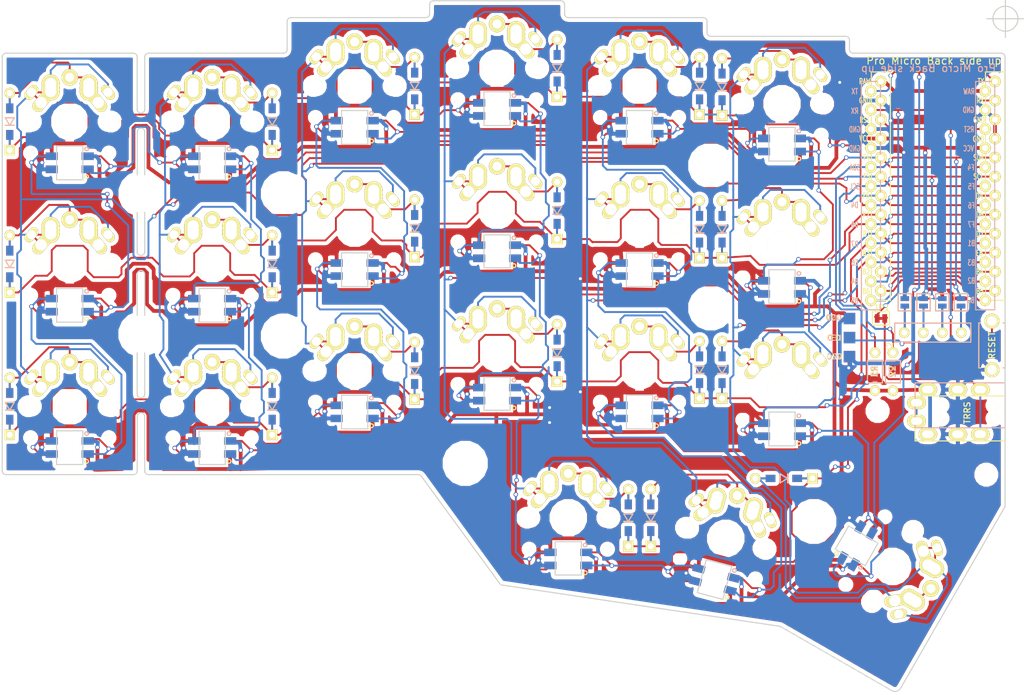
<source format=kicad_pcb>
(kicad_pcb (version 4) (host pcbnew 4.0.7)

  (general
    (links 545)
    (no_connects 2)
    (area 60.924999 60.924999 194.825001 153.259817)
    (thickness 1.6)
    (drawings 181)
    (tracks 2421)
    (zones 0)
    (modules 89)
    (nets 71)
  )

  (page A4)
  (title_block
    (title Crkbd)
    (date 2018/04/11)
    (rev 1.0)
    (company foostan)
  )

  (layers
    (0 F.Cu signal)
    (31 B.Cu signal)
    (32 B.Adhes user hide)
    (33 F.Adhes user hide)
    (34 B.Paste user hide)
    (35 F.Paste user hide)
    (36 B.SilkS user)
    (37 F.SilkS user)
    (38 B.Mask user)
    (39 F.Mask user)
    (40 Dwgs.User user hide)
    (41 Cmts.User user hide)
    (42 Eco1.User user hide)
    (43 Eco2.User user)
    (44 Edge.Cuts user)
    (45 Margin user hide)
    (46 B.CrtYd user hide)
    (47 F.CrtYd user hide)
    (48 B.Fab user hide)
    (49 F.Fab user hide)
  )

  (setup
    (last_trace_width 0.25)
    (user_trace_width 0.5)
    (trace_clearance 0.2)
    (zone_clearance 0.508)
    (zone_45_only no)
    (trace_min 0.2)
    (segment_width 2.1)
    (edge_width 0.15)
    (via_size 0.6)
    (via_drill 0.4)
    (via_min_size 0.4)
    (via_min_drill 0.3)
    (uvia_size 0.3)
    (uvia_drill 0.1)
    (uvias_allowed no)
    (uvia_min_size 0.2)
    (uvia_min_drill 0.1)
    (pcb_text_width 0.3)
    (pcb_text_size 1.5 1.5)
    (mod_edge_width 0.15)
    (mod_text_size 1 1)
    (mod_text_width 0.15)
    (pad_size 5 5)
    (pad_drill 5)
    (pad_to_mask_clearance 0.2)
    (aux_axis_origin 194.8 63.4)
    (visible_elements FFFFFF7F)
    (pcbplotparams
      (layerselection 0x010f0_80000001)
      (usegerberextensions false)
      (excludeedgelayer true)
      (linewidth 0.100000)
      (plotframeref false)
      (viasonmask false)
      (mode 1)
      (useauxorigin false)
      (hpglpennumber 1)
      (hpglpenspeed 20)
      (hpglpendiameter 15)
      (hpglpenoverlay 2)
      (psnegative false)
      (psa4output false)
      (plotreference true)
      (plotvalue true)
      (plotinvisibletext false)
      (padsonsilk true)
      (subtractmaskfromsilk false)
      (outputformat 1)
      (mirror false)
      (drillshape 0)
      (scaleselection 1)
      (outputdirectory /Users/adachi-kousuke/src/github.com/foostan/hdox/garber/))
  )

  (net 0 "")
  (net 1 row0)
  (net 2 "Net-(D1-Pad2)")
  (net 3 row1)
  (net 4 "Net-(D2-Pad2)")
  (net 5 row2)
  (net 6 "Net-(D3-Pad2)")
  (net 7 row3)
  (net 8 "Net-(D4-Pad2)")
  (net 9 "Net-(D5-Pad2)")
  (net 10 "Net-(D6-Pad2)")
  (net 11 "Net-(D7-Pad2)")
  (net 12 "Net-(D8-Pad2)")
  (net 13 "Net-(D9-Pad2)")
  (net 14 "Net-(D10-Pad2)")
  (net 15 "Net-(D11-Pad2)")
  (net 16 "Net-(D12-Pad2)")
  (net 17 "Net-(D13-Pad2)")
  (net 18 "Net-(D14-Pad2)")
  (net 19 "Net-(D15-Pad2)")
  (net 20 "Net-(D16-Pad2)")
  (net 21 "Net-(D17-Pad2)")
  (net 22 "Net-(D18-Pad2)")
  (net 23 "Net-(D19-Pad2)")
  (net 24 "Net-(D20-Pad2)")
  (net 25 "Net-(D21-Pad2)")
  (net 26 GND)
  (net 27 VCC)
  (net 28 col0)
  (net 29 col1)
  (net 30 col2)
  (net 31 col3)
  (net 32 col4)
  (net 33 col5)
  (net 34 LED)
  (net 35 data)
  (net 36 "Net-(L1-Pad3)")
  (net 37 "Net-(L1-Pad1)")
  (net 38 "Net-(L3-Pad3)")
  (net 39 "Net-(L10-Pad1)")
  (net 40 "Net-(L11-Pad1)")
  (net 41 "Net-(L13-Pad1)")
  (net 42 "Net-(L14-Pad3)")
  (net 43 "Net-(L10-Pad3)")
  (net 44 "Net-(L12-Pad1)")
  (net 45 "Net-(L13-Pad3)")
  (net 46 "Net-(L15-Pad3)")
  (net 47 "Net-(L16-Pad3)")
  (net 48 reset)
  (net 49 SCL)
  (net 50 SDA)
  (net 51 "Net-(L5-Pad3)")
  (net 52 "Net-(U1-Pad14)")
  (net 53 "Net-(U1-Pad13)")
  (net 54 "Net-(U1-Pad12)")
  (net 55 "Net-(U1-Pad11)")
  (net 56 "Net-(J2-Pad1)")
  (net 57 "Net-(J2-Pad2)")
  (net 58 "Net-(J2-Pad3)")
  (net 59 "Net-(J2-Pad4)")
  (net 60 "Net-(L2-Pad3)")
  (net 61 "Net-(L3-Pad1)")
  (net 62 "Net-(L11-Pad3)")
  (net 63 "Net-(L14-Pad1)")
  (net 64 "Net-(L12-Pad3)")
  (net 65 "Net-(L17-Pad1)")
  (net 66 "Net-(L18-Pad3)")
  (net 67 "Net-(L19-Pad3)")
  (net 68 "Net-(J1-PadA)")
  (net 69 "Net-(J1-PadB)")
  (net 70 "Net-(U1-Pad24)")

  (net_class Default "これは標準のネット クラスです。"
    (clearance 0.2)
    (trace_width 0.25)
    (via_dia 0.6)
    (via_drill 0.4)
    (uvia_dia 0.3)
    (uvia_drill 0.1)
    (add_net GND)
    (add_net LED)
    (add_net "Net-(D1-Pad2)")
    (add_net "Net-(D10-Pad2)")
    (add_net "Net-(D11-Pad2)")
    (add_net "Net-(D12-Pad2)")
    (add_net "Net-(D13-Pad2)")
    (add_net "Net-(D14-Pad2)")
    (add_net "Net-(D15-Pad2)")
    (add_net "Net-(D16-Pad2)")
    (add_net "Net-(D17-Pad2)")
    (add_net "Net-(D18-Pad2)")
    (add_net "Net-(D19-Pad2)")
    (add_net "Net-(D2-Pad2)")
    (add_net "Net-(D20-Pad2)")
    (add_net "Net-(D21-Pad2)")
    (add_net "Net-(D3-Pad2)")
    (add_net "Net-(D4-Pad2)")
    (add_net "Net-(D5-Pad2)")
    (add_net "Net-(D6-Pad2)")
    (add_net "Net-(D7-Pad2)")
    (add_net "Net-(D8-Pad2)")
    (add_net "Net-(D9-Pad2)")
    (add_net "Net-(J1-PadA)")
    (add_net "Net-(J1-PadB)")
    (add_net "Net-(J2-Pad1)")
    (add_net "Net-(J2-Pad2)")
    (add_net "Net-(J2-Pad3)")
    (add_net "Net-(J2-Pad4)")
    (add_net "Net-(L1-Pad1)")
    (add_net "Net-(L1-Pad3)")
    (add_net "Net-(L10-Pad1)")
    (add_net "Net-(L10-Pad3)")
    (add_net "Net-(L11-Pad1)")
    (add_net "Net-(L11-Pad3)")
    (add_net "Net-(L12-Pad1)")
    (add_net "Net-(L12-Pad3)")
    (add_net "Net-(L13-Pad1)")
    (add_net "Net-(L13-Pad3)")
    (add_net "Net-(L14-Pad1)")
    (add_net "Net-(L14-Pad3)")
    (add_net "Net-(L15-Pad3)")
    (add_net "Net-(L16-Pad3)")
    (add_net "Net-(L17-Pad1)")
    (add_net "Net-(L18-Pad3)")
    (add_net "Net-(L19-Pad3)")
    (add_net "Net-(L2-Pad3)")
    (add_net "Net-(L3-Pad1)")
    (add_net "Net-(L3-Pad3)")
    (add_net "Net-(L5-Pad3)")
    (add_net "Net-(U1-Pad11)")
    (add_net "Net-(U1-Pad12)")
    (add_net "Net-(U1-Pad13)")
    (add_net "Net-(U1-Pad14)")
    (add_net "Net-(U1-Pad24)")
    (add_net SCL)
    (add_net SDA)
    (add_net VCC)
    (add_net col0)
    (add_net col1)
    (add_net col2)
    (add_net col3)
    (add_net col4)
    (add_net col5)
    (add_net data)
    (add_net reset)
    (add_net row0)
    (add_net row1)
    (add_net row2)
    (add_net row3)
  )

  (module Mounting_Holes:MountingHole_2.2mm_M2 (layer F.Cu) (tedit 5AAA5774) (tstamp 5AAA7D75)
    (at 155.5 102)
    (descr "Mounting Hole 2.2mm, no annular, M2")
    (tags "mounting hole 2.2mm no annular m2")
    (attr virtual)
    (fp_text reference "" (at 0 -3.2) (layer F.SilkS)
      (effects (font (size 1 1) (thickness 0.15)))
    )
    (fp_text value "" (at 0 3.2) (layer F.Fab)
      (effects (font (size 1 1) (thickness 0.15)))
    )
    (fp_text user %R (at 0.3 0) (layer F.Fab)
      (effects (font (size 1 1) (thickness 0.15)))
    )
    (fp_circle (center 0 0) (end 2.2 0) (layer Cmts.User) (width 0.15))
    (fp_circle (center 0 0) (end 2.45 0) (layer F.CrtYd) (width 0.05))
    (pad "" np_thru_hole circle (at 0 0) (size 5 5) (drill 5) (layers *.Cu *.Mask))
  )

  (module Mounting_Holes:MountingHole_2.2mm_M2 (layer F.Cu) (tedit 5AAA5774) (tstamp 5AAA7D53)
    (at 169.25 130.5)
    (descr "Mounting Hole 2.2mm, no annular, M2")
    (tags "mounting hole 2.2mm no annular m2")
    (attr virtual)
    (fp_text reference "" (at 0 -3.2) (layer F.SilkS)
      (effects (font (size 1 1) (thickness 0.15)))
    )
    (fp_text value "" (at 0 3.2) (layer F.Fab)
      (effects (font (size 1 1) (thickness 0.15)))
    )
    (fp_text user %R (at 0.3 0) (layer F.Fab)
      (effects (font (size 1 1) (thickness 0.15)))
    )
    (fp_circle (center 0 0) (end 2.2 0) (layer Cmts.User) (width 0.15))
    (fp_circle (center 0 0) (end 2.45 0) (layer F.CrtYd) (width 0.05))
    (pad "" np_thru_hole circle (at 0 0) (size 5 5) (drill 5) (layers *.Cu *.Mask))
  )

  (module Mounting_Holes:MountingHole_2.2mm_M2 (layer F.Cu) (tedit 5AAA5774) (tstamp 5AAA7C4A)
    (at 122.75 122.75)
    (descr "Mounting Hole 2.2mm, no annular, M2")
    (tags "mounting hole 2.2mm no annular m2")
    (attr virtual)
    (fp_text reference "" (at 0 -3.2) (layer F.SilkS)
      (effects (font (size 1 1) (thickness 0.15)))
    )
    (fp_text value "" (at 0 3.2) (layer F.Fab)
      (effects (font (size 1 1) (thickness 0.15)))
    )
    (fp_text user %R (at 0.3 0) (layer F.Fab)
      (effects (font (size 1 1) (thickness 0.15)))
    )
    (fp_circle (center 0 0) (end 2.2 0) (layer Cmts.User) (width 0.15))
    (fp_circle (center 0 0) (end 2.45 0) (layer F.CrtYd) (width 0.05))
    (pad "" np_thru_hole circle (at 0 0) (size 5 5) (drill 5) (layers *.Cu *.Mask))
  )

  (module Mounting_Holes:MountingHole_2.2mm_M2 (layer F.Cu) (tedit 5AAA5774) (tstamp 5AAA7C39)
    (at 155.5 83)
    (descr "Mounting Hole 2.2mm, no annular, M2")
    (tags "mounting hole 2.2mm no annular m2")
    (attr virtual)
    (fp_text reference "" (at 0 -3.2) (layer F.SilkS)
      (effects (font (size 1 1) (thickness 0.15)))
    )
    (fp_text value "" (at 0 3.2) (layer F.Fab)
      (effects (font (size 1 1) (thickness 0.15)))
    )
    (fp_text user %R (at 0.3 0) (layer F.Fab)
      (effects (font (size 1 1) (thickness 0.15)))
    )
    (fp_circle (center 0 0) (end 2.2 0) (layer Cmts.User) (width 0.15))
    (fp_circle (center 0 0) (end 2.45 0) (layer F.CrtYd) (width 0.05))
    (pad "" np_thru_hole circle (at 0 0) (size 5 5) (drill 5) (layers *.Cu *.Mask))
  )

  (module Mounting_Holes:MountingHole_2.2mm_M2 (layer F.Cu) (tedit 5AAA5774) (tstamp 5AAA7C1C)
    (at 98.5 105.75)
    (descr "Mounting Hole 2.2mm, no annular, M2")
    (tags "mounting hole 2.2mm no annular m2")
    (attr virtual)
    (fp_text reference "" (at 0 -3.2) (layer F.SilkS)
      (effects (font (size 1 1) (thickness 0.15)))
    )
    (fp_text value "" (at 0 3.2) (layer F.Fab)
      (effects (font (size 1 1) (thickness 0.15)))
    )
    (fp_text user %R (at 0.3 0) (layer F.Fab)
      (effects (font (size 1 1) (thickness 0.15)))
    )
    (fp_circle (center 0 0) (end 2.2 0) (layer Cmts.User) (width 0.15))
    (fp_circle (center 0 0) (end 2.45 0) (layer F.CrtYd) (width 0.05))
    (pad "" np_thru_hole circle (at 0 0) (size 5 5) (drill 5) (layers *.Cu *.Mask))
  )

  (module Mounting_Holes:MountingHole_2.2mm_M2 (layer F.Cu) (tedit 5AAA5774) (tstamp 5AAA7C08)
    (at 98.5 86.75)
    (descr "Mounting Hole 2.2mm, no annular, M2")
    (tags "mounting hole 2.2mm no annular m2")
    (attr virtual)
    (fp_text reference "" (at 0 -3.2) (layer F.SilkS)
      (effects (font (size 1 1) (thickness 0.15)))
    )
    (fp_text value "" (at 0 3.2) (layer F.Fab)
      (effects (font (size 1 1) (thickness 0.15)))
    )
    (fp_text user %R (at 0.3 0) (layer F.Fab)
      (effects (font (size 1 1) (thickness 0.15)))
    )
    (fp_circle (center 0 0) (end 2.2 0) (layer Cmts.User) (width 0.15))
    (fp_circle (center 0 0) (end 2.45 0) (layer F.CrtYd) (width 0.05))
    (pad "" np_thru_hole circle (at 0 0) (size 5 5) (drill 5) (layers *.Cu *.Mask))
  )

  (module Mounting_Holes:MountingHole_2.2mm_M2 (layer F.Cu) (tedit 5AAA5774) (tstamp 5AAA5A9F)
    (at 79.5 105.5)
    (descr "Mounting Hole 2.2mm, no annular, M2")
    (tags "mounting hole 2.2mm no annular m2")
    (attr virtual)
    (fp_text reference "" (at 0 -3.2) (layer F.SilkS)
      (effects (font (size 1 1) (thickness 0.15)))
    )
    (fp_text value "" (at 0 3.2) (layer F.Fab)
      (effects (font (size 1 1) (thickness 0.15)))
    )
    (fp_text user %R (at 0.3 0) (layer F.Fab)
      (effects (font (size 1 1) (thickness 0.15)))
    )
    (fp_circle (center 0 0) (end 2.2 0) (layer Cmts.User) (width 0.15))
    (fp_circle (center 0 0) (end 2.45 0) (layer F.CrtYd) (width 0.05))
    (pad "" np_thru_hole circle (at 0 0) (size 5 5) (drill 5) (layers *.Cu *.Mask))
  )

  (module Mounting_Holes:MountingHole_2.2mm_M2 (layer F.Cu) (tedit 5AAA5774) (tstamp 5AAA5A7C)
    (at 79.5 86.75)
    (descr "Mounting Hole 2.2mm, no annular, M2")
    (tags "mounting hole 2.2mm no annular m2")
    (attr virtual)
    (fp_text reference "" (at 0 -3.2) (layer F.SilkS)
      (effects (font (size 1 1) (thickness 0.15)))
    )
    (fp_text value "" (at 0 3.2) (layer F.Fab)
      (effects (font (size 1 1) (thickness 0.15)))
    )
    (fp_text user %R (at 0.3 0) (layer F.Fab)
      (effects (font (size 1 1) (thickness 0.15)))
    )
    (fp_circle (center 0 0) (end 2.2 0) (layer Cmts.User) (width 0.15))
    (fp_circle (center 0 0) (end 2.45 0) (layer F.CrtYd) (width 0.05))
    (pad "" np_thru_hole circle (at 0 0) (size 5 5) (drill 5) (layers *.Cu *.Mask))
  )

  (module Mounting_Holes:MountingHole_2.2mm_M2 (layer F.Cu) (tedit 5AA94427) (tstamp 5AA9A391)
    (at 192.25 124.25)
    (descr "Mounting Hole 2.2mm, no annular, M2")
    (tags "mounting hole 2.2mm no annular m2")
    (attr virtual)
    (fp_text reference "" (at 0 -3.2) (layer F.SilkS)
      (effects (font (size 1 1) (thickness 0.15)))
    )
    (fp_text value "" (at 0 3.2) (layer F.Fab)
      (effects (font (size 1 1) (thickness 0.15)))
    )
    (fp_text user %R (at 0.3 0) (layer F.Fab)
      (effects (font (size 1 1) (thickness 0.15)))
    )
    (fp_circle (center 0 0) (end 2.2 0) (layer Cmts.User) (width 0.15))
    (fp_circle (center 0 0) (end 2.45 0) (layer F.CrtYd) (width 0.05))
    (pad 1 np_thru_hole circle (at 0 0) (size 2.2 2.2) (drill 2.2) (layers *.Cu *.Mask))
  )

  (module Mounting_Holes:MountingHole_2.2mm_M2 (layer F.Cu) (tedit 5AA94427) (tstamp 5AA9A371)
    (at 177.75 115.75)
    (descr "Mounting Hole 2.2mm, no annular, M2")
    (tags "mounting hole 2.2mm no annular m2")
    (attr virtual)
    (fp_text reference "" (at 0 -3.2) (layer F.SilkS)
      (effects (font (size 1 1) (thickness 0.15)))
    )
    (fp_text value "" (at 0 3.2) (layer F.Fab)
      (effects (font (size 1 1) (thickness 0.15)))
    )
    (fp_text user %R (at 0.3 0) (layer F.Fab)
      (effects (font (size 1 1) (thickness 0.15)))
    )
    (fp_circle (center 0 0) (end 2.2 0) (layer Cmts.User) (width 0.15))
    (fp_circle (center 0 0) (end 2.45 0) (layer F.CrtYd) (width 0.05))
    (pad 1 np_thru_hole circle (at 0 0) (size 2.2 2.2) (drill 2.2) (layers *.Cu *.Mask))
  )

  (module kbd:MX_ALPS_PG1350_noLed_1.75u (layer F.Cu) (tedit 5A9F2BC2) (tstamp 5A91C07C)
    (at 179.75 136.5 240)
    (path /5A5E37B0)
    (fp_text reference SW21 (at 4.6 6 240) (layer F.SilkS) hide
      (effects (font (size 1 1) (thickness 0.15)))
    )
    (fp_text value SW_PUSH (at 0.1 9.3 240) (layer F.Fab) hide
      (effects (font (size 1 1) (thickness 0.15)))
    )
    (fp_line (start -14.25 -9) (end 14.25 -9) (layer Eco2.User) (width 0.15))
    (fp_line (start 14.25 -9) (end 14.25 9) (layer Eco2.User) (width 0.15))
    (fp_line (start 14.25 9) (end -14.25 9) (layer Eco2.User) (width 0.15))
    (fp_line (start -14.25 9) (end -14.25 -9) (layer Eco2.User) (width 0.15))
    (fp_line (start -7 -7) (end 7 -7) (layer Eco2.User) (width 0.15))
    (fp_line (start 7 -7) (end 7 7) (layer Eco2.User) (width 0.15))
    (fp_line (start 7 7) (end -7 7) (layer Eco2.User) (width 0.15))
    (fp_line (start -7 7) (end -7 -7) (layer Eco2.User) (width 0.15))
    (pad 1 thru_hole oval (at 5.1 -3.9 190) (size 2.2 1.25) (drill 1.2) (layers *.Cu *.Mask F.SilkS)
      (net 33 col5))
    (pad "" np_thru_hole circle (at 0 0 330) (size 4 4) (drill 4) (layers *.Cu *.Mask F.SilkS))
    (pad "" np_thru_hole circle (at -5.5 0 330) (size 1.9 1.9) (drill 1.9) (layers *.Cu *.Mask F.SilkS))
    (pad "" np_thru_hole circle (at 5.5 0 330) (size 1.9 1.9) (drill 1.9) (layers *.Cu *.Mask F.SilkS))
    (pad 1 thru_hole oval (at -5.1 -3.9 290) (size 2.2 1.25) (drill 1.2) (layers *.Cu *.Mask F.SilkS)
      (net 33 col5))
    (pad 2 thru_hole circle (at 0 -5.9 330) (size 2.2 2.2) (drill 1.2) (layers *.Cu *.Mask F.SilkS)
      (net 25 "Net-(D21-Pad2)"))
    (pad 2 thru_hole circle (at 2.54 -5.08 240) (size 2.4 2.4) (drill 1.5) (layers *.Cu *.Mask F.SilkS)
      (net 25 "Net-(D21-Pad2)"))
    (pad 1 thru_hole oval (at -3.81 -2.54 290) (size 2.8 1.55) (drill 1.5) (layers *.Cu *.Mask F.SilkS)
      (net 33 col5))
    (pad 1 thru_hole circle (at -2.54 -5.08 240) (size 2.4 2.4) (drill 1.5) (layers *.Cu *.Mask F.SilkS)
      (net 33 col5))
    (pad 2 thru_hole oval (at 3.81 -2.54 190) (size 2.8 1.55) (drill 1.5) (layers *.Cu *.Mask F.SilkS)
      (net 25 "Net-(D21-Pad2)"))
    (pad 2 thru_hole circle (at 2.54 -4.5 240) (size 2.4 2.4) (drill 1.5) (layers *.Cu *.Mask F.SilkS)
      (net 25 "Net-(D21-Pad2)"))
    (pad 2 thru_hole circle (at 2.54 -4 240) (size 2.4 2.4) (drill 1.5) (layers *.Cu *.Mask F.SilkS)
      (net 25 "Net-(D21-Pad2)"))
    (pad 1 thru_hole circle (at -2.54 -4 240) (size 2.4 2.4) (drill 1.5) (layers *.Cu *.Mask F.SilkS)
      (net 33 col5))
    (pad 1 thru_hole circle (at -2.54 -4.5 240) (size 2.4 2.4) (drill 1.5) (layers *.Cu *.Mask F.SilkS)
      (net 33 col5))
    (pad "" np_thru_hole circle (at 5.08 0 240) (size 1.7 1.7) (drill 1.7) (layers *.Cu *.Mask F.SilkS))
    (pad "" np_thru_hole circle (at -5.08 0 240) (size 1.7 1.7) (drill 1.7) (layers *.Cu *.Mask F.SilkS))
    (pad "" np_thru_hole circle (at 5.22 4.2 240) (size 1 1) (drill 1) (layers *.Cu *.Mask F.SilkS))
    (pad "" np_thru_hole circle (at -5.22 4.2 240) (size 1 1) (drill 1) (layers *.Cu *.Mask F.SilkS))
  )

  (module kbd:D3_TH_SMD (layer F.Cu) (tedit 59FC3E48) (tstamp 5A91A814)
    (at 62 77.125 90)
    (descr "Resitance 3 pas")
    (tags R)
    (path /5A5E2B5B)
    (autoplace_cost180 10)
    (fp_text reference D1 (at 0 1.75 90) (layer F.SilkS) hide
      (effects (font (size 1 1) (thickness 0.15)))
    )
    (fp_text value D (at 0 -1.6 90) (layer F.SilkS) hide
      (effects (font (size 0.5 0.5) (thickness 0.125)))
    )
    (fp_line (start -0.5 0) (end 0.5 -0.6) (layer B.SilkS) (width 0.15))
    (fp_line (start 0.5 -0.6) (end 0.5 0.6) (layer B.SilkS) (width 0.15))
    (fp_line (start 0.5 0.6) (end -0.5 0) (layer B.SilkS) (width 0.15))
    (fp_line (start -0.5 -0.6) (end -0.5 0.6) (layer B.SilkS) (width 0.15))
    (fp_line (start -0.5 0) (end 0.5 -0.6) (layer F.SilkS) (width 0.15))
    (fp_line (start 0.5 -0.6) (end 0.5 0.6) (layer F.SilkS) (width 0.15))
    (fp_line (start 0.5 0.6) (end -0.5 0) (layer F.SilkS) (width 0.15))
    (fp_line (start -0.5 -0.6) (end -0.5 0.6) (layer F.SilkS) (width 0.15))
    (pad 1 smd rect (at -1.775 0 90) (size 1.3 0.95) (layers F.Cu F.Paste F.Mask)
      (net 1 row0))
    (pad 2 smd rect (at 1.775 0 90) (size 1.3 0.95) (layers B.Cu B.Paste B.Mask)
      (net 2 "Net-(D1-Pad2)"))
    (pad 1 smd rect (at -1.775 0 90) (size 1.3 0.95) (layers B.Cu B.Paste B.Mask)
      (net 1 row0))
    (pad 1 thru_hole rect (at -3.81 0 90) (size 1.397 1.397) (drill 0.8128) (layers *.Cu *.Mask F.SilkS)
      (net 1 row0))
    (pad 2 thru_hole circle (at 3.81 0 90) (size 1.397 1.397) (drill 0.8128) (layers *.Cu *.Mask F.SilkS)
      (net 2 "Net-(D1-Pad2)"))
    (pad 2 smd rect (at 1.775 0 90) (size 1.3 0.95) (layers F.Cu F.Paste F.Mask)
      (net 2 "Net-(D1-Pad2)"))
    (model Diodes_SMD.3dshapes/SMB_Handsoldering.wrl
      (at (xyz 0 0 0))
      (scale (xyz 0.22 0.15 0.15))
      (rotate (xyz 0 0 180))
    )
  )

  (module kbd:D3_TH_SMD (layer F.Cu) (tedit 59FC3E48) (tstamp 5A91A826)
    (at 97 77.125 90)
    (descr "Resitance 3 pas")
    (tags R)
    (path /5A5E26C6)
    (autoplace_cost180 10)
    (fp_text reference D2 (at 0 1.75 90) (layer F.SilkS) hide
      (effects (font (size 1 1) (thickness 0.15)))
    )
    (fp_text value D (at 0 -1.6 90) (layer F.SilkS) hide
      (effects (font (size 0.5 0.5) (thickness 0.125)))
    )
    (fp_line (start -0.5 0) (end 0.5 -0.6) (layer B.SilkS) (width 0.15))
    (fp_line (start 0.5 -0.6) (end 0.5 0.6) (layer B.SilkS) (width 0.15))
    (fp_line (start 0.5 0.6) (end -0.5 0) (layer B.SilkS) (width 0.15))
    (fp_line (start -0.5 -0.6) (end -0.5 0.6) (layer B.SilkS) (width 0.15))
    (fp_line (start -0.5 0) (end 0.5 -0.6) (layer F.SilkS) (width 0.15))
    (fp_line (start 0.5 -0.6) (end 0.5 0.6) (layer F.SilkS) (width 0.15))
    (fp_line (start 0.5 0.6) (end -0.5 0) (layer F.SilkS) (width 0.15))
    (fp_line (start -0.5 -0.6) (end -0.5 0.6) (layer F.SilkS) (width 0.15))
    (pad 1 smd rect (at -1.775 0 90) (size 1.3 0.95) (layers F.Cu F.Paste F.Mask)
      (net 1 row0))
    (pad 2 smd rect (at 1.775 0 90) (size 1.3 0.95) (layers B.Cu B.Paste B.Mask)
      (net 4 "Net-(D2-Pad2)"))
    (pad 1 smd rect (at -1.775 0 90) (size 1.3 0.95) (layers B.Cu B.Paste B.Mask)
      (net 1 row0))
    (pad 1 thru_hole rect (at -3.81 0 90) (size 1.397 1.397) (drill 0.8128) (layers *.Cu *.Mask F.SilkS)
      (net 1 row0))
    (pad 2 thru_hole circle (at 3.81 0 90) (size 1.397 1.397) (drill 0.8128) (layers *.Cu *.Mask F.SilkS)
      (net 4 "Net-(D2-Pad2)"))
    (pad 2 smd rect (at 1.775 0 90) (size 1.3 0.95) (layers F.Cu F.Paste F.Mask)
      (net 4 "Net-(D2-Pad2)"))
    (model Diodes_SMD.3dshapes/SMB_Handsoldering.wrl
      (at (xyz 0 0 0))
      (scale (xyz 0.22 0.15 0.15))
      (rotate (xyz 0 0 180))
    )
  )

  (module kbd:D3_TH_SMD (layer F.Cu) (tedit 59FC3E48) (tstamp 5A91A838)
    (at 116 72.375 90)
    (descr "Resitance 3 pas")
    (tags R)
    (path /5A5E281F)
    (autoplace_cost180 10)
    (fp_text reference D3 (at 0 1.75 90) (layer F.SilkS) hide
      (effects (font (size 1 1) (thickness 0.15)))
    )
    (fp_text value D (at 0 -1.6 90) (layer F.SilkS) hide
      (effects (font (size 0.5 0.5) (thickness 0.125)))
    )
    (fp_line (start -0.5 0) (end 0.5 -0.6) (layer B.SilkS) (width 0.15))
    (fp_line (start 0.5 -0.6) (end 0.5 0.6) (layer B.SilkS) (width 0.15))
    (fp_line (start 0.5 0.6) (end -0.5 0) (layer B.SilkS) (width 0.15))
    (fp_line (start -0.5 -0.6) (end -0.5 0.6) (layer B.SilkS) (width 0.15))
    (fp_line (start -0.5 0) (end 0.5 -0.6) (layer F.SilkS) (width 0.15))
    (fp_line (start 0.5 -0.6) (end 0.5 0.6) (layer F.SilkS) (width 0.15))
    (fp_line (start 0.5 0.6) (end -0.5 0) (layer F.SilkS) (width 0.15))
    (fp_line (start -0.5 -0.6) (end -0.5 0.6) (layer F.SilkS) (width 0.15))
    (pad 1 smd rect (at -1.775 0 90) (size 1.3 0.95) (layers F.Cu F.Paste F.Mask)
      (net 1 row0))
    (pad 2 smd rect (at 1.775 0 90) (size 1.3 0.95) (layers B.Cu B.Paste B.Mask)
      (net 6 "Net-(D3-Pad2)"))
    (pad 1 smd rect (at -1.775 0 90) (size 1.3 0.95) (layers B.Cu B.Paste B.Mask)
      (net 1 row0))
    (pad 1 thru_hole rect (at -3.81 0 90) (size 1.397 1.397) (drill 0.8128) (layers *.Cu *.Mask F.SilkS)
      (net 1 row0))
    (pad 2 thru_hole circle (at 3.81 0 90) (size 1.397 1.397) (drill 0.8128) (layers *.Cu *.Mask F.SilkS)
      (net 6 "Net-(D3-Pad2)"))
    (pad 2 smd rect (at 1.775 0 90) (size 1.3 0.95) (layers F.Cu F.Paste F.Mask)
      (net 6 "Net-(D3-Pad2)"))
    (model Diodes_SMD.3dshapes/SMB_Handsoldering.wrl
      (at (xyz 0 0 0))
      (scale (xyz 0.22 0.15 0.15))
      (rotate (xyz 0 0 180))
    )
  )

  (module kbd:D3_TH_SMD (layer F.Cu) (tedit 59FC3E48) (tstamp 5A91A84A)
    (at 135 70 90)
    (descr "Resitance 3 pas")
    (tags R)
    (path /5A5E29BF)
    (autoplace_cost180 10)
    (fp_text reference D4 (at 0 1.75 90) (layer F.SilkS) hide
      (effects (font (size 1 1) (thickness 0.15)))
    )
    (fp_text value D (at 0 -1.6 90) (layer F.SilkS) hide
      (effects (font (size 0.5 0.5) (thickness 0.125)))
    )
    (fp_line (start -0.5 0) (end 0.5 -0.6) (layer B.SilkS) (width 0.15))
    (fp_line (start 0.5 -0.6) (end 0.5 0.6) (layer B.SilkS) (width 0.15))
    (fp_line (start 0.5 0.6) (end -0.5 0) (layer B.SilkS) (width 0.15))
    (fp_line (start -0.5 -0.6) (end -0.5 0.6) (layer B.SilkS) (width 0.15))
    (fp_line (start -0.5 0) (end 0.5 -0.6) (layer F.SilkS) (width 0.15))
    (fp_line (start 0.5 -0.6) (end 0.5 0.6) (layer F.SilkS) (width 0.15))
    (fp_line (start 0.5 0.6) (end -0.5 0) (layer F.SilkS) (width 0.15))
    (fp_line (start -0.5 -0.6) (end -0.5 0.6) (layer F.SilkS) (width 0.15))
    (pad 1 smd rect (at -1.775 0 90) (size 1.3 0.95) (layers F.Cu F.Paste F.Mask)
      (net 1 row0))
    (pad 2 smd rect (at 1.775 0 90) (size 1.3 0.95) (layers B.Cu B.Paste B.Mask)
      (net 8 "Net-(D4-Pad2)"))
    (pad 1 smd rect (at -1.775 0 90) (size 1.3 0.95) (layers B.Cu B.Paste B.Mask)
      (net 1 row0))
    (pad 1 thru_hole rect (at -3.81 0 90) (size 1.397 1.397) (drill 0.8128) (layers *.Cu *.Mask F.SilkS)
      (net 1 row0))
    (pad 2 thru_hole circle (at 3.81 0 90) (size 1.397 1.397) (drill 0.8128) (layers *.Cu *.Mask F.SilkS)
      (net 8 "Net-(D4-Pad2)"))
    (pad 2 smd rect (at 1.775 0 90) (size 1.3 0.95) (layers F.Cu F.Paste F.Mask)
      (net 8 "Net-(D4-Pad2)"))
    (model Diodes_SMD.3dshapes/SMB_Handsoldering.wrl
      (at (xyz 0 0 0))
      (scale (xyz 0.22 0.15 0.15))
      (rotate (xyz 0 0 180))
    )
  )

  (module kbd:D3_TH_SMD (layer F.Cu) (tedit 59FC3E48) (tstamp 5A91A85C)
    (at 154 72.375 90)
    (descr "Resitance 3 pas")
    (tags R)
    (path /5A5E29F2)
    (autoplace_cost180 10)
    (fp_text reference D5 (at 0 1.75 90) (layer F.SilkS) hide
      (effects (font (size 1 1) (thickness 0.15)))
    )
    (fp_text value D (at 0 -1.6 90) (layer F.SilkS) hide
      (effects (font (size 0.5 0.5) (thickness 0.125)))
    )
    (fp_line (start -0.5 0) (end 0.5 -0.6) (layer B.SilkS) (width 0.15))
    (fp_line (start 0.5 -0.6) (end 0.5 0.6) (layer B.SilkS) (width 0.15))
    (fp_line (start 0.5 0.6) (end -0.5 0) (layer B.SilkS) (width 0.15))
    (fp_line (start -0.5 -0.6) (end -0.5 0.6) (layer B.SilkS) (width 0.15))
    (fp_line (start -0.5 0) (end 0.5 -0.6) (layer F.SilkS) (width 0.15))
    (fp_line (start 0.5 -0.6) (end 0.5 0.6) (layer F.SilkS) (width 0.15))
    (fp_line (start 0.5 0.6) (end -0.5 0) (layer F.SilkS) (width 0.15))
    (fp_line (start -0.5 -0.6) (end -0.5 0.6) (layer F.SilkS) (width 0.15))
    (pad 1 smd rect (at -1.775 0 90) (size 1.3 0.95) (layers F.Cu F.Paste F.Mask)
      (net 1 row0))
    (pad 2 smd rect (at 1.775 0 90) (size 1.3 0.95) (layers B.Cu B.Paste B.Mask)
      (net 9 "Net-(D5-Pad2)"))
    (pad 1 smd rect (at -1.775 0 90) (size 1.3 0.95) (layers B.Cu B.Paste B.Mask)
      (net 1 row0))
    (pad 1 thru_hole rect (at -3.81 0 90) (size 1.397 1.397) (drill 0.8128) (layers *.Cu *.Mask F.SilkS)
      (net 1 row0))
    (pad 2 thru_hole circle (at 3.81 0 90) (size 1.397 1.397) (drill 0.8128) (layers *.Cu *.Mask F.SilkS)
      (net 9 "Net-(D5-Pad2)"))
    (pad 2 smd rect (at 1.775 0 90) (size 1.3 0.95) (layers F.Cu F.Paste F.Mask)
      (net 9 "Net-(D5-Pad2)"))
    (model Diodes_SMD.3dshapes/SMB_Handsoldering.wrl
      (at (xyz 0 0 0))
      (scale (xyz 0.22 0.15 0.15))
      (rotate (xyz 0 0 180))
    )
  )

  (module kbd:D3_TH_SMD (layer F.Cu) (tedit 59FC3E48) (tstamp 5A91A86E)
    (at 157 72.5 90)
    (descr "Resitance 3 pas")
    (tags R)
    (path /5A5E2A33)
    (autoplace_cost180 10)
    (fp_text reference D6 (at 0 1.75 90) (layer F.SilkS) hide
      (effects (font (size 1 1) (thickness 0.15)))
    )
    (fp_text value D (at 0 -1.6 90) (layer F.SilkS) hide
      (effects (font (size 0.5 0.5) (thickness 0.125)))
    )
    (fp_line (start -0.5 0) (end 0.5 -0.6) (layer B.SilkS) (width 0.15))
    (fp_line (start 0.5 -0.6) (end 0.5 0.6) (layer B.SilkS) (width 0.15))
    (fp_line (start 0.5 0.6) (end -0.5 0) (layer B.SilkS) (width 0.15))
    (fp_line (start -0.5 -0.6) (end -0.5 0.6) (layer B.SilkS) (width 0.15))
    (fp_line (start -0.5 0) (end 0.5 -0.6) (layer F.SilkS) (width 0.15))
    (fp_line (start 0.5 -0.6) (end 0.5 0.6) (layer F.SilkS) (width 0.15))
    (fp_line (start 0.5 0.6) (end -0.5 0) (layer F.SilkS) (width 0.15))
    (fp_line (start -0.5 -0.6) (end -0.5 0.6) (layer F.SilkS) (width 0.15))
    (pad 1 smd rect (at -1.775 0 90) (size 1.3 0.95) (layers F.Cu F.Paste F.Mask)
      (net 1 row0))
    (pad 2 smd rect (at 1.775 0 90) (size 1.3 0.95) (layers B.Cu B.Paste B.Mask)
      (net 10 "Net-(D6-Pad2)"))
    (pad 1 smd rect (at -1.775 0 90) (size 1.3 0.95) (layers B.Cu B.Paste B.Mask)
      (net 1 row0))
    (pad 1 thru_hole rect (at -3.81 0 90) (size 1.397 1.397) (drill 0.8128) (layers *.Cu *.Mask F.SilkS)
      (net 1 row0))
    (pad 2 thru_hole circle (at 3.81 0 90) (size 1.397 1.397) (drill 0.8128) (layers *.Cu *.Mask F.SilkS)
      (net 10 "Net-(D6-Pad2)"))
    (pad 2 smd rect (at 1.775 0 90) (size 1.3 0.95) (layers F.Cu F.Paste F.Mask)
      (net 10 "Net-(D6-Pad2)"))
    (model Diodes_SMD.3dshapes/SMB_Handsoldering.wrl
      (at (xyz 0 0 0))
      (scale (xyz 0.22 0.15 0.15))
      (rotate (xyz 0 0 180))
    )
  )

  (module kbd:D3_TH_SMD (layer F.Cu) (tedit 59FC3E48) (tstamp 5A91A880)
    (at 62 96.125 90)
    (descr "Resitance 3 pas")
    (tags R)
    (path /5A5E2D74)
    (autoplace_cost180 10)
    (attr smd)
    (fp_text reference D7 (at 0 1.75 90) (layer F.SilkS) hide
      (effects (font (size 1 1) (thickness 0.15)))
    )
    (fp_text value D (at 0 -1.6 90) (layer F.SilkS) hide
      (effects (font (size 0.5 0.5) (thickness 0.125)))
    )
    (fp_line (start -0.5 0) (end 0.5 -0.6) (layer B.SilkS) (width 0.15))
    (fp_line (start 0.5 -0.6) (end 0.5 0.6) (layer B.SilkS) (width 0.15))
    (fp_line (start 0.5 0.6) (end -0.5 0) (layer B.SilkS) (width 0.15))
    (fp_line (start -0.5 -0.6) (end -0.5 0.6) (layer B.SilkS) (width 0.15))
    (fp_line (start -0.5 0) (end 0.5 -0.6) (layer F.SilkS) (width 0.15))
    (fp_line (start 0.5 -0.6) (end 0.5 0.6) (layer F.SilkS) (width 0.15))
    (fp_line (start 0.5 0.6) (end -0.5 0) (layer F.SilkS) (width 0.15))
    (fp_line (start -0.5 -0.6) (end -0.5 0.6) (layer F.SilkS) (width 0.15))
    (pad 1 smd rect (at -1.775 0 90) (size 1.3 0.95) (layers F.Cu F.Paste F.Mask)
      (net 3 row1))
    (pad 2 smd rect (at 1.775 0 90) (size 1.3 0.95) (layers B.Cu B.Paste B.Mask)
      (net 11 "Net-(D7-Pad2)"))
    (pad 1 smd rect (at -1.775 0 90) (size 1.3 0.95) (layers B.Cu B.Paste B.Mask)
      (net 3 row1))
    (pad 1 thru_hole rect (at -3.81 0 90) (size 1.397 1.397) (drill 0.8128) (layers *.Cu *.Mask F.SilkS)
      (net 3 row1))
    (pad 2 thru_hole circle (at 3.81 0 90) (size 1.397 1.397) (drill 0.8128) (layers *.Cu *.Mask F.SilkS)
      (net 11 "Net-(D7-Pad2)"))
    (pad 2 smd rect (at 1.775 0 90) (size 1.3 0.95) (layers F.Cu F.Paste F.Mask)
      (net 11 "Net-(D7-Pad2)"))
    (model Diodes_SMD.3dshapes/SMB_Handsoldering.wrl
      (at (xyz 0 0 0))
      (scale (xyz 0.22 0.15 0.15))
      (rotate (xyz 0 0 180))
    )
  )

  (module kbd:D3_TH_SMD (layer F.Cu) (tedit 59FC3E48) (tstamp 5A91A892)
    (at 97 96.125 90)
    (descr "Resitance 3 pas")
    (tags R)
    (path /5A5E2D2C)
    (autoplace_cost180 10)
    (fp_text reference D8 (at 0 1.75 90) (layer F.SilkS) hide
      (effects (font (size 1 1) (thickness 0.15)))
    )
    (fp_text value D (at 0 -1.6 90) (layer F.SilkS) hide
      (effects (font (size 0.5 0.5) (thickness 0.125)))
    )
    (fp_line (start -0.5 0) (end 0.5 -0.6) (layer B.SilkS) (width 0.15))
    (fp_line (start 0.5 -0.6) (end 0.5 0.6) (layer B.SilkS) (width 0.15))
    (fp_line (start 0.5 0.6) (end -0.5 0) (layer B.SilkS) (width 0.15))
    (fp_line (start -0.5 -0.6) (end -0.5 0.6) (layer B.SilkS) (width 0.15))
    (fp_line (start -0.5 0) (end 0.5 -0.6) (layer F.SilkS) (width 0.15))
    (fp_line (start 0.5 -0.6) (end 0.5 0.6) (layer F.SilkS) (width 0.15))
    (fp_line (start 0.5 0.6) (end -0.5 0) (layer F.SilkS) (width 0.15))
    (fp_line (start -0.5 -0.6) (end -0.5 0.6) (layer F.SilkS) (width 0.15))
    (pad 1 smd rect (at -1.775 0 90) (size 1.3 0.95) (layers F.Cu F.Paste F.Mask)
      (net 3 row1))
    (pad 2 smd rect (at 1.775 0 90) (size 1.3 0.95) (layers B.Cu B.Paste B.Mask)
      (net 12 "Net-(D8-Pad2)"))
    (pad 1 smd rect (at -1.775 0 90) (size 1.3 0.95) (layers B.Cu B.Paste B.Mask)
      (net 3 row1))
    (pad 1 thru_hole rect (at -3.81 0 90) (size 1.397 1.397) (drill 0.8128) (layers *.Cu *.Mask F.SilkS)
      (net 3 row1))
    (pad 2 thru_hole circle (at 3.81 0 90) (size 1.397 1.397) (drill 0.8128) (layers *.Cu *.Mask F.SilkS)
      (net 12 "Net-(D8-Pad2)"))
    (pad 2 smd rect (at 1.775 0 90) (size 1.3 0.95) (layers F.Cu F.Paste F.Mask)
      (net 12 "Net-(D8-Pad2)"))
    (model Diodes_SMD.3dshapes/SMB_Handsoldering.wrl
      (at (xyz 0 0 0))
      (scale (xyz 0.22 0.15 0.15))
      (rotate (xyz 0 0 180))
    )
  )

  (module kbd:D3_TH_SMD (layer F.Cu) (tedit 59FC3E48) (tstamp 5A91A8A4)
    (at 116 91.375 90)
    (descr "Resitance 3 pas")
    (tags R)
    (path /5A5E2D38)
    (autoplace_cost180 10)
    (fp_text reference D9 (at 0 1.75 90) (layer F.SilkS) hide
      (effects (font (size 1 1) (thickness 0.15)))
    )
    (fp_text value D (at 0 -1.6 90) (layer F.SilkS) hide
      (effects (font (size 0.5 0.5) (thickness 0.125)))
    )
    (fp_line (start -0.5 0) (end 0.5 -0.6) (layer B.SilkS) (width 0.15))
    (fp_line (start 0.5 -0.6) (end 0.5 0.6) (layer B.SilkS) (width 0.15))
    (fp_line (start 0.5 0.6) (end -0.5 0) (layer B.SilkS) (width 0.15))
    (fp_line (start -0.5 -0.6) (end -0.5 0.6) (layer B.SilkS) (width 0.15))
    (fp_line (start -0.5 0) (end 0.5 -0.6) (layer F.SilkS) (width 0.15))
    (fp_line (start 0.5 -0.6) (end 0.5 0.6) (layer F.SilkS) (width 0.15))
    (fp_line (start 0.5 0.6) (end -0.5 0) (layer F.SilkS) (width 0.15))
    (fp_line (start -0.5 -0.6) (end -0.5 0.6) (layer F.SilkS) (width 0.15))
    (pad 1 smd rect (at -1.775 0 90) (size 1.3 0.95) (layers F.Cu F.Paste F.Mask)
      (net 3 row1))
    (pad 2 smd rect (at 1.775 0 90) (size 1.3 0.95) (layers B.Cu B.Paste B.Mask)
      (net 13 "Net-(D9-Pad2)"))
    (pad 1 smd rect (at -1.775 0 90) (size 1.3 0.95) (layers B.Cu B.Paste B.Mask)
      (net 3 row1))
    (pad 1 thru_hole rect (at -3.81 0 90) (size 1.397 1.397) (drill 0.8128) (layers *.Cu *.Mask F.SilkS)
      (net 3 row1))
    (pad 2 thru_hole circle (at 3.81 0 90) (size 1.397 1.397) (drill 0.8128) (layers *.Cu *.Mask F.SilkS)
      (net 13 "Net-(D9-Pad2)"))
    (pad 2 smd rect (at 1.775 0 90) (size 1.3 0.95) (layers F.Cu F.Paste F.Mask)
      (net 13 "Net-(D9-Pad2)"))
    (model Diodes_SMD.3dshapes/SMB_Handsoldering.wrl
      (at (xyz 0 0 0))
      (scale (xyz 0.22 0.15 0.15))
      (rotate (xyz 0 0 180))
    )
  )

  (module kbd:D3_TH_SMD (layer F.Cu) (tedit 59FC3E48) (tstamp 5A91A8B6)
    (at 135 89 90)
    (descr "Resitance 3 pas")
    (tags R)
    (path /5A5E2D56)
    (autoplace_cost180 10)
    (fp_text reference D10 (at 0 1.75 90) (layer F.SilkS) hide
      (effects (font (size 1 1) (thickness 0.15)))
    )
    (fp_text value D (at 0 -1.6 90) (layer F.SilkS) hide
      (effects (font (size 0.5 0.5) (thickness 0.125)))
    )
    (fp_line (start -0.5 0) (end 0.5 -0.6) (layer B.SilkS) (width 0.15))
    (fp_line (start 0.5 -0.6) (end 0.5 0.6) (layer B.SilkS) (width 0.15))
    (fp_line (start 0.5 0.6) (end -0.5 0) (layer B.SilkS) (width 0.15))
    (fp_line (start -0.5 -0.6) (end -0.5 0.6) (layer B.SilkS) (width 0.15))
    (fp_line (start -0.5 0) (end 0.5 -0.6) (layer F.SilkS) (width 0.15))
    (fp_line (start 0.5 -0.6) (end 0.5 0.6) (layer F.SilkS) (width 0.15))
    (fp_line (start 0.5 0.6) (end -0.5 0) (layer F.SilkS) (width 0.15))
    (fp_line (start -0.5 -0.6) (end -0.5 0.6) (layer F.SilkS) (width 0.15))
    (pad 1 smd rect (at -1.775 0 90) (size 1.3 0.95) (layers F.Cu F.Paste F.Mask)
      (net 3 row1))
    (pad 2 smd rect (at 1.775 0 90) (size 1.3 0.95) (layers B.Cu B.Paste B.Mask)
      (net 14 "Net-(D10-Pad2)"))
    (pad 1 smd rect (at -1.775 0 90) (size 1.3 0.95) (layers B.Cu B.Paste B.Mask)
      (net 3 row1))
    (pad 1 thru_hole rect (at -3.81 0 90) (size 1.397 1.397) (drill 0.8128) (layers *.Cu *.Mask F.SilkS)
      (net 3 row1))
    (pad 2 thru_hole circle (at 3.81 0 90) (size 1.397 1.397) (drill 0.8128) (layers *.Cu *.Mask F.SilkS)
      (net 14 "Net-(D10-Pad2)"))
    (pad 2 smd rect (at 1.775 0 90) (size 1.3 0.95) (layers F.Cu F.Paste F.Mask)
      (net 14 "Net-(D10-Pad2)"))
    (model Diodes_SMD.3dshapes/SMB_Handsoldering.wrl
      (at (xyz 0 0 0))
      (scale (xyz 0.22 0.15 0.15))
      (rotate (xyz 0 0 180))
    )
  )

  (module kbd:D3_TH_SMD (layer F.Cu) (tedit 59FC3E48) (tstamp 5A91A8C8)
    (at 154 91.5 90)
    (descr "Resitance 3 pas")
    (tags R)
    (path /5A5E2D5C)
    (autoplace_cost180 10)
    (fp_text reference D11 (at 0 1.75 90) (layer F.SilkS) hide
      (effects (font (size 1 1) (thickness 0.15)))
    )
    (fp_text value D (at 0 -1.6 90) (layer F.SilkS) hide
      (effects (font (size 0.5 0.5) (thickness 0.125)))
    )
    (fp_line (start -0.5 0) (end 0.5 -0.6) (layer B.SilkS) (width 0.15))
    (fp_line (start 0.5 -0.6) (end 0.5 0.6) (layer B.SilkS) (width 0.15))
    (fp_line (start 0.5 0.6) (end -0.5 0) (layer B.SilkS) (width 0.15))
    (fp_line (start -0.5 -0.6) (end -0.5 0.6) (layer B.SilkS) (width 0.15))
    (fp_line (start -0.5 0) (end 0.5 -0.6) (layer F.SilkS) (width 0.15))
    (fp_line (start 0.5 -0.6) (end 0.5 0.6) (layer F.SilkS) (width 0.15))
    (fp_line (start 0.5 0.6) (end -0.5 0) (layer F.SilkS) (width 0.15))
    (fp_line (start -0.5 -0.6) (end -0.5 0.6) (layer F.SilkS) (width 0.15))
    (pad 1 smd rect (at -1.775 0 90) (size 1.3 0.95) (layers F.Cu F.Paste F.Mask)
      (net 3 row1))
    (pad 2 smd rect (at 1.775 0 90) (size 1.3 0.95) (layers B.Cu B.Paste B.Mask)
      (net 15 "Net-(D11-Pad2)"))
    (pad 1 smd rect (at -1.775 0 90) (size 1.3 0.95) (layers B.Cu B.Paste B.Mask)
      (net 3 row1))
    (pad 1 thru_hole rect (at -3.81 0 90) (size 1.397 1.397) (drill 0.8128) (layers *.Cu *.Mask F.SilkS)
      (net 3 row1))
    (pad 2 thru_hole circle (at 3.81 0 90) (size 1.397 1.397) (drill 0.8128) (layers *.Cu *.Mask F.SilkS)
      (net 15 "Net-(D11-Pad2)"))
    (pad 2 smd rect (at 1.775 0 90) (size 1.3 0.95) (layers F.Cu F.Paste F.Mask)
      (net 15 "Net-(D11-Pad2)"))
    (model Diodes_SMD.3dshapes/SMB_Handsoldering.wrl
      (at (xyz 0 0 0))
      (scale (xyz 0.22 0.15 0.15))
      (rotate (xyz 0 0 180))
    )
  )

  (module kbd:D3_TH_SMD (layer F.Cu) (tedit 59FC3E48) (tstamp 5A91A8DA)
    (at 157 91.5 90)
    (descr "Resitance 3 pas")
    (tags R)
    (path /5A5E2D62)
    (autoplace_cost180 10)
    (fp_text reference D12 (at 0 1.75 90) (layer F.SilkS) hide
      (effects (font (size 1 1) (thickness 0.15)))
    )
    (fp_text value D (at 0 -1.6 90) (layer F.SilkS) hide
      (effects (font (size 0.5 0.5) (thickness 0.125)))
    )
    (fp_line (start -0.5 0) (end 0.5 -0.6) (layer B.SilkS) (width 0.15))
    (fp_line (start 0.5 -0.6) (end 0.5 0.6) (layer B.SilkS) (width 0.15))
    (fp_line (start 0.5 0.6) (end -0.5 0) (layer B.SilkS) (width 0.15))
    (fp_line (start -0.5 -0.6) (end -0.5 0.6) (layer B.SilkS) (width 0.15))
    (fp_line (start -0.5 0) (end 0.5 -0.6) (layer F.SilkS) (width 0.15))
    (fp_line (start 0.5 -0.6) (end 0.5 0.6) (layer F.SilkS) (width 0.15))
    (fp_line (start 0.5 0.6) (end -0.5 0) (layer F.SilkS) (width 0.15))
    (fp_line (start -0.5 -0.6) (end -0.5 0.6) (layer F.SilkS) (width 0.15))
    (pad 1 smd rect (at -1.775 0 90) (size 1.3 0.95) (layers F.Cu F.Paste F.Mask)
      (net 3 row1))
    (pad 2 smd rect (at 1.775 0 90) (size 1.3 0.95) (layers B.Cu B.Paste B.Mask)
      (net 16 "Net-(D12-Pad2)"))
    (pad 1 smd rect (at -1.775 0 90) (size 1.3 0.95) (layers B.Cu B.Paste B.Mask)
      (net 3 row1))
    (pad 1 thru_hole rect (at -3.81 0 90) (size 1.397 1.397) (drill 0.8128) (layers *.Cu *.Mask F.SilkS)
      (net 3 row1))
    (pad 2 thru_hole circle (at 3.81 0 90) (size 1.397 1.397) (drill 0.8128) (layers *.Cu *.Mask F.SilkS)
      (net 16 "Net-(D12-Pad2)"))
    (pad 2 smd rect (at 1.775 0 90) (size 1.3 0.95) (layers F.Cu F.Paste F.Mask)
      (net 16 "Net-(D12-Pad2)"))
    (model Diodes_SMD.3dshapes/SMB_Handsoldering.wrl
      (at (xyz 0 0 0))
      (scale (xyz 0.22 0.15 0.15))
      (rotate (xyz 0 0 180))
    )
  )

  (module kbd:D3_TH_SMD (layer F.Cu) (tedit 59FC3E48) (tstamp 5A91A8EC)
    (at 62 115.125 90)
    (descr "Resitance 3 pas")
    (tags R)
    (path /5A5E35FF)
    (autoplace_cost180 10)
    (fp_text reference D13 (at 0 1.75 90) (layer F.SilkS) hide
      (effects (font (size 1 1) (thickness 0.15)))
    )
    (fp_text value D (at 0 -1.6 90) (layer F.SilkS) hide
      (effects (font (size 0.5 0.5) (thickness 0.125)))
    )
    (fp_line (start -0.5 0) (end 0.5 -0.6) (layer B.SilkS) (width 0.15))
    (fp_line (start 0.5 -0.6) (end 0.5 0.6) (layer B.SilkS) (width 0.15))
    (fp_line (start 0.5 0.6) (end -0.5 0) (layer B.SilkS) (width 0.15))
    (fp_line (start -0.5 -0.6) (end -0.5 0.6) (layer B.SilkS) (width 0.15))
    (fp_line (start -0.5 0) (end 0.5 -0.6) (layer F.SilkS) (width 0.15))
    (fp_line (start 0.5 -0.6) (end 0.5 0.6) (layer F.SilkS) (width 0.15))
    (fp_line (start 0.5 0.6) (end -0.5 0) (layer F.SilkS) (width 0.15))
    (fp_line (start -0.5 -0.6) (end -0.5 0.6) (layer F.SilkS) (width 0.15))
    (pad 1 smd rect (at -1.775 0 90) (size 1.3 0.95) (layers F.Cu F.Paste F.Mask)
      (net 5 row2))
    (pad 2 smd rect (at 1.775 0 90) (size 1.3 0.95) (layers B.Cu B.Paste B.Mask)
      (net 17 "Net-(D13-Pad2)"))
    (pad 1 smd rect (at -1.775 0 90) (size 1.3 0.95) (layers B.Cu B.Paste B.Mask)
      (net 5 row2))
    (pad 1 thru_hole rect (at -3.81 0 90) (size 1.397 1.397) (drill 0.8128) (layers *.Cu *.Mask F.SilkS)
      (net 5 row2))
    (pad 2 thru_hole circle (at 3.81 0 90) (size 1.397 1.397) (drill 0.8128) (layers *.Cu *.Mask F.SilkS)
      (net 17 "Net-(D13-Pad2)"))
    (pad 2 smd rect (at 1.775 0 90) (size 1.3 0.95) (layers F.Cu F.Paste F.Mask)
      (net 17 "Net-(D13-Pad2)"))
    (model Diodes_SMD.3dshapes/SMB_Handsoldering.wrl
      (at (xyz 0 0 0))
      (scale (xyz 0.22 0.15 0.15))
      (rotate (xyz 0 0 180))
    )
  )

  (module kbd:D3_TH_SMD (layer F.Cu) (tedit 59FC3E48) (tstamp 5A91A8FE)
    (at 97 115.125 90)
    (descr "Resitance 3 pas")
    (tags R)
    (path /5A5E35B7)
    (autoplace_cost180 10)
    (fp_text reference D14 (at 0 1.75 90) (layer F.SilkS) hide
      (effects (font (size 1 1) (thickness 0.15)))
    )
    (fp_text value D (at 0 -1.6 90) (layer F.SilkS) hide
      (effects (font (size 0.5 0.5) (thickness 0.125)))
    )
    (fp_line (start -0.5 0) (end 0.5 -0.6) (layer B.SilkS) (width 0.15))
    (fp_line (start 0.5 -0.6) (end 0.5 0.6) (layer B.SilkS) (width 0.15))
    (fp_line (start 0.5 0.6) (end -0.5 0) (layer B.SilkS) (width 0.15))
    (fp_line (start -0.5 -0.6) (end -0.5 0.6) (layer B.SilkS) (width 0.15))
    (fp_line (start -0.5 0) (end 0.5 -0.6) (layer F.SilkS) (width 0.15))
    (fp_line (start 0.5 -0.6) (end 0.5 0.6) (layer F.SilkS) (width 0.15))
    (fp_line (start 0.5 0.6) (end -0.5 0) (layer F.SilkS) (width 0.15))
    (fp_line (start -0.5 -0.6) (end -0.5 0.6) (layer F.SilkS) (width 0.15))
    (pad 1 smd rect (at -1.775 0 90) (size 1.3 0.95) (layers F.Cu F.Paste F.Mask)
      (net 5 row2))
    (pad 2 smd rect (at 1.775 0 90) (size 1.3 0.95) (layers B.Cu B.Paste B.Mask)
      (net 18 "Net-(D14-Pad2)"))
    (pad 1 smd rect (at -1.775 0 90) (size 1.3 0.95) (layers B.Cu B.Paste B.Mask)
      (net 5 row2))
    (pad 1 thru_hole rect (at -3.81 0 90) (size 1.397 1.397) (drill 0.8128) (layers *.Cu *.Mask F.SilkS)
      (net 5 row2))
    (pad 2 thru_hole circle (at 3.81 0 90) (size 1.397 1.397) (drill 0.8128) (layers *.Cu *.Mask F.SilkS)
      (net 18 "Net-(D14-Pad2)"))
    (pad 2 smd rect (at 1.775 0 90) (size 1.3 0.95) (layers F.Cu F.Paste F.Mask)
      (net 18 "Net-(D14-Pad2)"))
    (model Diodes_SMD.3dshapes/SMB_Handsoldering.wrl
      (at (xyz 0 0 0))
      (scale (xyz 0.22 0.15 0.15))
      (rotate (xyz 0 0 180))
    )
  )

  (module kbd:D3_TH_SMD (layer F.Cu) (tedit 59FC3E48) (tstamp 5A91A910)
    (at 116 110.375 90)
    (descr "Resitance 3 pas")
    (tags R)
    (path /5A5E35C3)
    (autoplace_cost180 10)
    (fp_text reference D15 (at 0 1.75 90) (layer F.SilkS) hide
      (effects (font (size 1 1) (thickness 0.15)))
    )
    (fp_text value D (at 0 -1.6 90) (layer F.SilkS) hide
      (effects (font (size 0.5 0.5) (thickness 0.125)))
    )
    (fp_line (start -0.5 0) (end 0.5 -0.6) (layer B.SilkS) (width 0.15))
    (fp_line (start 0.5 -0.6) (end 0.5 0.6) (layer B.SilkS) (width 0.15))
    (fp_line (start 0.5 0.6) (end -0.5 0) (layer B.SilkS) (width 0.15))
    (fp_line (start -0.5 -0.6) (end -0.5 0.6) (layer B.SilkS) (width 0.15))
    (fp_line (start -0.5 0) (end 0.5 -0.6) (layer F.SilkS) (width 0.15))
    (fp_line (start 0.5 -0.6) (end 0.5 0.6) (layer F.SilkS) (width 0.15))
    (fp_line (start 0.5 0.6) (end -0.5 0) (layer F.SilkS) (width 0.15))
    (fp_line (start -0.5 -0.6) (end -0.5 0.6) (layer F.SilkS) (width 0.15))
    (pad 1 smd rect (at -1.775 0 90) (size 1.3 0.95) (layers F.Cu F.Paste F.Mask)
      (net 5 row2))
    (pad 2 smd rect (at 1.775 0 90) (size 1.3 0.95) (layers B.Cu B.Paste B.Mask)
      (net 19 "Net-(D15-Pad2)"))
    (pad 1 smd rect (at -1.775 0 90) (size 1.3 0.95) (layers B.Cu B.Paste B.Mask)
      (net 5 row2))
    (pad 1 thru_hole rect (at -3.81 0 90) (size 1.397 1.397) (drill 0.8128) (layers *.Cu *.Mask F.SilkS)
      (net 5 row2))
    (pad 2 thru_hole circle (at 3.81 0 90) (size 1.397 1.397) (drill 0.8128) (layers *.Cu *.Mask F.SilkS)
      (net 19 "Net-(D15-Pad2)"))
    (pad 2 smd rect (at 1.775 0 90) (size 1.3 0.95) (layers F.Cu F.Paste F.Mask)
      (net 19 "Net-(D15-Pad2)"))
    (model Diodes_SMD.3dshapes/SMB_Handsoldering.wrl
      (at (xyz 0 0 0))
      (scale (xyz 0.22 0.15 0.15))
      (rotate (xyz 0 0 180))
    )
  )

  (module kbd:D3_TH_SMD (layer F.Cu) (tedit 59FC3E48) (tstamp 5A91A922)
    (at 135 108 90)
    (descr "Resitance 3 pas")
    (tags R)
    (path /5A5E35E1)
    (autoplace_cost180 10)
    (fp_text reference D16 (at 0 1.75 90) (layer F.SilkS) hide
      (effects (font (size 1 1) (thickness 0.15)))
    )
    (fp_text value D (at 0 -1.6 90) (layer F.SilkS) hide
      (effects (font (size 0.5 0.5) (thickness 0.125)))
    )
    (fp_line (start -0.5 0) (end 0.5 -0.6) (layer B.SilkS) (width 0.15))
    (fp_line (start 0.5 -0.6) (end 0.5 0.6) (layer B.SilkS) (width 0.15))
    (fp_line (start 0.5 0.6) (end -0.5 0) (layer B.SilkS) (width 0.15))
    (fp_line (start -0.5 -0.6) (end -0.5 0.6) (layer B.SilkS) (width 0.15))
    (fp_line (start -0.5 0) (end 0.5 -0.6) (layer F.SilkS) (width 0.15))
    (fp_line (start 0.5 -0.6) (end 0.5 0.6) (layer F.SilkS) (width 0.15))
    (fp_line (start 0.5 0.6) (end -0.5 0) (layer F.SilkS) (width 0.15))
    (fp_line (start -0.5 -0.6) (end -0.5 0.6) (layer F.SilkS) (width 0.15))
    (pad 1 smd rect (at -1.775 0 90) (size 1.3 0.95) (layers F.Cu F.Paste F.Mask)
      (net 5 row2))
    (pad 2 smd rect (at 1.775 0 90) (size 1.3 0.95) (layers B.Cu B.Paste B.Mask)
      (net 20 "Net-(D16-Pad2)"))
    (pad 1 smd rect (at -1.775 0 90) (size 1.3 0.95) (layers B.Cu B.Paste B.Mask)
      (net 5 row2))
    (pad 1 thru_hole rect (at -3.81 0 90) (size 1.397 1.397) (drill 0.8128) (layers *.Cu *.Mask F.SilkS)
      (net 5 row2))
    (pad 2 thru_hole circle (at 3.81 0 90) (size 1.397 1.397) (drill 0.8128) (layers *.Cu *.Mask F.SilkS)
      (net 20 "Net-(D16-Pad2)"))
    (pad 2 smd rect (at 1.775 0 90) (size 1.3 0.95) (layers F.Cu F.Paste F.Mask)
      (net 20 "Net-(D16-Pad2)"))
    (model Diodes_SMD.3dshapes/SMB_Handsoldering.wrl
      (at (xyz 0 0 0))
      (scale (xyz 0.22 0.15 0.15))
      (rotate (xyz 0 0 180))
    )
  )

  (module kbd:D3_TH_SMD (layer F.Cu) (tedit 59FC3E48) (tstamp 5A91A934)
    (at 154 110.25 90)
    (descr "Resitance 3 pas")
    (tags R)
    (path /5A5E35E7)
    (autoplace_cost180 10)
    (fp_text reference D17 (at 0 1.75 90) (layer F.SilkS) hide
      (effects (font (size 1 1) (thickness 0.15)))
    )
    (fp_text value D (at 0 -1.6 90) (layer F.SilkS) hide
      (effects (font (size 0.5 0.5) (thickness 0.125)))
    )
    (fp_line (start -0.5 0) (end 0.5 -0.6) (layer B.SilkS) (width 0.15))
    (fp_line (start 0.5 -0.6) (end 0.5 0.6) (layer B.SilkS) (width 0.15))
    (fp_line (start 0.5 0.6) (end -0.5 0) (layer B.SilkS) (width 0.15))
    (fp_line (start -0.5 -0.6) (end -0.5 0.6) (layer B.SilkS) (width 0.15))
    (fp_line (start -0.5 0) (end 0.5 -0.6) (layer F.SilkS) (width 0.15))
    (fp_line (start 0.5 -0.6) (end 0.5 0.6) (layer F.SilkS) (width 0.15))
    (fp_line (start 0.5 0.6) (end -0.5 0) (layer F.SilkS) (width 0.15))
    (fp_line (start -0.5 -0.6) (end -0.5 0.6) (layer F.SilkS) (width 0.15))
    (pad 1 smd rect (at -1.775 0 90) (size 1.3 0.95) (layers F.Cu F.Paste F.Mask)
      (net 5 row2))
    (pad 2 smd rect (at 1.775 0 90) (size 1.3 0.95) (layers B.Cu B.Paste B.Mask)
      (net 21 "Net-(D17-Pad2)"))
    (pad 1 smd rect (at -1.775 0 90) (size 1.3 0.95) (layers B.Cu B.Paste B.Mask)
      (net 5 row2))
    (pad 1 thru_hole rect (at -3.81 0 90) (size 1.397 1.397) (drill 0.8128) (layers *.Cu *.Mask F.SilkS)
      (net 5 row2))
    (pad 2 thru_hole circle (at 3.81 0 90) (size 1.397 1.397) (drill 0.8128) (layers *.Cu *.Mask F.SilkS)
      (net 21 "Net-(D17-Pad2)"))
    (pad 2 smd rect (at 1.775 0 90) (size 1.3 0.95) (layers F.Cu F.Paste F.Mask)
      (net 21 "Net-(D17-Pad2)"))
    (model Diodes_SMD.3dshapes/SMB_Handsoldering.wrl
      (at (xyz 0 0 0))
      (scale (xyz 0.22 0.15 0.15))
      (rotate (xyz 0 0 180))
    )
  )

  (module kbd:D3_TH_SMD (layer F.Cu) (tedit 59FC3E48) (tstamp 5A91A946)
    (at 157 110.25 90)
    (descr "Resitance 3 pas")
    (tags R)
    (path /5A5E35ED)
    (autoplace_cost180 10)
    (fp_text reference D18 (at 0 1.75 90) (layer F.SilkS) hide
      (effects (font (size 1 1) (thickness 0.15)))
    )
    (fp_text value D (at 0 -1.6 90) (layer F.SilkS) hide
      (effects (font (size 0.5 0.5) (thickness 0.125)))
    )
    (fp_line (start -0.5 0) (end 0.5 -0.6) (layer B.SilkS) (width 0.15))
    (fp_line (start 0.5 -0.6) (end 0.5 0.6) (layer B.SilkS) (width 0.15))
    (fp_line (start 0.5 0.6) (end -0.5 0) (layer B.SilkS) (width 0.15))
    (fp_line (start -0.5 -0.6) (end -0.5 0.6) (layer B.SilkS) (width 0.15))
    (fp_line (start -0.5 0) (end 0.5 -0.6) (layer F.SilkS) (width 0.15))
    (fp_line (start 0.5 -0.6) (end 0.5 0.6) (layer F.SilkS) (width 0.15))
    (fp_line (start 0.5 0.6) (end -0.5 0) (layer F.SilkS) (width 0.15))
    (fp_line (start -0.5 -0.6) (end -0.5 0.6) (layer F.SilkS) (width 0.15))
    (pad 1 smd rect (at -1.775 0 90) (size 1.3 0.95) (layers F.Cu F.Paste F.Mask)
      (net 5 row2))
    (pad 2 smd rect (at 1.775 0 90) (size 1.3 0.95) (layers B.Cu B.Paste B.Mask)
      (net 22 "Net-(D18-Pad2)"))
    (pad 1 smd rect (at -1.775 0 90) (size 1.3 0.95) (layers B.Cu B.Paste B.Mask)
      (net 5 row2))
    (pad 1 thru_hole rect (at -3.81 0 90) (size 1.397 1.397) (drill 0.8128) (layers *.Cu *.Mask F.SilkS)
      (net 5 row2))
    (pad 2 thru_hole circle (at 3.81 0 90) (size 1.397 1.397) (drill 0.8128) (layers *.Cu *.Mask F.SilkS)
      (net 22 "Net-(D18-Pad2)"))
    (pad 2 smd rect (at 1.775 0 90) (size 1.3 0.95) (layers F.Cu F.Paste F.Mask)
      (net 22 "Net-(D18-Pad2)"))
    (model Diodes_SMD.3dshapes/SMB_Handsoldering.wrl
      (at (xyz 0 0 0))
      (scale (xyz 0.22 0.15 0.15))
      (rotate (xyz 0 0 180))
    )
  )

  (module kbd:D3_TH_SMD (layer F.Cu) (tedit 59FC3E48) (tstamp 5A91A958)
    (at 144.5 130 90)
    (descr "Resitance 3 pas")
    (tags R)
    (path /5A5E37F2)
    (autoplace_cost180 10)
    (fp_text reference D19 (at 0 1.75 90) (layer F.SilkS) hide
      (effects (font (size 1 1) (thickness 0.15)))
    )
    (fp_text value D (at 0 -1.6 90) (layer F.SilkS) hide
      (effects (font (size 0.5 0.5) (thickness 0.125)))
    )
    (fp_line (start -0.5 0) (end 0.5 -0.6) (layer B.SilkS) (width 0.15))
    (fp_line (start 0.5 -0.6) (end 0.5 0.6) (layer B.SilkS) (width 0.15))
    (fp_line (start 0.5 0.6) (end -0.5 0) (layer B.SilkS) (width 0.15))
    (fp_line (start -0.5 -0.6) (end -0.5 0.6) (layer B.SilkS) (width 0.15))
    (fp_line (start -0.5 0) (end 0.5 -0.6) (layer F.SilkS) (width 0.15))
    (fp_line (start 0.5 -0.6) (end 0.5 0.6) (layer F.SilkS) (width 0.15))
    (fp_line (start 0.5 0.6) (end -0.5 0) (layer F.SilkS) (width 0.15))
    (fp_line (start -0.5 -0.6) (end -0.5 0.6) (layer F.SilkS) (width 0.15))
    (pad 1 smd rect (at -1.775 0 90) (size 1.3 0.95) (layers F.Cu F.Paste F.Mask)
      (net 7 row3))
    (pad 2 smd rect (at 1.775 0 90) (size 1.3 0.95) (layers B.Cu B.Paste B.Mask)
      (net 23 "Net-(D19-Pad2)"))
    (pad 1 smd rect (at -1.775 0 90) (size 1.3 0.95) (layers B.Cu B.Paste B.Mask)
      (net 7 row3))
    (pad 1 thru_hole rect (at -3.81 0 90) (size 1.397 1.397) (drill 0.8128) (layers *.Cu *.Mask F.SilkS)
      (net 7 row3))
    (pad 2 thru_hole circle (at 3.81 0 90) (size 1.397 1.397) (drill 0.8128) (layers *.Cu *.Mask F.SilkS)
      (net 23 "Net-(D19-Pad2)"))
    (pad 2 smd rect (at 1.775 0 90) (size 1.3 0.95) (layers F.Cu F.Paste F.Mask)
      (net 23 "Net-(D19-Pad2)"))
    (model Diodes_SMD.3dshapes/SMB_Handsoldering.wrl
      (at (xyz 0 0 0))
      (scale (xyz 0.22 0.15 0.15))
      (rotate (xyz 0 0 180))
    )
  )

  (module kbd:D3_TH_SMD (layer F.Cu) (tedit 59FC3E48) (tstamp 5A91A96A)
    (at 147.5 130 90)
    (descr "Resitance 3 pas")
    (tags R)
    (path /5A5E37AA)
    (autoplace_cost180 10)
    (fp_text reference D20 (at 0 1.75 90) (layer F.SilkS) hide
      (effects (font (size 1 1) (thickness 0.15)))
    )
    (fp_text value D (at 0 -1.6 90) (layer F.SilkS) hide
      (effects (font (size 0.5 0.5) (thickness 0.125)))
    )
    (fp_line (start -0.5 0) (end 0.5 -0.6) (layer B.SilkS) (width 0.15))
    (fp_line (start 0.5 -0.6) (end 0.5 0.6) (layer B.SilkS) (width 0.15))
    (fp_line (start 0.5 0.6) (end -0.5 0) (layer B.SilkS) (width 0.15))
    (fp_line (start -0.5 -0.6) (end -0.5 0.6) (layer B.SilkS) (width 0.15))
    (fp_line (start -0.5 0) (end 0.5 -0.6) (layer F.SilkS) (width 0.15))
    (fp_line (start 0.5 -0.6) (end 0.5 0.6) (layer F.SilkS) (width 0.15))
    (fp_line (start 0.5 0.6) (end -0.5 0) (layer F.SilkS) (width 0.15))
    (fp_line (start -0.5 -0.6) (end -0.5 0.6) (layer F.SilkS) (width 0.15))
    (pad 1 smd rect (at -1.775 0 90) (size 1.3 0.95) (layers F.Cu F.Paste F.Mask)
      (net 7 row3))
    (pad 2 smd rect (at 1.775 0 90) (size 1.3 0.95) (layers B.Cu B.Paste B.Mask)
      (net 24 "Net-(D20-Pad2)"))
    (pad 1 smd rect (at -1.775 0 90) (size 1.3 0.95) (layers B.Cu B.Paste B.Mask)
      (net 7 row3))
    (pad 1 thru_hole rect (at -3.81 0 90) (size 1.397 1.397) (drill 0.8128) (layers *.Cu *.Mask F.SilkS)
      (net 7 row3))
    (pad 2 thru_hole circle (at 3.81 0 90) (size 1.397 1.397) (drill 0.8128) (layers *.Cu *.Mask F.SilkS)
      (net 24 "Net-(D20-Pad2)"))
    (pad 2 smd rect (at 1.775 0 90) (size 1.3 0.95) (layers F.Cu F.Paste F.Mask)
      (net 24 "Net-(D20-Pad2)"))
    (model Diodes_SMD.3dshapes/SMB_Handsoldering.wrl
      (at (xyz 0 0 0))
      (scale (xyz 0.22 0.15 0.15))
      (rotate (xyz 0 0 180))
    )
  )

  (module kbd:D3_TH_SMD (layer F.Cu) (tedit 59FC3E48) (tstamp 5A91A97C)
    (at 165.25 124.75 180)
    (descr "Resitance 3 pas")
    (tags R)
    (path /5A5E37B6)
    (autoplace_cost180 10)
    (fp_text reference D21 (at 0 1.75 180) (layer F.SilkS) hide
      (effects (font (size 1 1) (thickness 0.15)))
    )
    (fp_text value D (at 0 -1.6 180) (layer F.SilkS) hide
      (effects (font (size 0.5 0.5) (thickness 0.125)))
    )
    (fp_line (start -0.5 0) (end 0.5 -0.6) (layer B.SilkS) (width 0.15))
    (fp_line (start 0.5 -0.6) (end 0.5 0.6) (layer B.SilkS) (width 0.15))
    (fp_line (start 0.5 0.6) (end -0.5 0) (layer B.SilkS) (width 0.15))
    (fp_line (start -0.5 -0.6) (end -0.5 0.6) (layer B.SilkS) (width 0.15))
    (fp_line (start -0.5 0) (end 0.5 -0.6) (layer F.SilkS) (width 0.15))
    (fp_line (start 0.5 -0.6) (end 0.5 0.6) (layer F.SilkS) (width 0.15))
    (fp_line (start 0.5 0.6) (end -0.5 0) (layer F.SilkS) (width 0.15))
    (fp_line (start -0.5 -0.6) (end -0.5 0.6) (layer F.SilkS) (width 0.15))
    (pad 1 smd rect (at -1.775 0 180) (size 1.3 0.95) (layers F.Cu F.Paste F.Mask)
      (net 7 row3))
    (pad 2 smd rect (at 1.775 0 180) (size 1.3 0.95) (layers B.Cu B.Paste B.Mask)
      (net 25 "Net-(D21-Pad2)"))
    (pad 1 smd rect (at -1.775 0 180) (size 1.3 0.95) (layers B.Cu B.Paste B.Mask)
      (net 7 row3))
    (pad 1 thru_hole rect (at -3.81 0 180) (size 1.397 1.397) (drill 0.8128) (layers *.Cu *.Mask F.SilkS)
      (net 7 row3))
    (pad 2 thru_hole circle (at 3.81 0 180) (size 1.397 1.397) (drill 0.8128) (layers *.Cu *.Mask F.SilkS)
      (net 25 "Net-(D21-Pad2)"))
    (pad 2 smd rect (at 1.775 0 180) (size 1.3 0.95) (layers F.Cu F.Paste F.Mask)
      (net 25 "Net-(D21-Pad2)"))
    (model Diodes_SMD.3dshapes/SMB_Handsoldering.wrl
      (at (xyz 0 0 0))
      (scale (xyz 0.22 0.15 0.15))
      (rotate (xyz 0 0 180))
    )
  )

  (module kbd:SK6812MINI_rev (layer F.Cu) (tedit 5A0FD7FE) (tstamp 5A91AB5F)
    (at 70 82.625)
    (path /5A774B99)
    (fp_text reference L1 (at 0 -2.5) (layer F.SilkS) hide
      (effects (font (size 1 1) (thickness 0.15)))
    )
    (fp_text value SK6812MINI (at -0.3 2.7) (layer F.Fab) hide
      (effects (font (size 1 1) (thickness 0.15)))
    )
    (fp_line (start 1.75 2.25) (end -1.75 2.25) (layer F.Fab) (width 0.15))
    (fp_line (start -1.75 -2.25) (end 1.75 -2.25) (layer F.Fab) (width 0.15))
    (fp_line (start 1.75 -2.25) (end 1.75 2.25) (layer F.Fab) (width 0.15))
    (fp_line (start -1.75 -2.25) (end -1.75 2.25) (layer F.Fab) (width 0.15))
    (fp_circle (center 2.25 -1.85) (end 2.25 -2.1) (layer B.SilkS) (width 0.15))
    (fp_circle (center 2.25 1.85) (end 2.25 1.6) (layer F.SilkS) (width 0.15))
    (pad 4 smd rect (at 2.4 0.875) (size 1.6 1) (layers F.Cu F.Paste F.Mask)
      (net 27 VCC))
    (pad 3 smd rect (at 2.4 -0.875) (size 1.6 1) (layers F.Cu F.Paste F.Mask)
      (net 36 "Net-(L1-Pad3)"))
    (pad 1 smd rect (at -2.4 0.875) (size 1.6 1) (layers F.Cu F.Paste F.Mask)
      (net 37 "Net-(L1-Pad1)"))
    (pad 2 smd rect (at -2.4 -0.875) (size 1.6 1) (layers F.Cu F.Paste F.Mask)
      (net 26 GND))
    (pad 3 smd rect (at 2.4 0.875) (size 1.6 1) (layers B.Cu B.Paste B.Mask)
      (net 36 "Net-(L1-Pad3)"))
    (pad 4 smd rect (at 2.4 -0.875) (size 1.6 1) (layers B.Cu B.Paste B.Mask)
      (net 27 VCC))
    (pad 1 smd rect (at -2.4 -0.875) (size 1.6 1) (layers B.Cu B.Paste B.Mask)
      (net 37 "Net-(L1-Pad1)"))
    (pad 2 smd rect (at -2.4 0.875) (size 1.6 1) (layers B.Cu B.Paste B.Mask)
      (net 26 GND))
  )

  (module kbd:SK6812MINI_rev (layer F.Cu) (tedit 5A0FD7FE) (tstamp 5A91AB71)
    (at 89 82.625)
    (path /5A7737BA)
    (fp_text reference L2 (at 0 -2.5) (layer F.SilkS) hide
      (effects (font (size 1 1) (thickness 0.15)))
    )
    (fp_text value SK6812MINI (at -0.3 2.7) (layer F.Fab) hide
      (effects (font (size 1 1) (thickness 0.15)))
    )
    (fp_line (start 1.75 2.25) (end -1.75 2.25) (layer F.Fab) (width 0.15))
    (fp_line (start -1.75 -2.25) (end 1.75 -2.25) (layer F.Fab) (width 0.15))
    (fp_line (start 1.75 -2.25) (end 1.75 2.25) (layer F.Fab) (width 0.15))
    (fp_line (start -1.75 -2.25) (end -1.75 2.25) (layer F.Fab) (width 0.15))
    (fp_circle (center 2.25 -1.85) (end 2.25 -2.1) (layer B.SilkS) (width 0.15))
    (fp_circle (center 2.25 1.85) (end 2.25 1.6) (layer F.SilkS) (width 0.15))
    (pad 4 smd rect (at 2.4 0.875) (size 1.6 1) (layers F.Cu F.Paste F.Mask)
      (net 27 VCC))
    (pad 3 smd rect (at 2.4 -0.875) (size 1.6 1) (layers F.Cu F.Paste F.Mask)
      (net 60 "Net-(L2-Pad3)"))
    (pad 1 smd rect (at -2.4 0.875) (size 1.6 1) (layers F.Cu F.Paste F.Mask)
      (net 36 "Net-(L1-Pad3)"))
    (pad 2 smd rect (at -2.4 -0.875) (size 1.6 1) (layers F.Cu F.Paste F.Mask)
      (net 26 GND))
    (pad 3 smd rect (at 2.4 0.875) (size 1.6 1) (layers B.Cu B.Paste B.Mask)
      (net 60 "Net-(L2-Pad3)"))
    (pad 4 smd rect (at 2.4 -0.875) (size 1.6 1) (layers B.Cu B.Paste B.Mask)
      (net 27 VCC))
    (pad 1 smd rect (at -2.4 -0.875) (size 1.6 1) (layers B.Cu B.Paste B.Mask)
      (net 36 "Net-(L1-Pad3)"))
    (pad 2 smd rect (at -2.4 0.875) (size 1.6 1) (layers B.Cu B.Paste B.Mask)
      (net 26 GND))
  )

  (module kbd:SK6812MINI_rev (layer F.Cu) (tedit 5A0FD7FE) (tstamp 5A91AB83)
    (at 108 77.875)
    (path /5A77395F)
    (fp_text reference L3 (at 0 -2.5) (layer F.SilkS) hide
      (effects (font (size 1 1) (thickness 0.15)))
    )
    (fp_text value SK6812MINI (at -0.3 2.7) (layer F.Fab) hide
      (effects (font (size 1 1) (thickness 0.15)))
    )
    (fp_line (start 1.75 2.25) (end -1.75 2.25) (layer F.Fab) (width 0.15))
    (fp_line (start -1.75 -2.25) (end 1.75 -2.25) (layer F.Fab) (width 0.15))
    (fp_line (start 1.75 -2.25) (end 1.75 2.25) (layer F.Fab) (width 0.15))
    (fp_line (start -1.75 -2.25) (end -1.75 2.25) (layer F.Fab) (width 0.15))
    (fp_circle (center 2.25 -1.85) (end 2.25 -2.1) (layer B.SilkS) (width 0.15))
    (fp_circle (center 2.25 1.85) (end 2.25 1.6) (layer F.SilkS) (width 0.15))
    (pad 4 smd rect (at 2.4 0.875) (size 1.6 1) (layers F.Cu F.Paste F.Mask)
      (net 27 VCC))
    (pad 3 smd rect (at 2.4 -0.875) (size 1.6 1) (layers F.Cu F.Paste F.Mask)
      (net 38 "Net-(L3-Pad3)"))
    (pad 1 smd rect (at -2.4 0.875) (size 1.6 1) (layers F.Cu F.Paste F.Mask)
      (net 61 "Net-(L3-Pad1)"))
    (pad 2 smd rect (at -2.4 -0.875) (size 1.6 1) (layers F.Cu F.Paste F.Mask)
      (net 26 GND))
    (pad 3 smd rect (at 2.4 0.875) (size 1.6 1) (layers B.Cu B.Paste B.Mask)
      (net 38 "Net-(L3-Pad3)"))
    (pad 4 smd rect (at 2.4 -0.875) (size 1.6 1) (layers B.Cu B.Paste B.Mask)
      (net 27 VCC))
    (pad 1 smd rect (at -2.4 -0.875) (size 1.6 1) (layers B.Cu B.Paste B.Mask)
      (net 61 "Net-(L3-Pad1)"))
    (pad 2 smd rect (at -2.4 0.875) (size 1.6 1) (layers B.Cu B.Paste B.Mask)
      (net 26 GND))
  )

  (module kbd:SK6812MINI_rev (layer F.Cu) (tedit 5A0FD7FE) (tstamp 5A91AB95)
    (at 127 75.5)
    (path /5A77468D)
    (fp_text reference L4 (at 0 -2.5) (layer F.SilkS) hide
      (effects (font (size 1 1) (thickness 0.15)))
    )
    (fp_text value SK6812MINI (at -0.3 2.7) (layer F.Fab) hide
      (effects (font (size 1 1) (thickness 0.15)))
    )
    (fp_line (start 1.75 2.25) (end -1.75 2.25) (layer F.Fab) (width 0.15))
    (fp_line (start -1.75 -2.25) (end 1.75 -2.25) (layer F.Fab) (width 0.15))
    (fp_line (start 1.75 -2.25) (end 1.75 2.25) (layer F.Fab) (width 0.15))
    (fp_line (start -1.75 -2.25) (end -1.75 2.25) (layer F.Fab) (width 0.15))
    (fp_circle (center 2.25 -1.85) (end 2.25 -2.1) (layer B.SilkS) (width 0.15))
    (fp_circle (center 2.25 1.85) (end 2.25 1.6) (layer F.SilkS) (width 0.15))
    (pad 4 smd rect (at 2.4 0.875) (size 1.6 1) (layers F.Cu F.Paste F.Mask)
      (net 27 VCC))
    (pad 3 smd rect (at 2.4 -0.875) (size 1.6 1) (layers F.Cu F.Paste F.Mask)
      (net 39 "Net-(L10-Pad1)"))
    (pad 1 smd rect (at -2.4 0.875) (size 1.6 1) (layers F.Cu F.Paste F.Mask)
      (net 38 "Net-(L3-Pad3)"))
    (pad 2 smd rect (at -2.4 -0.875) (size 1.6 1) (layers F.Cu F.Paste F.Mask)
      (net 26 GND))
    (pad 3 smd rect (at 2.4 0.875) (size 1.6 1) (layers B.Cu B.Paste B.Mask)
      (net 39 "Net-(L10-Pad1)"))
    (pad 4 smd rect (at 2.4 -0.875) (size 1.6 1) (layers B.Cu B.Paste B.Mask)
      (net 27 VCC))
    (pad 1 smd rect (at -2.4 -0.875) (size 1.6 1) (layers B.Cu B.Paste B.Mask)
      (net 38 "Net-(L3-Pad3)"))
    (pad 2 smd rect (at -2.4 0.875) (size 1.6 1) (layers B.Cu B.Paste B.Mask)
      (net 26 GND))
  )

  (module kbd:SK6812MINI_rev (layer F.Cu) (tedit 5A0FD7FE) (tstamp 5A91ABA7)
    (at 146 77.875)
    (path /5A774838)
    (fp_text reference L5 (at 0 -2.5) (layer F.SilkS) hide
      (effects (font (size 1 1) (thickness 0.15)))
    )
    (fp_text value SK6812MINI (at -0.3 2.7) (layer F.Fab) hide
      (effects (font (size 1 1) (thickness 0.15)))
    )
    (fp_line (start 1.75 2.25) (end -1.75 2.25) (layer F.Fab) (width 0.15))
    (fp_line (start -1.75 -2.25) (end 1.75 -2.25) (layer F.Fab) (width 0.15))
    (fp_line (start 1.75 -2.25) (end 1.75 2.25) (layer F.Fab) (width 0.15))
    (fp_line (start -1.75 -2.25) (end -1.75 2.25) (layer F.Fab) (width 0.15))
    (fp_circle (center 2.25 -1.85) (end 2.25 -2.1) (layer B.SilkS) (width 0.15))
    (fp_circle (center 2.25 1.85) (end 2.25 1.6) (layer F.SilkS) (width 0.15))
    (pad 4 smd rect (at 2.4 0.875) (size 1.6 1) (layers F.Cu F.Paste F.Mask)
      (net 27 VCC))
    (pad 3 smd rect (at 2.4 -0.875) (size 1.6 1) (layers F.Cu F.Paste F.Mask)
      (net 51 "Net-(L5-Pad3)"))
    (pad 1 smd rect (at -2.4 0.875) (size 1.6 1) (layers F.Cu F.Paste F.Mask)
      (net 62 "Net-(L11-Pad3)"))
    (pad 2 smd rect (at -2.4 -0.875) (size 1.6 1) (layers F.Cu F.Paste F.Mask)
      (net 26 GND))
    (pad 3 smd rect (at 2.4 0.875) (size 1.6 1) (layers B.Cu B.Paste B.Mask)
      (net 51 "Net-(L5-Pad3)"))
    (pad 4 smd rect (at 2.4 -0.875) (size 1.6 1) (layers B.Cu B.Paste B.Mask)
      (net 27 VCC))
    (pad 1 smd rect (at -2.4 -0.875) (size 1.6 1) (layers B.Cu B.Paste B.Mask)
      (net 62 "Net-(L11-Pad3)"))
    (pad 2 smd rect (at -2.4 0.875) (size 1.6 1) (layers B.Cu B.Paste B.Mask)
      (net 26 GND))
  )

  (module kbd:SK6812MINI_rev (layer F.Cu) (tedit 5A0FD7FE) (tstamp 5A91ABB9)
    (at 165 80.25)
    (path /5A7749E7)
    (fp_text reference L6 (at 0 -2.5) (layer F.SilkS) hide
      (effects (font (size 1 1) (thickness 0.15)))
    )
    (fp_text value SK6812MINI (at -0.3 2.7) (layer F.Fab) hide
      (effects (font (size 1 1) (thickness 0.15)))
    )
    (fp_line (start 1.75 2.25) (end -1.75 2.25) (layer F.Fab) (width 0.15))
    (fp_line (start -1.75 -2.25) (end 1.75 -2.25) (layer F.Fab) (width 0.15))
    (fp_line (start 1.75 -2.25) (end 1.75 2.25) (layer F.Fab) (width 0.15))
    (fp_line (start -1.75 -2.25) (end -1.75 2.25) (layer F.Fab) (width 0.15))
    (fp_circle (center 2.25 -1.85) (end 2.25 -2.1) (layer B.SilkS) (width 0.15))
    (fp_circle (center 2.25 1.85) (end 2.25 1.6) (layer F.SilkS) (width 0.15))
    (pad 4 smd rect (at 2.4 0.875) (size 1.6 1) (layers F.Cu F.Paste F.Mask)
      (net 27 VCC))
    (pad 3 smd rect (at 2.4 -0.875) (size 1.6 1) (layers F.Cu F.Paste F.Mask)
      (net 44 "Net-(L12-Pad1)"))
    (pad 1 smd rect (at -2.4 0.875) (size 1.6 1) (layers F.Cu F.Paste F.Mask)
      (net 51 "Net-(L5-Pad3)"))
    (pad 2 smd rect (at -2.4 -0.875) (size 1.6 1) (layers F.Cu F.Paste F.Mask)
      (net 26 GND))
    (pad 3 smd rect (at 2.4 0.875) (size 1.6 1) (layers B.Cu B.Paste B.Mask)
      (net 44 "Net-(L12-Pad1)"))
    (pad 4 smd rect (at 2.4 -0.875) (size 1.6 1) (layers B.Cu B.Paste B.Mask)
      (net 27 VCC))
    (pad 1 smd rect (at -2.4 -0.875) (size 1.6 1) (layers B.Cu B.Paste B.Mask)
      (net 51 "Net-(L5-Pad3)"))
    (pad 2 smd rect (at -2.4 0.875) (size 1.6 1) (layers B.Cu B.Paste B.Mask)
      (net 26 GND))
  )

  (module kbd:SK6812MINI_rev (layer F.Cu) (tedit 5A0FD7FE) (tstamp 5A91ABCB)
    (at 70 101.625)
    (path /5A774F6C)
    (attr smd)
    (fp_text reference L7 (at 0 -2.5) (layer F.SilkS) hide
      (effects (font (size 1 1) (thickness 0.15)))
    )
    (fp_text value SK6812MINI (at -0.3 2.7) (layer F.Fab) hide
      (effects (font (size 1 1) (thickness 0.15)))
    )
    (fp_line (start 1.75 2.25) (end -1.75 2.25) (layer F.Fab) (width 0.15))
    (fp_line (start -1.75 -2.25) (end 1.75 -2.25) (layer F.Fab) (width 0.15))
    (fp_line (start 1.75 -2.25) (end 1.75 2.25) (layer F.Fab) (width 0.15))
    (fp_line (start -1.75 -2.25) (end -1.75 2.25) (layer F.Fab) (width 0.15))
    (fp_circle (center 2.25 -1.85) (end 2.25 -2.1) (layer B.SilkS) (width 0.15))
    (fp_circle (center 2.25 1.85) (end 2.25 1.6) (layer F.SilkS) (width 0.15))
    (pad 4 smd rect (at 2.4 0.875) (size 1.6 1) (layers F.Cu F.Paste F.Mask)
      (net 27 VCC))
    (pad 3 smd rect (at 2.4 -0.875) (size 1.6 1) (layers F.Cu F.Paste F.Mask)
      (net 37 "Net-(L1-Pad1)"))
    (pad 1 smd rect (at -2.4 0.875) (size 1.6 1) (layers F.Cu F.Paste F.Mask)
      (net 45 "Net-(L13-Pad3)"))
    (pad 2 smd rect (at -2.4 -0.875) (size 1.6 1) (layers F.Cu F.Paste F.Mask)
      (net 26 GND))
    (pad 3 smd rect (at 2.4 0.875) (size 1.6 1) (layers B.Cu B.Paste B.Mask)
      (net 37 "Net-(L1-Pad1)"))
    (pad 4 smd rect (at 2.4 -0.875) (size 1.6 1) (layers B.Cu B.Paste B.Mask)
      (net 27 VCC))
    (pad 1 smd rect (at -2.4 -0.875) (size 1.6 1) (layers B.Cu B.Paste B.Mask)
      (net 45 "Net-(L13-Pad3)"))
    (pad 2 smd rect (at -2.4 0.875) (size 1.6 1) (layers B.Cu B.Paste B.Mask)
      (net 26 GND))
  )

  (module kbd:SK6812MINI_rev (layer F.Cu) (tedit 5A0FD7FE) (tstamp 5A91ABDD)
    (at 89 101.625)
    (path /5A774F4E)
    (fp_text reference L8 (at 0 -2.5) (layer F.SilkS) hide
      (effects (font (size 1 1) (thickness 0.15)))
    )
    (fp_text value SK6812MINI (at -0.3 2.7) (layer F.Fab) hide
      (effects (font (size 1 1) (thickness 0.15)))
    )
    (fp_line (start 1.75 2.25) (end -1.75 2.25) (layer F.Fab) (width 0.15))
    (fp_line (start -1.75 -2.25) (end 1.75 -2.25) (layer F.Fab) (width 0.15))
    (fp_line (start 1.75 -2.25) (end 1.75 2.25) (layer F.Fab) (width 0.15))
    (fp_line (start -1.75 -2.25) (end -1.75 2.25) (layer F.Fab) (width 0.15))
    (fp_circle (center 2.25 -1.85) (end 2.25 -2.1) (layer B.SilkS) (width 0.15))
    (fp_circle (center 2.25 1.85) (end 2.25 1.6) (layer F.SilkS) (width 0.15))
    (pad 4 smd rect (at 2.4 0.875) (size 1.6 1) (layers F.Cu F.Paste F.Mask)
      (net 27 VCC))
    (pad 3 smd rect (at 2.4 -0.875) (size 1.6 1) (layers F.Cu F.Paste F.Mask)
      (net 63 "Net-(L14-Pad1)"))
    (pad 1 smd rect (at -2.4 0.875) (size 1.6 1) (layers F.Cu F.Paste F.Mask)
      (net 60 "Net-(L2-Pad3)"))
    (pad 2 smd rect (at -2.4 -0.875) (size 1.6 1) (layers F.Cu F.Paste F.Mask)
      (net 26 GND))
    (pad 3 smd rect (at 2.4 0.875) (size 1.6 1) (layers B.Cu B.Paste B.Mask)
      (net 63 "Net-(L14-Pad1)"))
    (pad 4 smd rect (at 2.4 -0.875) (size 1.6 1) (layers B.Cu B.Paste B.Mask)
      (net 27 VCC))
    (pad 1 smd rect (at -2.4 -0.875) (size 1.6 1) (layers B.Cu B.Paste B.Mask)
      (net 60 "Net-(L2-Pad3)"))
    (pad 2 smd rect (at -2.4 0.875) (size 1.6 1) (layers B.Cu B.Paste B.Mask)
      (net 26 GND))
  )

  (module kbd:SK6812MINI_rev (layer F.Cu) (tedit 5A0FD7FE) (tstamp 5A91ABEF)
    (at 108 96.875)
    (path /5A774F54)
    (fp_text reference L9 (at 0 -2.5) (layer F.SilkS) hide
      (effects (font (size 1 1) (thickness 0.15)))
    )
    (fp_text value SK6812MINI (at -0.3 2.7) (layer F.Fab) hide
      (effects (font (size 1 1) (thickness 0.15)))
    )
    (fp_line (start 1.75 2.25) (end -1.75 2.25) (layer F.Fab) (width 0.15))
    (fp_line (start -1.75 -2.25) (end 1.75 -2.25) (layer F.Fab) (width 0.15))
    (fp_line (start 1.75 -2.25) (end 1.75 2.25) (layer F.Fab) (width 0.15))
    (fp_line (start -1.75 -2.25) (end -1.75 2.25) (layer F.Fab) (width 0.15))
    (fp_circle (center 2.25 -1.85) (end 2.25 -2.1) (layer B.SilkS) (width 0.15))
    (fp_circle (center 2.25 1.85) (end 2.25 1.6) (layer F.SilkS) (width 0.15))
    (pad 4 smd rect (at 2.4 0.875) (size 1.6 1) (layers F.Cu F.Paste F.Mask)
      (net 27 VCC))
    (pad 3 smd rect (at 2.4 -0.875) (size 1.6 1) (layers F.Cu F.Paste F.Mask)
      (net 61 "Net-(L3-Pad1)"))
    (pad 1 smd rect (at -2.4 0.875) (size 1.6 1) (layers F.Cu F.Paste F.Mask)
      (net 46 "Net-(L15-Pad3)"))
    (pad 2 smd rect (at -2.4 -0.875) (size 1.6 1) (layers F.Cu F.Paste F.Mask)
      (net 26 GND))
    (pad 3 smd rect (at 2.4 0.875) (size 1.6 1) (layers B.Cu B.Paste B.Mask)
      (net 61 "Net-(L3-Pad1)"))
    (pad 4 smd rect (at 2.4 -0.875) (size 1.6 1) (layers B.Cu B.Paste B.Mask)
      (net 27 VCC))
    (pad 1 smd rect (at -2.4 -0.875) (size 1.6 1) (layers B.Cu B.Paste B.Mask)
      (net 46 "Net-(L15-Pad3)"))
    (pad 2 smd rect (at -2.4 0.875) (size 1.6 1) (layers B.Cu B.Paste B.Mask)
      (net 26 GND))
  )

  (module kbd:SK6812MINI_rev (layer F.Cu) (tedit 5A0FD7FE) (tstamp 5A91AC01)
    (at 127 94.5)
    (path /5A774F5A)
    (fp_text reference L10 (at 0 -2.5) (layer F.SilkS) hide
      (effects (font (size 1 1) (thickness 0.15)))
    )
    (fp_text value SK6812MINI (at -0.3 2.7) (layer F.Fab) hide
      (effects (font (size 1 1) (thickness 0.15)))
    )
    (fp_line (start 1.75 2.25) (end -1.75 2.25) (layer F.Fab) (width 0.15))
    (fp_line (start -1.75 -2.25) (end 1.75 -2.25) (layer F.Fab) (width 0.15))
    (fp_line (start 1.75 -2.25) (end 1.75 2.25) (layer F.Fab) (width 0.15))
    (fp_line (start -1.75 -2.25) (end -1.75 2.25) (layer F.Fab) (width 0.15))
    (fp_circle (center 2.25 -1.85) (end 2.25 -2.1) (layer B.SilkS) (width 0.15))
    (fp_circle (center 2.25 1.85) (end 2.25 1.6) (layer F.SilkS) (width 0.15))
    (pad 4 smd rect (at 2.4 0.875) (size 1.6 1) (layers F.Cu F.Paste F.Mask)
      (net 27 VCC))
    (pad 3 smd rect (at 2.4 -0.875) (size 1.6 1) (layers F.Cu F.Paste F.Mask)
      (net 43 "Net-(L10-Pad3)"))
    (pad 1 smd rect (at -2.4 0.875) (size 1.6 1) (layers F.Cu F.Paste F.Mask)
      (net 39 "Net-(L10-Pad1)"))
    (pad 2 smd rect (at -2.4 -0.875) (size 1.6 1) (layers F.Cu F.Paste F.Mask)
      (net 26 GND))
    (pad 3 smd rect (at 2.4 0.875) (size 1.6 1) (layers B.Cu B.Paste B.Mask)
      (net 43 "Net-(L10-Pad3)"))
    (pad 4 smd rect (at 2.4 -0.875) (size 1.6 1) (layers B.Cu B.Paste B.Mask)
      (net 27 VCC))
    (pad 1 smd rect (at -2.4 -0.875) (size 1.6 1) (layers B.Cu B.Paste B.Mask)
      (net 39 "Net-(L10-Pad1)"))
    (pad 2 smd rect (at -2.4 0.875) (size 1.6 1) (layers B.Cu B.Paste B.Mask)
      (net 26 GND))
  )

  (module kbd:SK6812MINI_rev (layer F.Cu) (tedit 5A0FD7FE) (tstamp 5A91AC13)
    (at 146 96.875)
    (path /5A774F60)
    (fp_text reference L11 (at 0 -2.5) (layer F.SilkS) hide
      (effects (font (size 1 1) (thickness 0.15)))
    )
    (fp_text value SK6812MINI (at -0.3 2.7) (layer F.Fab) hide
      (effects (font (size 1 1) (thickness 0.15)))
    )
    (fp_line (start 1.75 2.25) (end -1.75 2.25) (layer F.Fab) (width 0.15))
    (fp_line (start -1.75 -2.25) (end 1.75 -2.25) (layer F.Fab) (width 0.15))
    (fp_line (start 1.75 -2.25) (end 1.75 2.25) (layer F.Fab) (width 0.15))
    (fp_line (start -1.75 -2.25) (end -1.75 2.25) (layer F.Fab) (width 0.15))
    (fp_circle (center 2.25 -1.85) (end 2.25 -2.1) (layer B.SilkS) (width 0.15))
    (fp_circle (center 2.25 1.85) (end 2.25 1.6) (layer F.SilkS) (width 0.15))
    (pad 4 smd rect (at 2.4 0.875) (size 1.6 1) (layers F.Cu F.Paste F.Mask)
      (net 27 VCC))
    (pad 3 smd rect (at 2.4 -0.875) (size 1.6 1) (layers F.Cu F.Paste F.Mask)
      (net 62 "Net-(L11-Pad3)"))
    (pad 1 smd rect (at -2.4 0.875) (size 1.6 1) (layers F.Cu F.Paste F.Mask)
      (net 40 "Net-(L11-Pad1)"))
    (pad 2 smd rect (at -2.4 -0.875) (size 1.6 1) (layers F.Cu F.Paste F.Mask)
      (net 26 GND))
    (pad 3 smd rect (at 2.4 0.875) (size 1.6 1) (layers B.Cu B.Paste B.Mask)
      (net 62 "Net-(L11-Pad3)"))
    (pad 4 smd rect (at 2.4 -0.875) (size 1.6 1) (layers B.Cu B.Paste B.Mask)
      (net 27 VCC))
    (pad 1 smd rect (at -2.4 -0.875) (size 1.6 1) (layers B.Cu B.Paste B.Mask)
      (net 40 "Net-(L11-Pad1)"))
    (pad 2 smd rect (at -2.4 0.875) (size 1.6 1) (layers B.Cu B.Paste B.Mask)
      (net 26 GND))
  )

  (module kbd:SK6812MINI_rev (layer F.Cu) (tedit 5A0FD7FE) (tstamp 5A91AC25)
    (at 165 99.25)
    (path /5A774F66)
    (fp_text reference L12 (at 0 -2.5) (layer F.SilkS) hide
      (effects (font (size 1 1) (thickness 0.15)))
    )
    (fp_text value SK6812MINI (at -0.3 2.7) (layer F.Fab) hide
      (effects (font (size 1 1) (thickness 0.15)))
    )
    (fp_line (start 1.75 2.25) (end -1.75 2.25) (layer F.Fab) (width 0.15))
    (fp_line (start -1.75 -2.25) (end 1.75 -2.25) (layer F.Fab) (width 0.15))
    (fp_line (start 1.75 -2.25) (end 1.75 2.25) (layer F.Fab) (width 0.15))
    (fp_line (start -1.75 -2.25) (end -1.75 2.25) (layer F.Fab) (width 0.15))
    (fp_circle (center 2.25 -1.85) (end 2.25 -2.1) (layer B.SilkS) (width 0.15))
    (fp_circle (center 2.25 1.85) (end 2.25 1.6) (layer F.SilkS) (width 0.15))
    (pad 4 smd rect (at 2.4 0.875) (size 1.6 1) (layers F.Cu F.Paste F.Mask)
      (net 27 VCC))
    (pad 3 smd rect (at 2.4 -0.875) (size 1.6 1) (layers F.Cu F.Paste F.Mask)
      (net 64 "Net-(L12-Pad3)"))
    (pad 1 smd rect (at -2.4 0.875) (size 1.6 1) (layers F.Cu F.Paste F.Mask)
      (net 44 "Net-(L12-Pad1)"))
    (pad 2 smd rect (at -2.4 -0.875) (size 1.6 1) (layers F.Cu F.Paste F.Mask)
      (net 26 GND))
    (pad 3 smd rect (at 2.4 0.875) (size 1.6 1) (layers B.Cu B.Paste B.Mask)
      (net 64 "Net-(L12-Pad3)"))
    (pad 4 smd rect (at 2.4 -0.875) (size 1.6 1) (layers B.Cu B.Paste B.Mask)
      (net 27 VCC))
    (pad 1 smd rect (at -2.4 -0.875) (size 1.6 1) (layers B.Cu B.Paste B.Mask)
      (net 44 "Net-(L12-Pad1)"))
    (pad 2 smd rect (at -2.4 0.875) (size 1.6 1) (layers B.Cu B.Paste B.Mask)
      (net 26 GND))
  )

  (module kbd:SK6812MINI_rev (layer F.Cu) (tedit 5A0FD7FE) (tstamp 5A91AC37)
    (at 70 120.625)
    (path /5A77516E)
    (fp_text reference L13 (at 0 -2.5) (layer F.SilkS) hide
      (effects (font (size 1 1) (thickness 0.15)))
    )
    (fp_text value SK6812MINI (at -0.3 2.7) (layer F.Fab) hide
      (effects (font (size 1 1) (thickness 0.15)))
    )
    (fp_line (start 1.75 2.25) (end -1.75 2.25) (layer F.Fab) (width 0.15))
    (fp_line (start -1.75 -2.25) (end 1.75 -2.25) (layer F.Fab) (width 0.15))
    (fp_line (start 1.75 -2.25) (end 1.75 2.25) (layer F.Fab) (width 0.15))
    (fp_line (start -1.75 -2.25) (end -1.75 2.25) (layer F.Fab) (width 0.15))
    (fp_circle (center 2.25 -1.85) (end 2.25 -2.1) (layer B.SilkS) (width 0.15))
    (fp_circle (center 2.25 1.85) (end 2.25 1.6) (layer F.SilkS) (width 0.15))
    (pad 4 smd rect (at 2.4 0.875) (size 1.6 1) (layers F.Cu F.Paste F.Mask)
      (net 27 VCC))
    (pad 3 smd rect (at 2.4 -0.875) (size 1.6 1) (layers F.Cu F.Paste F.Mask)
      (net 45 "Net-(L13-Pad3)"))
    (pad 1 smd rect (at -2.4 0.875) (size 1.6 1) (layers F.Cu F.Paste F.Mask)
      (net 41 "Net-(L13-Pad1)"))
    (pad 2 smd rect (at -2.4 -0.875) (size 1.6 1) (layers F.Cu F.Paste F.Mask)
      (net 26 GND))
    (pad 3 smd rect (at 2.4 0.875) (size 1.6 1) (layers B.Cu B.Paste B.Mask)
      (net 45 "Net-(L13-Pad3)"))
    (pad 4 smd rect (at 2.4 -0.875) (size 1.6 1) (layers B.Cu B.Paste B.Mask)
      (net 27 VCC))
    (pad 1 smd rect (at -2.4 -0.875) (size 1.6 1) (layers B.Cu B.Paste B.Mask)
      (net 41 "Net-(L13-Pad1)"))
    (pad 2 smd rect (at -2.4 0.875) (size 1.6 1) (layers B.Cu B.Paste B.Mask)
      (net 26 GND))
  )

  (module kbd:SK6812MINI_rev (layer F.Cu) (tedit 5A0FD7FE) (tstamp 5A91AC49)
    (at 89 120.625)
    (path /5A775150)
    (fp_text reference L14 (at 0 -2.5) (layer F.SilkS) hide
      (effects (font (size 1 1) (thickness 0.15)))
    )
    (fp_text value SK6812MINI (at -0.3 2.7) (layer F.Fab) hide
      (effects (font (size 1 1) (thickness 0.15)))
    )
    (fp_line (start 1.75 2.25) (end -1.75 2.25) (layer F.Fab) (width 0.15))
    (fp_line (start -1.75 -2.25) (end 1.75 -2.25) (layer F.Fab) (width 0.15))
    (fp_line (start 1.75 -2.25) (end 1.75 2.25) (layer F.Fab) (width 0.15))
    (fp_line (start -1.75 -2.25) (end -1.75 2.25) (layer F.Fab) (width 0.15))
    (fp_circle (center 2.25 -1.85) (end 2.25 -2.1) (layer B.SilkS) (width 0.15))
    (fp_circle (center 2.25 1.85) (end 2.25 1.6) (layer F.SilkS) (width 0.15))
    (pad 4 smd rect (at 2.4 0.875) (size 1.6 1) (layers F.Cu F.Paste F.Mask)
      (net 27 VCC))
    (pad 3 smd rect (at 2.4 -0.875) (size 1.6 1) (layers F.Cu F.Paste F.Mask)
      (net 42 "Net-(L14-Pad3)"))
    (pad 1 smd rect (at -2.4 0.875) (size 1.6 1) (layers F.Cu F.Paste F.Mask)
      (net 63 "Net-(L14-Pad1)"))
    (pad 2 smd rect (at -2.4 -0.875) (size 1.6 1) (layers F.Cu F.Paste F.Mask)
      (net 26 GND))
    (pad 3 smd rect (at 2.4 0.875) (size 1.6 1) (layers B.Cu B.Paste B.Mask)
      (net 42 "Net-(L14-Pad3)"))
    (pad 4 smd rect (at 2.4 -0.875) (size 1.6 1) (layers B.Cu B.Paste B.Mask)
      (net 27 VCC))
    (pad 1 smd rect (at -2.4 -0.875) (size 1.6 1) (layers B.Cu B.Paste B.Mask)
      (net 63 "Net-(L14-Pad1)"))
    (pad 2 smd rect (at -2.4 0.875) (size 1.6 1) (layers B.Cu B.Paste B.Mask)
      (net 26 GND))
  )

  (module kbd:SK6812MINI_rev (layer F.Cu) (tedit 5A0FD7FE) (tstamp 5A91AC5B)
    (at 108 115.875)
    (path /5A775156)
    (fp_text reference L15 (at 0 -2.5) (layer F.SilkS) hide
      (effects (font (size 1 1) (thickness 0.15)))
    )
    (fp_text value SK6812MINI (at -0.3 2.7) (layer F.Fab) hide
      (effects (font (size 1 1) (thickness 0.15)))
    )
    (fp_line (start 1.75 2.25) (end -1.75 2.25) (layer F.Fab) (width 0.15))
    (fp_line (start -1.75 -2.25) (end 1.75 -2.25) (layer F.Fab) (width 0.15))
    (fp_line (start 1.75 -2.25) (end 1.75 2.25) (layer F.Fab) (width 0.15))
    (fp_line (start -1.75 -2.25) (end -1.75 2.25) (layer F.Fab) (width 0.15))
    (fp_circle (center 2.25 -1.85) (end 2.25 -2.1) (layer B.SilkS) (width 0.15))
    (fp_circle (center 2.25 1.85) (end 2.25 1.6) (layer F.SilkS) (width 0.15))
    (pad 4 smd rect (at 2.4 0.875) (size 1.6 1) (layers F.Cu F.Paste F.Mask)
      (net 27 VCC))
    (pad 3 smd rect (at 2.4 -0.875) (size 1.6 1) (layers F.Cu F.Paste F.Mask)
      (net 46 "Net-(L15-Pad3)"))
    (pad 1 smd rect (at -2.4 0.875) (size 1.6 1) (layers F.Cu F.Paste F.Mask)
      (net 42 "Net-(L14-Pad3)"))
    (pad 2 smd rect (at -2.4 -0.875) (size 1.6 1) (layers F.Cu F.Paste F.Mask)
      (net 26 GND))
    (pad 3 smd rect (at 2.4 0.875) (size 1.6 1) (layers B.Cu B.Paste B.Mask)
      (net 46 "Net-(L15-Pad3)"))
    (pad 4 smd rect (at 2.4 -0.875) (size 1.6 1) (layers B.Cu B.Paste B.Mask)
      (net 27 VCC))
    (pad 1 smd rect (at -2.4 -0.875) (size 1.6 1) (layers B.Cu B.Paste B.Mask)
      (net 42 "Net-(L14-Pad3)"))
    (pad 2 smd rect (at -2.4 0.875) (size 1.6 1) (layers B.Cu B.Paste B.Mask)
      (net 26 GND))
  )

  (module kbd:SK6812MINI_rev (layer F.Cu) (tedit 5A0FD7FE) (tstamp 5A91AC6D)
    (at 127 113.5)
    (path /5A77515C)
    (fp_text reference L16 (at 0 -2.5) (layer F.SilkS) hide
      (effects (font (size 1 1) (thickness 0.15)))
    )
    (fp_text value SK6812MINI (at -0.3 2.7) (layer F.Fab) hide
      (effects (font (size 1 1) (thickness 0.15)))
    )
    (fp_line (start 1.75 2.25) (end -1.75 2.25) (layer F.Fab) (width 0.15))
    (fp_line (start -1.75 -2.25) (end 1.75 -2.25) (layer F.Fab) (width 0.15))
    (fp_line (start 1.75 -2.25) (end 1.75 2.25) (layer F.Fab) (width 0.15))
    (fp_line (start -1.75 -2.25) (end -1.75 2.25) (layer F.Fab) (width 0.15))
    (fp_circle (center 2.25 -1.85) (end 2.25 -2.1) (layer B.SilkS) (width 0.15))
    (fp_circle (center 2.25 1.85) (end 2.25 1.6) (layer F.SilkS) (width 0.15))
    (pad 4 smd rect (at 2.4 0.875) (size 1.6 1) (layers F.Cu F.Paste F.Mask)
      (net 27 VCC))
    (pad 3 smd rect (at 2.4 -0.875) (size 1.6 1) (layers F.Cu F.Paste F.Mask)
      (net 47 "Net-(L16-Pad3)"))
    (pad 1 smd rect (at -2.4 0.875) (size 1.6 1) (layers F.Cu F.Paste F.Mask)
      (net 43 "Net-(L10-Pad3)"))
    (pad 2 smd rect (at -2.4 -0.875) (size 1.6 1) (layers F.Cu F.Paste F.Mask)
      (net 26 GND))
    (pad 3 smd rect (at 2.4 0.875) (size 1.6 1) (layers B.Cu B.Paste B.Mask)
      (net 47 "Net-(L16-Pad3)"))
    (pad 4 smd rect (at 2.4 -0.875) (size 1.6 1) (layers B.Cu B.Paste B.Mask)
      (net 27 VCC))
    (pad 1 smd rect (at -2.4 -0.875) (size 1.6 1) (layers B.Cu B.Paste B.Mask)
      (net 43 "Net-(L10-Pad3)"))
    (pad 2 smd rect (at -2.4 0.875) (size 1.6 1) (layers B.Cu B.Paste B.Mask)
      (net 26 GND))
  )

  (module kbd:SK6812MINI_rev (layer F.Cu) (tedit 5A0FD7FE) (tstamp 5A91AC7F)
    (at 146 115.875)
    (path /5A775162)
    (fp_text reference L17 (at 0 -2.5) (layer F.SilkS) hide
      (effects (font (size 1 1) (thickness 0.15)))
    )
    (fp_text value SK6812MINI (at -0.3 2.7) (layer F.Fab) hide
      (effects (font (size 1 1) (thickness 0.15)))
    )
    (fp_line (start 1.75 2.25) (end -1.75 2.25) (layer F.Fab) (width 0.15))
    (fp_line (start -1.75 -2.25) (end 1.75 -2.25) (layer F.Fab) (width 0.15))
    (fp_line (start 1.75 -2.25) (end 1.75 2.25) (layer F.Fab) (width 0.15))
    (fp_line (start -1.75 -2.25) (end -1.75 2.25) (layer F.Fab) (width 0.15))
    (fp_circle (center 2.25 -1.85) (end 2.25 -2.1) (layer B.SilkS) (width 0.15))
    (fp_circle (center 2.25 1.85) (end 2.25 1.6) (layer F.SilkS) (width 0.15))
    (pad 4 smd rect (at 2.4 0.875) (size 1.6 1) (layers F.Cu F.Paste F.Mask)
      (net 27 VCC))
    (pad 3 smd rect (at 2.4 -0.875) (size 1.6 1) (layers F.Cu F.Paste F.Mask)
      (net 40 "Net-(L11-Pad1)"))
    (pad 1 smd rect (at -2.4 0.875) (size 1.6 1) (layers F.Cu F.Paste F.Mask)
      (net 65 "Net-(L17-Pad1)"))
    (pad 2 smd rect (at -2.4 -0.875) (size 1.6 1) (layers F.Cu F.Paste F.Mask)
      (net 26 GND))
    (pad 3 smd rect (at 2.4 0.875) (size 1.6 1) (layers B.Cu B.Paste B.Mask)
      (net 40 "Net-(L11-Pad1)"))
    (pad 4 smd rect (at 2.4 -0.875) (size 1.6 1) (layers B.Cu B.Paste B.Mask)
      (net 27 VCC))
    (pad 1 smd rect (at -2.4 -0.875) (size 1.6 1) (layers B.Cu B.Paste B.Mask)
      (net 65 "Net-(L17-Pad1)"))
    (pad 2 smd rect (at -2.4 0.875) (size 1.6 1) (layers B.Cu B.Paste B.Mask)
      (net 26 GND))
  )

  (module kbd:SK6812MINI_rev (layer F.Cu) (tedit 5A0FD7FE) (tstamp 5A91AC91)
    (at 165 118.25)
    (path /5A775168)
    (fp_text reference L18 (at 0 -2.5) (layer F.SilkS) hide
      (effects (font (size 1 1) (thickness 0.15)))
    )
    (fp_text value SK6812MINI (at -0.3 2.7) (layer F.Fab) hide
      (effects (font (size 1 1) (thickness 0.15)))
    )
    (fp_line (start 1.75 2.25) (end -1.75 2.25) (layer F.Fab) (width 0.15))
    (fp_line (start -1.75 -2.25) (end 1.75 -2.25) (layer F.Fab) (width 0.15))
    (fp_line (start 1.75 -2.25) (end 1.75 2.25) (layer F.Fab) (width 0.15))
    (fp_line (start -1.75 -2.25) (end -1.75 2.25) (layer F.Fab) (width 0.15))
    (fp_circle (center 2.25 -1.85) (end 2.25 -2.1) (layer B.SilkS) (width 0.15))
    (fp_circle (center 2.25 1.85) (end 2.25 1.6) (layer F.SilkS) (width 0.15))
    (pad 4 smd rect (at 2.4 0.875) (size 1.6 1) (layers F.Cu F.Paste F.Mask)
      (net 27 VCC))
    (pad 3 smd rect (at 2.4 -0.875) (size 1.6 1) (layers F.Cu F.Paste F.Mask)
      (net 66 "Net-(L18-Pad3)"))
    (pad 1 smd rect (at -2.4 0.875) (size 1.6 1) (layers F.Cu F.Paste F.Mask)
      (net 64 "Net-(L12-Pad3)"))
    (pad 2 smd rect (at -2.4 -0.875) (size 1.6 1) (layers F.Cu F.Paste F.Mask)
      (net 26 GND))
    (pad 3 smd rect (at 2.4 0.875) (size 1.6 1) (layers B.Cu B.Paste B.Mask)
      (net 66 "Net-(L18-Pad3)"))
    (pad 4 smd rect (at 2.4 -0.875) (size 1.6 1) (layers B.Cu B.Paste B.Mask)
      (net 27 VCC))
    (pad 1 smd rect (at -2.4 -0.875) (size 1.6 1) (layers B.Cu B.Paste B.Mask)
      (net 64 "Net-(L12-Pad3)"))
    (pad 2 smd rect (at -2.4 0.875) (size 1.6 1) (layers B.Cu B.Paste B.Mask)
      (net 26 GND))
  )

  (module kbd:SK6812MINI_rev (layer F.Cu) (tedit 5A0FD7FE) (tstamp 5A91ACA3)
    (at 136.5 135.5)
    (path /5A775192)
    (fp_text reference L19 (at 0 -2.5) (layer F.SilkS) hide
      (effects (font (size 1 1) (thickness 0.15)))
    )
    (fp_text value SK6812MINI (at -0.3 2.7) (layer F.Fab) hide
      (effects (font (size 1 1) (thickness 0.15)))
    )
    (fp_line (start 1.75 2.25) (end -1.75 2.25) (layer F.Fab) (width 0.15))
    (fp_line (start -1.75 -2.25) (end 1.75 -2.25) (layer F.Fab) (width 0.15))
    (fp_line (start 1.75 -2.25) (end 1.75 2.25) (layer F.Fab) (width 0.15))
    (fp_line (start -1.75 -2.25) (end -1.75 2.25) (layer F.Fab) (width 0.15))
    (fp_circle (center 2.25 -1.85) (end 2.25 -2.1) (layer B.SilkS) (width 0.15))
    (fp_circle (center 2.25 1.85) (end 2.25 1.6) (layer F.SilkS) (width 0.15))
    (pad 4 smd rect (at 2.4 0.875) (size 1.6 1) (layers F.Cu F.Paste F.Mask)
      (net 27 VCC))
    (pad 3 smd rect (at 2.4 -0.875) (size 1.6 1) (layers F.Cu F.Paste F.Mask)
      (net 67 "Net-(L19-Pad3)"))
    (pad 1 smd rect (at -2.4 0.875) (size 1.6 1) (layers F.Cu F.Paste F.Mask)
      (net 47 "Net-(L16-Pad3)"))
    (pad 2 smd rect (at -2.4 -0.875) (size 1.6 1) (layers F.Cu F.Paste F.Mask)
      (net 26 GND))
    (pad 3 smd rect (at 2.4 0.875) (size 1.6 1) (layers B.Cu B.Paste B.Mask)
      (net 67 "Net-(L19-Pad3)"))
    (pad 4 smd rect (at 2.4 -0.875) (size 1.6 1) (layers B.Cu B.Paste B.Mask)
      (net 27 VCC))
    (pad 1 smd rect (at -2.4 -0.875) (size 1.6 1) (layers B.Cu B.Paste B.Mask)
      (net 47 "Net-(L16-Pad3)"))
    (pad 2 smd rect (at -2.4 0.875) (size 1.6 1) (layers B.Cu B.Paste B.Mask)
      (net 26 GND))
  )

  (module kbd:SK6812MINI_rev (layer F.Cu) (tedit 5A0FD7FE) (tstamp 5A91ACB5)
    (at 156 138.25 345)
    (path /5A775174)
    (fp_text reference L20 (at 0 -2.5 345) (layer F.SilkS) hide
      (effects (font (size 1 1) (thickness 0.15)))
    )
    (fp_text value SK6812MINI (at -0.3 2.7 345) (layer F.Fab) hide
      (effects (font (size 1 1) (thickness 0.15)))
    )
    (fp_line (start 1.75 2.25) (end -1.75 2.25) (layer F.Fab) (width 0.15))
    (fp_line (start -1.75 -2.25) (end 1.75 -2.25) (layer F.Fab) (width 0.15))
    (fp_line (start 1.75 -2.25) (end 1.75 2.25) (layer F.Fab) (width 0.15))
    (fp_line (start -1.75 -2.25) (end -1.75 2.25) (layer F.Fab) (width 0.15))
    (fp_circle (center 2.25 -1.85) (end 2.25 -2.1) (layer B.SilkS) (width 0.15))
    (fp_circle (center 2.25 1.85) (end 2.25 1.6) (layer F.SilkS) (width 0.15))
    (pad 4 smd rect (at 2.4 0.875 345) (size 1.6 1) (layers F.Cu F.Paste F.Mask)
      (net 27 VCC))
    (pad 3 smd rect (at 2.4 -0.875 345) (size 1.6 1) (layers F.Cu F.Paste F.Mask)
      (net 65 "Net-(L17-Pad1)"))
    (pad 1 smd rect (at -2.4 0.875 345) (size 1.6 1) (layers F.Cu F.Paste F.Mask)
      (net 67 "Net-(L19-Pad3)"))
    (pad 2 smd rect (at -2.4 -0.875 345) (size 1.6 1) (layers F.Cu F.Paste F.Mask)
      (net 26 GND))
    (pad 3 smd rect (at 2.4 0.875 345) (size 1.6 1) (layers B.Cu B.Paste B.Mask)
      (net 65 "Net-(L17-Pad1)"))
    (pad 4 smd rect (at 2.4 -0.875 345) (size 1.6 1) (layers B.Cu B.Paste B.Mask)
      (net 27 VCC))
    (pad 1 smd rect (at -2.4 -0.875 345) (size 1.6 1) (layers B.Cu B.Paste B.Mask)
      (net 67 "Net-(L19-Pad3)"))
    (pad 2 smd rect (at -2.4 0.875 345) (size 1.6 1) (layers B.Cu B.Paste B.Mask)
      (net 26 GND))
  )

  (module kbd:SK6812MINI_rev (layer F.Cu) (tedit 5A0FD7FE) (tstamp 5A91ACC7)
    (at 175 133.75 240)
    (path /5A77517A)
    (fp_text reference L21 (at 0 -2.5 240) (layer F.SilkS) hide
      (effects (font (size 1 1) (thickness 0.15)))
    )
    (fp_text value SK6812MINI (at -0.3 2.7 240) (layer F.Fab) hide
      (effects (font (size 1 1) (thickness 0.15)))
    )
    (fp_line (start 1.75 2.25) (end -1.75 2.25) (layer F.Fab) (width 0.15))
    (fp_line (start -1.75 -2.25) (end 1.75 -2.25) (layer F.Fab) (width 0.15))
    (fp_line (start 1.75 -2.25) (end 1.75 2.25) (layer F.Fab) (width 0.15))
    (fp_line (start -1.75 -2.25) (end -1.75 2.25) (layer F.Fab) (width 0.15))
    (fp_circle (center 2.25 -1.85) (end 2.25 -2.1) (layer B.SilkS) (width 0.15))
    (fp_circle (center 2.25 1.85) (end 2.25 1.6) (layer F.SilkS) (width 0.15))
    (pad 4 smd rect (at 2.4 0.875 240) (size 1.6 1) (layers F.Cu F.Paste F.Mask)
      (net 27 VCC))
    (pad 3 smd rect (at 2.4 -0.875 240) (size 1.6 1) (layers F.Cu F.Paste F.Mask)
      (net 34 LED))
    (pad 1 smd rect (at -2.4 0.875 240) (size 1.6 1) (layers F.Cu F.Paste F.Mask)
      (net 66 "Net-(L18-Pad3)"))
    (pad 2 smd rect (at -2.4 -0.875 240) (size 1.6 1) (layers F.Cu F.Paste F.Mask)
      (net 26 GND))
    (pad 3 smd rect (at 2.4 0.875 240) (size 1.6 1) (layers B.Cu B.Paste B.Mask)
      (net 34 LED))
    (pad 4 smd rect (at 2.4 -0.875 240) (size 1.6 1) (layers B.Cu B.Paste B.Mask)
      (net 27 VCC))
    (pad 1 smd rect (at -2.4 -0.875 240) (size 1.6 1) (layers B.Cu B.Paste B.Mask)
      (net 66 "Net-(L18-Pad3)"))
    (pad 2 smd rect (at -2.4 0.875 240) (size 1.6 1) (layers B.Cu B.Paste B.Mask)
      (net 26 GND))
  )

  (module kbd:SW_3.5x6.0_TH (layer F.Cu) (tedit 5ACCF215) (tstamp 5A91ACD9)
    (at 193 107 90)
    (path /5A5EB9E2)
    (fp_text reference RSW1 (at 0.265 0.73 90) (layer F.SilkS) hide
      (effects (font (size 1 1) (thickness 0.15)))
    )
    (fp_text value RESET (at 0 0 90) (layer F.SilkS)
      (effects (font (size 0.8128 0.8128) (thickness 0.15)))
    )
    (fp_line (start 3 1.5) (end 3 1.75) (layer B.SilkS) (width 0.15))
    (fp_line (start 3 1.75) (end -3 1.75) (layer B.SilkS) (width 0.15))
    (fp_line (start -3 1.75) (end -3 1.5) (layer B.SilkS) (width 0.15))
    (fp_line (start -3 -1.5) (end -3 -1.75) (layer B.SilkS) (width 0.15))
    (fp_line (start -3 -1.75) (end 3 -1.75) (layer B.SilkS) (width 0.15))
    (fp_line (start 3 -1.75) (end 3 -1.5) (layer B.SilkS) (width 0.15))
    (fp_line (start -3 1.75) (end 3 1.75) (layer F.SilkS) (width 0.15))
    (fp_line (start 3 1.75) (end 3 1.5) (layer F.SilkS) (width 0.15))
    (fp_line (start -3 1.75) (end -3 1.5) (layer F.SilkS) (width 0.15))
    (fp_line (start -3 -1.75) (end -3 -1.5) (layer F.SilkS) (width 0.15))
    (fp_line (start -3 -1.75) (end 3 -1.75) (layer F.SilkS) (width 0.15))
    (fp_line (start 3 -1.75) (end 3 -1.5) (layer F.SilkS) (width 0.15))
    (pad 1 thru_hole circle (at 3.25 0 90) (size 2 2) (drill 1.3) (layers *.Cu *.Mask F.SilkS)
      (net 48 reset))
    (pad 2 thru_hole circle (at -3.25 0 90) (size 2 2) (drill 1.3) (layers *.Cu *.Mask F.SilkS)
      (net 26 GND))
  )

  (module kbd:MX_ALPS_PG1350_noLed (layer F.Cu) (tedit 5A2D21B6) (tstamp 5A91ACF7)
    (at 70 77.125)
    (path /5A5E2B19)
    (fp_text reference SW1 (at 4.6 6) (layer F.SilkS) hide
      (effects (font (size 1 1) (thickness 0.15)))
    )
    (fp_text value SW_PUSH (at 0.1 9.3) (layer F.Fab) hide
      (effects (font (size 1 1) (thickness 0.15)))
    )
    (fp_line (start -9 -9) (end 9 -9) (layer Eco2.User) (width 0.15))
    (fp_line (start 9 -9) (end 9 9) (layer Eco2.User) (width 0.15))
    (fp_line (start 9 9) (end -9 9) (layer Eco2.User) (width 0.15))
    (fp_line (start -9 9) (end -9 -9) (layer Eco2.User) (width 0.15))
    (fp_line (start -7 -7) (end 7 -7) (layer Eco2.User) (width 0.15))
    (fp_line (start 7 -7) (end 7 7) (layer Eco2.User) (width 0.15))
    (fp_line (start 7 7) (end -7 7) (layer Eco2.User) (width 0.15))
    (fp_line (start -7 7) (end -7 -7) (layer Eco2.User) (width 0.15))
    (pad 1 thru_hole oval (at 5.1 -3.9 310) (size 2.2 1.25) (drill 1.2) (layers *.Cu *.Mask F.SilkS)
      (net 28 col0))
    (pad "" np_thru_hole circle (at 0 0 90) (size 4 4) (drill 4) (layers *.Cu *.Mask F.SilkS))
    (pad "" np_thru_hole circle (at -5.5 0 90) (size 1.9 1.9) (drill 1.9) (layers *.Cu *.Mask F.SilkS))
    (pad "" np_thru_hole circle (at 5.5 0 90) (size 1.9 1.9) (drill 1.9) (layers *.Cu *.Mask F.SilkS))
    (pad 1 thru_hole oval (at -5.1 -3.9 50) (size 2.2 1.25) (drill 1.2) (layers *.Cu *.Mask F.SilkS)
      (net 28 col0))
    (pad 2 thru_hole circle (at 0 -5.9 90) (size 2.2 2.2) (drill 1.2) (layers *.Cu *.Mask F.SilkS)
      (net 2 "Net-(D1-Pad2)"))
    (pad 2 thru_hole circle (at 2.54 -5.08) (size 2.4 2.4) (drill 1.5) (layers *.Cu *.Mask F.SilkS)
      (net 2 "Net-(D1-Pad2)"))
    (pad 1 thru_hole oval (at -3.81 -2.54 50) (size 2.8 1.55) (drill 1.5) (layers *.Cu *.Mask F.SilkS)
      (net 28 col0))
    (pad 1 thru_hole circle (at -2.54 -5.08) (size 2.4 2.4) (drill 1.5) (layers *.Cu *.Mask F.SilkS)
      (net 28 col0))
    (pad 2 thru_hole oval (at 3.81 -2.54 310) (size 2.8 1.55) (drill 1.5) (layers *.Cu *.Mask F.SilkS)
      (net 2 "Net-(D1-Pad2)"))
    (pad 2 thru_hole circle (at 2.54 -4.5) (size 2.4 2.4) (drill 1.5) (layers *.Cu *.Mask F.SilkS)
      (net 2 "Net-(D1-Pad2)"))
    (pad 2 thru_hole circle (at 2.54 -4) (size 2.4 2.4) (drill 1.5) (layers *.Cu *.Mask F.SilkS)
      (net 2 "Net-(D1-Pad2)"))
    (pad 1 thru_hole circle (at -2.54 -4) (size 2.4 2.4) (drill 1.5) (layers *.Cu *.Mask F.SilkS)
      (net 28 col0))
    (pad 1 thru_hole circle (at -2.54 -4.5) (size 2.4 2.4) (drill 1.5) (layers *.Cu *.Mask F.SilkS)
      (net 28 col0))
    (pad "" np_thru_hole circle (at 5.08 0) (size 1.7 1.7) (drill 1.7) (layers *.Cu *.Mask F.SilkS))
    (pad "" np_thru_hole circle (at -5.08 0) (size 1.7 1.7) (drill 1.7) (layers *.Cu *.Mask F.SilkS))
    (pad "" np_thru_hole circle (at 5.22 4.2) (size 1 1) (drill 1) (layers *.Cu *.Mask F.SilkS))
    (pad "" np_thru_hole circle (at -5.22 4.2) (size 1 1) (drill 1) (layers *.Cu *.Mask F.SilkS))
  )

  (module kbd:MX_ALPS_PG1350_noLed (layer F.Cu) (tedit 5A2D21B6) (tstamp 5A91AD15)
    (at 89 77.125)
    (path /5A5E2699)
    (fp_text reference SW2 (at 4.6 6) (layer F.SilkS) hide
      (effects (font (size 1 1) (thickness 0.15)))
    )
    (fp_text value SW_PUSH (at 0.1 9.3) (layer F.Fab) hide
      (effects (font (size 1 1) (thickness 0.15)))
    )
    (fp_line (start -9 -9) (end 9 -9) (layer Eco2.User) (width 0.15))
    (fp_line (start 9 -9) (end 9 9) (layer Eco2.User) (width 0.15))
    (fp_line (start 9 9) (end -9 9) (layer Eco2.User) (width 0.15))
    (fp_line (start -9 9) (end -9 -9) (layer Eco2.User) (width 0.15))
    (fp_line (start -7 -7) (end 7 -7) (layer Eco2.User) (width 0.15))
    (fp_line (start 7 -7) (end 7 7) (layer Eco2.User) (width 0.15))
    (fp_line (start 7 7) (end -7 7) (layer Eco2.User) (width 0.15))
    (fp_line (start -7 7) (end -7 -7) (layer Eco2.User) (width 0.15))
    (pad 1 thru_hole oval (at 5.1 -3.9 310) (size 2.2 1.25) (drill 1.2) (layers *.Cu *.Mask F.SilkS)
      (net 29 col1))
    (pad "" np_thru_hole circle (at 0 0 90) (size 4 4) (drill 4) (layers *.Cu *.Mask F.SilkS))
    (pad "" np_thru_hole circle (at -5.5 0 90) (size 1.9 1.9) (drill 1.9) (layers *.Cu *.Mask F.SilkS))
    (pad "" np_thru_hole circle (at 5.5 0 90) (size 1.9 1.9) (drill 1.9) (layers *.Cu *.Mask F.SilkS))
    (pad 1 thru_hole oval (at -5.1 -3.9 50) (size 2.2 1.25) (drill 1.2) (layers *.Cu *.Mask F.SilkS)
      (net 29 col1))
    (pad 2 thru_hole circle (at 0 -5.9 90) (size 2.2 2.2) (drill 1.2) (layers *.Cu *.Mask F.SilkS)
      (net 4 "Net-(D2-Pad2)"))
    (pad 2 thru_hole circle (at 2.54 -5.08) (size 2.4 2.4) (drill 1.5) (layers *.Cu *.Mask F.SilkS)
      (net 4 "Net-(D2-Pad2)"))
    (pad 1 thru_hole oval (at -3.81 -2.54 50) (size 2.8 1.55) (drill 1.5) (layers *.Cu *.Mask F.SilkS)
      (net 29 col1))
    (pad 1 thru_hole circle (at -2.54 -5.08) (size 2.4 2.4) (drill 1.5) (layers *.Cu *.Mask F.SilkS)
      (net 29 col1))
    (pad 2 thru_hole oval (at 3.81 -2.54 310) (size 2.8 1.55) (drill 1.5) (layers *.Cu *.Mask F.SilkS)
      (net 4 "Net-(D2-Pad2)"))
    (pad 2 thru_hole circle (at 2.54 -4.5) (size 2.4 2.4) (drill 1.5) (layers *.Cu *.Mask F.SilkS)
      (net 4 "Net-(D2-Pad2)"))
    (pad 2 thru_hole circle (at 2.54 -4) (size 2.4 2.4) (drill 1.5) (layers *.Cu *.Mask F.SilkS)
      (net 4 "Net-(D2-Pad2)"))
    (pad 1 thru_hole circle (at -2.54 -4) (size 2.4 2.4) (drill 1.5) (layers *.Cu *.Mask F.SilkS)
      (net 29 col1))
    (pad 1 thru_hole circle (at -2.54 -4.5) (size 2.4 2.4) (drill 1.5) (layers *.Cu *.Mask F.SilkS)
      (net 29 col1))
    (pad "" np_thru_hole circle (at 5.08 0) (size 1.7 1.7) (drill 1.7) (layers *.Cu *.Mask F.SilkS))
    (pad "" np_thru_hole circle (at -5.08 0) (size 1.7 1.7) (drill 1.7) (layers *.Cu *.Mask F.SilkS))
    (pad "" np_thru_hole circle (at 5.22 4.2) (size 1 1) (drill 1) (layers *.Cu *.Mask F.SilkS))
    (pad "" np_thru_hole circle (at -5.22 4.2) (size 1 1) (drill 1) (layers *.Cu *.Mask F.SilkS))
  )

  (module kbd:MX_ALPS_PG1350_noLed (layer F.Cu) (tedit 5A2D21B6) (tstamp 5A91AD33)
    (at 108 72.375)
    (path /5A5E27F9)
    (fp_text reference SW3 (at 4.6 6) (layer F.SilkS) hide
      (effects (font (size 1 1) (thickness 0.15)))
    )
    (fp_text value SW_PUSH (at 0.1 9.3) (layer F.Fab) hide
      (effects (font (size 1 1) (thickness 0.15)))
    )
    (fp_line (start -9 -9) (end 9 -9) (layer Eco2.User) (width 0.15))
    (fp_line (start 9 -9) (end 9 9) (layer Eco2.User) (width 0.15))
    (fp_line (start 9 9) (end -9 9) (layer Eco2.User) (width 0.15))
    (fp_line (start -9 9) (end -9 -9) (layer Eco2.User) (width 0.15))
    (fp_line (start -7 -7) (end 7 -7) (layer Eco2.User) (width 0.15))
    (fp_line (start 7 -7) (end 7 7) (layer Eco2.User) (width 0.15))
    (fp_line (start 7 7) (end -7 7) (layer Eco2.User) (width 0.15))
    (fp_line (start -7 7) (end -7 -7) (layer Eco2.User) (width 0.15))
    (pad 1 thru_hole oval (at 5.1 -3.9 310) (size 2.2 1.25) (drill 1.2) (layers *.Cu *.Mask F.SilkS)
      (net 30 col2))
    (pad "" np_thru_hole circle (at 0 0 90) (size 4 4) (drill 4) (layers *.Cu *.Mask F.SilkS))
    (pad "" np_thru_hole circle (at -5.5 0 90) (size 1.9 1.9) (drill 1.9) (layers *.Cu *.Mask F.SilkS))
    (pad "" np_thru_hole circle (at 5.5 0 90) (size 1.9 1.9) (drill 1.9) (layers *.Cu *.Mask F.SilkS))
    (pad 1 thru_hole oval (at -5.1 -3.9 50) (size 2.2 1.25) (drill 1.2) (layers *.Cu *.Mask F.SilkS)
      (net 30 col2))
    (pad 2 thru_hole circle (at 0 -5.9 90) (size 2.2 2.2) (drill 1.2) (layers *.Cu *.Mask F.SilkS)
      (net 6 "Net-(D3-Pad2)"))
    (pad 2 thru_hole circle (at 2.54 -5.08) (size 2.4 2.4) (drill 1.5) (layers *.Cu *.Mask F.SilkS)
      (net 6 "Net-(D3-Pad2)"))
    (pad 1 thru_hole oval (at -3.81 -2.54 50) (size 2.8 1.55) (drill 1.5) (layers *.Cu *.Mask F.SilkS)
      (net 30 col2))
    (pad 1 thru_hole circle (at -2.54 -5.08) (size 2.4 2.4) (drill 1.5) (layers *.Cu *.Mask F.SilkS)
      (net 30 col2))
    (pad 2 thru_hole oval (at 3.81 -2.54 310) (size 2.8 1.55) (drill 1.5) (layers *.Cu *.Mask F.SilkS)
      (net 6 "Net-(D3-Pad2)"))
    (pad 2 thru_hole circle (at 2.54 -4.5) (size 2.4 2.4) (drill 1.5) (layers *.Cu *.Mask F.SilkS)
      (net 6 "Net-(D3-Pad2)"))
    (pad 2 thru_hole circle (at 2.54 -4) (size 2.4 2.4) (drill 1.5) (layers *.Cu *.Mask F.SilkS)
      (net 6 "Net-(D3-Pad2)"))
    (pad 1 thru_hole circle (at -2.54 -4) (size 2.4 2.4) (drill 1.5) (layers *.Cu *.Mask F.SilkS)
      (net 30 col2))
    (pad 1 thru_hole circle (at -2.54 -4.5) (size 2.4 2.4) (drill 1.5) (layers *.Cu *.Mask F.SilkS)
      (net 30 col2))
    (pad "" np_thru_hole circle (at 5.08 0) (size 1.7 1.7) (drill 1.7) (layers *.Cu *.Mask F.SilkS))
    (pad "" np_thru_hole circle (at -5.08 0) (size 1.7 1.7) (drill 1.7) (layers *.Cu *.Mask F.SilkS))
    (pad "" np_thru_hole circle (at 5.22 4.2) (size 1 1) (drill 1) (layers *.Cu *.Mask F.SilkS))
    (pad "" np_thru_hole circle (at -5.22 4.2) (size 1 1) (drill 1) (layers *.Cu *.Mask F.SilkS))
  )

  (module kbd:MX_ALPS_PG1350_noLed (layer F.Cu) (tedit 5A2D21B6) (tstamp 5A91AD51)
    (at 127 70)
    (path /5A5E2908)
    (fp_text reference SW4 (at 4.6 6) (layer F.SilkS) hide
      (effects (font (size 1 1) (thickness 0.15)))
    )
    (fp_text value SW_PUSH (at 0.1 9.3) (layer F.Fab) hide
      (effects (font (size 1 1) (thickness 0.15)))
    )
    (fp_line (start -9 -9) (end 9 -9) (layer Eco2.User) (width 0.15))
    (fp_line (start 9 -9) (end 9 9) (layer Eco2.User) (width 0.15))
    (fp_line (start 9 9) (end -9 9) (layer Eco2.User) (width 0.15))
    (fp_line (start -9 9) (end -9 -9) (layer Eco2.User) (width 0.15))
    (fp_line (start -7 -7) (end 7 -7) (layer Eco2.User) (width 0.15))
    (fp_line (start 7 -7) (end 7 7) (layer Eco2.User) (width 0.15))
    (fp_line (start 7 7) (end -7 7) (layer Eco2.User) (width 0.15))
    (fp_line (start -7 7) (end -7 -7) (layer Eco2.User) (width 0.15))
    (pad 1 thru_hole oval (at 5.1 -3.9 310) (size 2.2 1.25) (drill 1.2) (layers *.Cu *.Mask F.SilkS)
      (net 31 col3))
    (pad "" np_thru_hole circle (at 0 0 90) (size 4 4) (drill 4) (layers *.Cu *.Mask F.SilkS))
    (pad "" np_thru_hole circle (at -5.5 0 90) (size 1.9 1.9) (drill 1.9) (layers *.Cu *.Mask F.SilkS))
    (pad "" np_thru_hole circle (at 5.5 0 90) (size 1.9 1.9) (drill 1.9) (layers *.Cu *.Mask F.SilkS))
    (pad 1 thru_hole oval (at -5.1 -3.9 50) (size 2.2 1.25) (drill 1.2) (layers *.Cu *.Mask F.SilkS)
      (net 31 col3))
    (pad 2 thru_hole circle (at 0 -5.9 90) (size 2.2 2.2) (drill 1.2) (layers *.Cu *.Mask F.SilkS)
      (net 8 "Net-(D4-Pad2)"))
    (pad 2 thru_hole circle (at 2.54 -5.08) (size 2.4 2.4) (drill 1.5) (layers *.Cu *.Mask F.SilkS)
      (net 8 "Net-(D4-Pad2)"))
    (pad 1 thru_hole oval (at -3.81 -2.54 50) (size 2.8 1.55) (drill 1.5) (layers *.Cu *.Mask F.SilkS)
      (net 31 col3))
    (pad 1 thru_hole circle (at -2.54 -5.08) (size 2.4 2.4) (drill 1.5) (layers *.Cu *.Mask F.SilkS)
      (net 31 col3))
    (pad 2 thru_hole oval (at 3.81 -2.54 310) (size 2.8 1.55) (drill 1.5) (layers *.Cu *.Mask F.SilkS)
      (net 8 "Net-(D4-Pad2)"))
    (pad 2 thru_hole circle (at 2.54 -4.5) (size 2.4 2.4) (drill 1.5) (layers *.Cu *.Mask F.SilkS)
      (net 8 "Net-(D4-Pad2)"))
    (pad 2 thru_hole circle (at 2.54 -4) (size 2.4 2.4) (drill 1.5) (layers *.Cu *.Mask F.SilkS)
      (net 8 "Net-(D4-Pad2)"))
    (pad 1 thru_hole circle (at -2.54 -4) (size 2.4 2.4) (drill 1.5) (layers *.Cu *.Mask F.SilkS)
      (net 31 col3))
    (pad 1 thru_hole circle (at -2.54 -4.5) (size 2.4 2.4) (drill 1.5) (layers *.Cu *.Mask F.SilkS)
      (net 31 col3))
    (pad "" np_thru_hole circle (at 5.08 0) (size 1.7 1.7) (drill 1.7) (layers *.Cu *.Mask F.SilkS))
    (pad "" np_thru_hole circle (at -5.08 0) (size 1.7 1.7) (drill 1.7) (layers *.Cu *.Mask F.SilkS))
    (pad "" np_thru_hole circle (at 5.22 4.2) (size 1 1) (drill 1) (layers *.Cu *.Mask F.SilkS))
    (pad "" np_thru_hole circle (at -5.22 4.2) (size 1 1) (drill 1) (layers *.Cu *.Mask F.SilkS))
  )

  (module kbd:MX_ALPS_PG1350_noLed (layer F.Cu) (tedit 5A2D21B6) (tstamp 5A91AD6F)
    (at 146 72.375)
    (path /5A5E2933)
    (fp_text reference SW5 (at 4.6 6) (layer F.SilkS) hide
      (effects (font (size 1 1) (thickness 0.15)))
    )
    (fp_text value SW_PUSH (at 0.1 9.3) (layer F.Fab) hide
      (effects (font (size 1 1) (thickness 0.15)))
    )
    (fp_line (start -9 -9) (end 9 -9) (layer Eco2.User) (width 0.15))
    (fp_line (start 9 -9) (end 9 9) (layer Eco2.User) (width 0.15))
    (fp_line (start 9 9) (end -9 9) (layer Eco2.User) (width 0.15))
    (fp_line (start -9 9) (end -9 -9) (layer Eco2.User) (width 0.15))
    (fp_line (start -7 -7) (end 7 -7) (layer Eco2.User) (width 0.15))
    (fp_line (start 7 -7) (end 7 7) (layer Eco2.User) (width 0.15))
    (fp_line (start 7 7) (end -7 7) (layer Eco2.User) (width 0.15))
    (fp_line (start -7 7) (end -7 -7) (layer Eco2.User) (width 0.15))
    (pad 1 thru_hole oval (at 5.1 -3.9 310) (size 2.2 1.25) (drill 1.2) (layers *.Cu *.Mask F.SilkS)
      (net 32 col4))
    (pad "" np_thru_hole circle (at 0 0 90) (size 4 4) (drill 4) (layers *.Cu *.Mask F.SilkS))
    (pad "" np_thru_hole circle (at -5.5 0 90) (size 1.9 1.9) (drill 1.9) (layers *.Cu *.Mask F.SilkS))
    (pad "" np_thru_hole circle (at 5.5 0 90) (size 1.9 1.9) (drill 1.9) (layers *.Cu *.Mask F.SilkS))
    (pad 1 thru_hole oval (at -5.1 -3.9 50) (size 2.2 1.25) (drill 1.2) (layers *.Cu *.Mask F.SilkS)
      (net 32 col4))
    (pad 2 thru_hole circle (at 0 -5.9 90) (size 2.2 2.2) (drill 1.2) (layers *.Cu *.Mask F.SilkS)
      (net 9 "Net-(D5-Pad2)"))
    (pad 2 thru_hole circle (at 2.54 -5.08) (size 2.4 2.4) (drill 1.5) (layers *.Cu *.Mask F.SilkS)
      (net 9 "Net-(D5-Pad2)"))
    (pad 1 thru_hole oval (at -3.81 -2.54 50) (size 2.8 1.55) (drill 1.5) (layers *.Cu *.Mask F.SilkS)
      (net 32 col4))
    (pad 1 thru_hole circle (at -2.54 -5.08) (size 2.4 2.4) (drill 1.5) (layers *.Cu *.Mask F.SilkS)
      (net 32 col4))
    (pad 2 thru_hole oval (at 3.81 -2.54 310) (size 2.8 1.55) (drill 1.5) (layers *.Cu *.Mask F.SilkS)
      (net 9 "Net-(D5-Pad2)"))
    (pad 2 thru_hole circle (at 2.54 -4.5) (size 2.4 2.4) (drill 1.5) (layers *.Cu *.Mask F.SilkS)
      (net 9 "Net-(D5-Pad2)"))
    (pad 2 thru_hole circle (at 2.54 -4) (size 2.4 2.4) (drill 1.5) (layers *.Cu *.Mask F.SilkS)
      (net 9 "Net-(D5-Pad2)"))
    (pad 1 thru_hole circle (at -2.54 -4) (size 2.4 2.4) (drill 1.5) (layers *.Cu *.Mask F.SilkS)
      (net 32 col4))
    (pad 1 thru_hole circle (at -2.54 -4.5) (size 2.4 2.4) (drill 1.5) (layers *.Cu *.Mask F.SilkS)
      (net 32 col4))
    (pad "" np_thru_hole circle (at 5.08 0) (size 1.7 1.7) (drill 1.7) (layers *.Cu *.Mask F.SilkS))
    (pad "" np_thru_hole circle (at -5.08 0) (size 1.7 1.7) (drill 1.7) (layers *.Cu *.Mask F.SilkS))
    (pad "" np_thru_hole circle (at 5.22 4.2) (size 1 1) (drill 1) (layers *.Cu *.Mask F.SilkS))
    (pad "" np_thru_hole circle (at -5.22 4.2) (size 1 1) (drill 1) (layers *.Cu *.Mask F.SilkS))
  )

  (module kbd:MX_ALPS_PG1350_noLed (layer F.Cu) (tedit 5A2D21B6) (tstamp 5A91AD8D)
    (at 165 74.75)
    (path /5A5E295E)
    (fp_text reference SW6 (at 4.6 6) (layer F.SilkS) hide
      (effects (font (size 1 1) (thickness 0.15)))
    )
    (fp_text value SW_PUSH (at 0.1 9.3) (layer F.Fab) hide
      (effects (font (size 1 1) (thickness 0.15)))
    )
    (fp_line (start -9 -9) (end 9 -9) (layer Eco2.User) (width 0.15))
    (fp_line (start 9 -9) (end 9 9) (layer Eco2.User) (width 0.15))
    (fp_line (start 9 9) (end -9 9) (layer Eco2.User) (width 0.15))
    (fp_line (start -9 9) (end -9 -9) (layer Eco2.User) (width 0.15))
    (fp_line (start -7 -7) (end 7 -7) (layer Eco2.User) (width 0.15))
    (fp_line (start 7 -7) (end 7 7) (layer Eco2.User) (width 0.15))
    (fp_line (start 7 7) (end -7 7) (layer Eco2.User) (width 0.15))
    (fp_line (start -7 7) (end -7 -7) (layer Eco2.User) (width 0.15))
    (pad 1 thru_hole oval (at 5.1 -3.9 310) (size 2.2 1.25) (drill 1.2) (layers *.Cu *.Mask F.SilkS)
      (net 33 col5))
    (pad "" np_thru_hole circle (at 0 0 90) (size 4 4) (drill 4) (layers *.Cu *.Mask F.SilkS))
    (pad "" np_thru_hole circle (at -5.5 0 90) (size 1.9 1.9) (drill 1.9) (layers *.Cu *.Mask F.SilkS))
    (pad "" np_thru_hole circle (at 5.5 0 90) (size 1.9 1.9) (drill 1.9) (layers *.Cu *.Mask F.SilkS))
    (pad 1 thru_hole oval (at -5.1 -3.9 50) (size 2.2 1.25) (drill 1.2) (layers *.Cu *.Mask F.SilkS)
      (net 33 col5))
    (pad 2 thru_hole circle (at 0 -5.9 90) (size 2.2 2.2) (drill 1.2) (layers *.Cu *.Mask F.SilkS)
      (net 10 "Net-(D6-Pad2)"))
    (pad 2 thru_hole circle (at 2.54 -5.08) (size 2.4 2.4) (drill 1.5) (layers *.Cu *.Mask F.SilkS)
      (net 10 "Net-(D6-Pad2)"))
    (pad 1 thru_hole oval (at -3.81 -2.54 50) (size 2.8 1.55) (drill 1.5) (layers *.Cu *.Mask F.SilkS)
      (net 33 col5))
    (pad 1 thru_hole circle (at -2.54 -5.08) (size 2.4 2.4) (drill 1.5) (layers *.Cu *.Mask F.SilkS)
      (net 33 col5))
    (pad 2 thru_hole oval (at 3.81 -2.54 310) (size 2.8 1.55) (drill 1.5) (layers *.Cu *.Mask F.SilkS)
      (net 10 "Net-(D6-Pad2)"))
    (pad 2 thru_hole circle (at 2.54 -4.5) (size 2.4 2.4) (drill 1.5) (layers *.Cu *.Mask F.SilkS)
      (net 10 "Net-(D6-Pad2)"))
    (pad 2 thru_hole circle (at 2.54 -4) (size 2.4 2.4) (drill 1.5) (layers *.Cu *.Mask F.SilkS)
      (net 10 "Net-(D6-Pad2)"))
    (pad 1 thru_hole circle (at -2.54 -4) (size 2.4 2.4) (drill 1.5) (layers *.Cu *.Mask F.SilkS)
      (net 33 col5))
    (pad 1 thru_hole circle (at -2.54 -4.5) (size 2.4 2.4) (drill 1.5) (layers *.Cu *.Mask F.SilkS)
      (net 33 col5))
    (pad "" np_thru_hole circle (at 5.08 0) (size 1.7 1.7) (drill 1.7) (layers *.Cu *.Mask F.SilkS))
    (pad "" np_thru_hole circle (at -5.08 0) (size 1.7 1.7) (drill 1.7) (layers *.Cu *.Mask F.SilkS))
    (pad "" np_thru_hole circle (at 5.22 4.2) (size 1 1) (drill 1) (layers *.Cu *.Mask F.SilkS))
    (pad "" np_thru_hole circle (at -5.22 4.2) (size 1 1) (drill 1) (layers *.Cu *.Mask F.SilkS))
  )

  (module kbd:MX_ALPS_PG1350_noLed (layer F.Cu) (tedit 5A2D21B6) (tstamp 5A91ADAB)
    (at 70 96.125)
    (path /5A5E2D6E)
    (fp_text reference SW7 (at 4.6 6) (layer F.SilkS) hide
      (effects (font (size 1 1) (thickness 0.15)))
    )
    (fp_text value SW_PUSH (at 0.1 9.3) (layer F.Fab) hide
      (effects (font (size 1 1) (thickness 0.15)))
    )
    (fp_line (start -9 -9) (end 9 -9) (layer Eco2.User) (width 0.15))
    (fp_line (start 9 -9) (end 9 9) (layer Eco2.User) (width 0.15))
    (fp_line (start 9 9) (end -9 9) (layer Eco2.User) (width 0.15))
    (fp_line (start -9 9) (end -9 -9) (layer Eco2.User) (width 0.15))
    (fp_line (start -7 -7) (end 7 -7) (layer Eco2.User) (width 0.15))
    (fp_line (start 7 -7) (end 7 7) (layer Eco2.User) (width 0.15))
    (fp_line (start 7 7) (end -7 7) (layer Eco2.User) (width 0.15))
    (fp_line (start -7 7) (end -7 -7) (layer Eco2.User) (width 0.15))
    (pad 1 thru_hole oval (at 5.1 -3.9 310) (size 2.2 1.25) (drill 1.2) (layers *.Cu *.Mask F.SilkS)
      (net 28 col0))
    (pad "" np_thru_hole circle (at 0 0 90) (size 4 4) (drill 4) (layers *.Cu *.Mask F.SilkS))
    (pad "" np_thru_hole circle (at -5.5 0 90) (size 1.9 1.9) (drill 1.9) (layers *.Cu *.Mask F.SilkS))
    (pad "" np_thru_hole circle (at 5.5 0 90) (size 1.9 1.9) (drill 1.9) (layers *.Cu *.Mask F.SilkS))
    (pad 1 thru_hole oval (at -5.1 -3.9 50) (size 2.2 1.25) (drill 1.2) (layers *.Cu *.Mask F.SilkS)
      (net 28 col0))
    (pad 2 thru_hole circle (at 0 -5.9 90) (size 2.2 2.2) (drill 1.2) (layers *.Cu *.Mask F.SilkS)
      (net 11 "Net-(D7-Pad2)"))
    (pad 2 thru_hole circle (at 2.54 -5.08) (size 2.4 2.4) (drill 1.5) (layers *.Cu *.Mask F.SilkS)
      (net 11 "Net-(D7-Pad2)"))
    (pad 1 thru_hole oval (at -3.81 -2.54 50) (size 2.8 1.55) (drill 1.5) (layers *.Cu *.Mask F.SilkS)
      (net 28 col0))
    (pad 1 thru_hole circle (at -2.54 -5.08) (size 2.4 2.4) (drill 1.5) (layers *.Cu *.Mask F.SilkS)
      (net 28 col0))
    (pad 2 thru_hole oval (at 3.81 -2.54 310) (size 2.8 1.55) (drill 1.5) (layers *.Cu *.Mask F.SilkS)
      (net 11 "Net-(D7-Pad2)"))
    (pad 2 thru_hole circle (at 2.54 -4.5) (size 2.4 2.4) (drill 1.5) (layers *.Cu *.Mask F.SilkS)
      (net 11 "Net-(D7-Pad2)"))
    (pad 2 thru_hole circle (at 2.54 -4) (size 2.4 2.4) (drill 1.5) (layers *.Cu *.Mask F.SilkS)
      (net 11 "Net-(D7-Pad2)"))
    (pad 1 thru_hole circle (at -2.54 -4) (size 2.4 2.4) (drill 1.5) (layers *.Cu *.Mask F.SilkS)
      (net 28 col0))
    (pad 1 thru_hole circle (at -2.54 -4.5) (size 2.4 2.4) (drill 1.5) (layers *.Cu *.Mask F.SilkS)
      (net 28 col0))
    (pad "" np_thru_hole circle (at 5.08 0) (size 1.7 1.7) (drill 1.7) (layers *.Cu *.Mask F.SilkS))
    (pad "" np_thru_hole circle (at -5.08 0) (size 1.7 1.7) (drill 1.7) (layers *.Cu *.Mask F.SilkS))
    (pad "" np_thru_hole circle (at 5.22 4.2) (size 1 1) (drill 1) (layers *.Cu *.Mask F.SilkS))
    (pad "" np_thru_hole circle (at -5.22 4.2) (size 1 1) (drill 1) (layers *.Cu *.Mask F.SilkS))
  )

  (module kbd:MX_ALPS_PG1350_noLed (layer F.Cu) (tedit 5A2D21B6) (tstamp 5A91ADC9)
    (at 89 96.125)
    (path /5A5E2D26)
    (fp_text reference SW8 (at 4.6 6) (layer F.SilkS) hide
      (effects (font (size 1 1) (thickness 0.15)))
    )
    (fp_text value SW_PUSH (at 0.1 9.3) (layer F.Fab) hide
      (effects (font (size 1 1) (thickness 0.15)))
    )
    (fp_line (start -9 -9) (end 9 -9) (layer Eco2.User) (width 0.15))
    (fp_line (start 9 -9) (end 9 9) (layer Eco2.User) (width 0.15))
    (fp_line (start 9 9) (end -9 9) (layer Eco2.User) (width 0.15))
    (fp_line (start -9 9) (end -9 -9) (layer Eco2.User) (width 0.15))
    (fp_line (start -7 -7) (end 7 -7) (layer Eco2.User) (width 0.15))
    (fp_line (start 7 -7) (end 7 7) (layer Eco2.User) (width 0.15))
    (fp_line (start 7 7) (end -7 7) (layer Eco2.User) (width 0.15))
    (fp_line (start -7 7) (end -7 -7) (layer Eco2.User) (width 0.15))
    (pad 1 thru_hole oval (at 5.1 -3.9 310) (size 2.2 1.25) (drill 1.2) (layers *.Cu *.Mask F.SilkS)
      (net 29 col1))
    (pad "" np_thru_hole circle (at 0 0 90) (size 4 4) (drill 4) (layers *.Cu *.Mask F.SilkS))
    (pad "" np_thru_hole circle (at -5.5 0 90) (size 1.9 1.9) (drill 1.9) (layers *.Cu *.Mask F.SilkS))
    (pad "" np_thru_hole circle (at 5.5 0 90) (size 1.9 1.9) (drill 1.9) (layers *.Cu *.Mask F.SilkS))
    (pad 1 thru_hole oval (at -5.1 -3.9 50) (size 2.2 1.25) (drill 1.2) (layers *.Cu *.Mask F.SilkS)
      (net 29 col1))
    (pad 2 thru_hole circle (at 0 -5.9 90) (size 2.2 2.2) (drill 1.2) (layers *.Cu *.Mask F.SilkS)
      (net 12 "Net-(D8-Pad2)"))
    (pad 2 thru_hole circle (at 2.54 -5.08) (size 2.4 2.4) (drill 1.5) (layers *.Cu *.Mask F.SilkS)
      (net 12 "Net-(D8-Pad2)"))
    (pad 1 thru_hole oval (at -3.81 -2.54 50) (size 2.8 1.55) (drill 1.5) (layers *.Cu *.Mask F.SilkS)
      (net 29 col1))
    (pad 1 thru_hole circle (at -2.54 -5.08) (size 2.4 2.4) (drill 1.5) (layers *.Cu *.Mask F.SilkS)
      (net 29 col1))
    (pad 2 thru_hole oval (at 3.81 -2.54 310) (size 2.8 1.55) (drill 1.5) (layers *.Cu *.Mask F.SilkS)
      (net 12 "Net-(D8-Pad2)"))
    (pad 2 thru_hole circle (at 2.54 -4.5) (size 2.4 2.4) (drill 1.5) (layers *.Cu *.Mask F.SilkS)
      (net 12 "Net-(D8-Pad2)"))
    (pad 2 thru_hole circle (at 2.54 -4) (size 2.4 2.4) (drill 1.5) (layers *.Cu *.Mask F.SilkS)
      (net 12 "Net-(D8-Pad2)"))
    (pad 1 thru_hole circle (at -2.54 -4) (size 2.4 2.4) (drill 1.5) (layers *.Cu *.Mask F.SilkS)
      (net 29 col1))
    (pad 1 thru_hole circle (at -2.54 -4.5) (size 2.4 2.4) (drill 1.5) (layers *.Cu *.Mask F.SilkS)
      (net 29 col1))
    (pad "" np_thru_hole circle (at 5.08 0) (size 1.7 1.7) (drill 1.7) (layers *.Cu *.Mask F.SilkS))
    (pad "" np_thru_hole circle (at -5.08 0) (size 1.7 1.7) (drill 1.7) (layers *.Cu *.Mask F.SilkS))
    (pad "" np_thru_hole circle (at 5.22 4.2) (size 1 1) (drill 1) (layers *.Cu *.Mask F.SilkS))
    (pad "" np_thru_hole circle (at -5.22 4.2) (size 1 1) (drill 1) (layers *.Cu *.Mask F.SilkS))
  )

  (module kbd:MX_ALPS_PG1350_noLed (layer F.Cu) (tedit 5A2D21B6) (tstamp 5A91ADE7)
    (at 108 91.375)
    (path /5A5E2D32)
    (fp_text reference SW9 (at 4.6 6) (layer F.SilkS) hide
      (effects (font (size 1 1) (thickness 0.15)))
    )
    (fp_text value SW_PUSH (at 0.1 9.3) (layer F.Fab) hide
      (effects (font (size 1 1) (thickness 0.15)))
    )
    (fp_line (start -9 -9) (end 9 -9) (layer Eco2.User) (width 0.15))
    (fp_line (start 9 -9) (end 9 9) (layer Eco2.User) (width 0.15))
    (fp_line (start 9 9) (end -9 9) (layer Eco2.User) (width 0.15))
    (fp_line (start -9 9) (end -9 -9) (layer Eco2.User) (width 0.15))
    (fp_line (start -7 -7) (end 7 -7) (layer Eco2.User) (width 0.15))
    (fp_line (start 7 -7) (end 7 7) (layer Eco2.User) (width 0.15))
    (fp_line (start 7 7) (end -7 7) (layer Eco2.User) (width 0.15))
    (fp_line (start -7 7) (end -7 -7) (layer Eco2.User) (width 0.15))
    (pad 1 thru_hole oval (at 5.1 -3.9 310) (size 2.2 1.25) (drill 1.2) (layers *.Cu *.Mask F.SilkS)
      (net 30 col2))
    (pad "" np_thru_hole circle (at 0 0 90) (size 4 4) (drill 4) (layers *.Cu *.Mask F.SilkS))
    (pad "" np_thru_hole circle (at -5.5 0 90) (size 1.9 1.9) (drill 1.9) (layers *.Cu *.Mask F.SilkS))
    (pad "" np_thru_hole circle (at 5.5 0 90) (size 1.9 1.9) (drill 1.9) (layers *.Cu *.Mask F.SilkS))
    (pad 1 thru_hole oval (at -5.1 -3.9 50) (size 2.2 1.25) (drill 1.2) (layers *.Cu *.Mask F.SilkS)
      (net 30 col2))
    (pad 2 thru_hole circle (at 0 -5.9 90) (size 2.2 2.2) (drill 1.2) (layers *.Cu *.Mask F.SilkS)
      (net 13 "Net-(D9-Pad2)"))
    (pad 2 thru_hole circle (at 2.54 -5.08) (size 2.4 2.4) (drill 1.5) (layers *.Cu *.Mask F.SilkS)
      (net 13 "Net-(D9-Pad2)"))
    (pad 1 thru_hole oval (at -3.81 -2.54 50) (size 2.8 1.55) (drill 1.5) (layers *.Cu *.Mask F.SilkS)
      (net 30 col2))
    (pad 1 thru_hole circle (at -2.54 -5.08) (size 2.4 2.4) (drill 1.5) (layers *.Cu *.Mask F.SilkS)
      (net 30 col2))
    (pad 2 thru_hole oval (at 3.81 -2.54 310) (size 2.8 1.55) (drill 1.5) (layers *.Cu *.Mask F.SilkS)
      (net 13 "Net-(D9-Pad2)"))
    (pad 2 thru_hole circle (at 2.54 -4.5) (size 2.4 2.4) (drill 1.5) (layers *.Cu *.Mask F.SilkS)
      (net 13 "Net-(D9-Pad2)"))
    (pad 2 thru_hole circle (at 2.54 -4) (size 2.4 2.4) (drill 1.5) (layers *.Cu *.Mask F.SilkS)
      (net 13 "Net-(D9-Pad2)"))
    (pad 1 thru_hole circle (at -2.54 -4) (size 2.4 2.4) (drill 1.5) (layers *.Cu *.Mask F.SilkS)
      (net 30 col2))
    (pad 1 thru_hole circle (at -2.54 -4.5) (size 2.4 2.4) (drill 1.5) (layers *.Cu *.Mask F.SilkS)
      (net 30 col2))
    (pad "" np_thru_hole circle (at 5.08 0) (size 1.7 1.7) (drill 1.7) (layers *.Cu *.Mask F.SilkS))
    (pad "" np_thru_hole circle (at -5.08 0) (size 1.7 1.7) (drill 1.7) (layers *.Cu *.Mask F.SilkS))
    (pad "" np_thru_hole circle (at 5.22 4.2) (size 1 1) (drill 1) (layers *.Cu *.Mask F.SilkS))
    (pad "" np_thru_hole circle (at -5.22 4.2) (size 1 1) (drill 1) (layers *.Cu *.Mask F.SilkS))
  )

  (module kbd:MX_ALPS_PG1350_noLed (layer F.Cu) (tedit 5A2D21B6) (tstamp 5A91AE05)
    (at 127 89)
    (path /5A5E2D3E)
    (fp_text reference SW10 (at 4.6 6) (layer F.SilkS) hide
      (effects (font (size 1 1) (thickness 0.15)))
    )
    (fp_text value SW_PUSH (at 0.1 9.3) (layer F.Fab) hide
      (effects (font (size 1 1) (thickness 0.15)))
    )
    (fp_line (start -9 -9) (end 9 -9) (layer Eco2.User) (width 0.15))
    (fp_line (start 9 -9) (end 9 9) (layer Eco2.User) (width 0.15))
    (fp_line (start 9 9) (end -9 9) (layer Eco2.User) (width 0.15))
    (fp_line (start -9 9) (end -9 -9) (layer Eco2.User) (width 0.15))
    (fp_line (start -7 -7) (end 7 -7) (layer Eco2.User) (width 0.15))
    (fp_line (start 7 -7) (end 7 7) (layer Eco2.User) (width 0.15))
    (fp_line (start 7 7) (end -7 7) (layer Eco2.User) (width 0.15))
    (fp_line (start -7 7) (end -7 -7) (layer Eco2.User) (width 0.15))
    (pad 1 thru_hole oval (at 5.1 -3.9 310) (size 2.2 1.25) (drill 1.2) (layers *.Cu *.Mask F.SilkS)
      (net 31 col3))
    (pad "" np_thru_hole circle (at 0 0 90) (size 4 4) (drill 4) (layers *.Cu *.Mask F.SilkS))
    (pad "" np_thru_hole circle (at -5.5 0 90) (size 1.9 1.9) (drill 1.9) (layers *.Cu *.Mask F.SilkS))
    (pad "" np_thru_hole circle (at 5.5 0 90) (size 1.9 1.9) (drill 1.9) (layers *.Cu *.Mask F.SilkS))
    (pad 1 thru_hole oval (at -5.1 -3.9 50) (size 2.2 1.25) (drill 1.2) (layers *.Cu *.Mask F.SilkS)
      (net 31 col3))
    (pad 2 thru_hole circle (at 0 -5.9 90) (size 2.2 2.2) (drill 1.2) (layers *.Cu *.Mask F.SilkS)
      (net 14 "Net-(D10-Pad2)"))
    (pad 2 thru_hole circle (at 2.54 -5.08) (size 2.4 2.4) (drill 1.5) (layers *.Cu *.Mask F.SilkS)
      (net 14 "Net-(D10-Pad2)"))
    (pad 1 thru_hole oval (at -3.81 -2.54 50) (size 2.8 1.55) (drill 1.5) (layers *.Cu *.Mask F.SilkS)
      (net 31 col3))
    (pad 1 thru_hole circle (at -2.54 -5.08) (size 2.4 2.4) (drill 1.5) (layers *.Cu *.Mask F.SilkS)
      (net 31 col3))
    (pad 2 thru_hole oval (at 3.81 -2.54 310) (size 2.8 1.55) (drill 1.5) (layers *.Cu *.Mask F.SilkS)
      (net 14 "Net-(D10-Pad2)"))
    (pad 2 thru_hole circle (at 2.54 -4.5) (size 2.4 2.4) (drill 1.5) (layers *.Cu *.Mask F.SilkS)
      (net 14 "Net-(D10-Pad2)"))
    (pad 2 thru_hole circle (at 2.54 -4) (size 2.4 2.4) (drill 1.5) (layers *.Cu *.Mask F.SilkS)
      (net 14 "Net-(D10-Pad2)"))
    (pad 1 thru_hole circle (at -2.54 -4) (size 2.4 2.4) (drill 1.5) (layers *.Cu *.Mask F.SilkS)
      (net 31 col3))
    (pad 1 thru_hole circle (at -2.54 -4.5) (size 2.4 2.4) (drill 1.5) (layers *.Cu *.Mask F.SilkS)
      (net 31 col3))
    (pad "" np_thru_hole circle (at 5.08 0) (size 1.7 1.7) (drill 1.7) (layers *.Cu *.Mask F.SilkS))
    (pad "" np_thru_hole circle (at -5.08 0) (size 1.7 1.7) (drill 1.7) (layers *.Cu *.Mask F.SilkS))
    (pad "" np_thru_hole circle (at 5.22 4.2) (size 1 1) (drill 1) (layers *.Cu *.Mask F.SilkS))
    (pad "" np_thru_hole circle (at -5.22 4.2) (size 1 1) (drill 1) (layers *.Cu *.Mask F.SilkS))
  )

  (module kbd:MX_ALPS_PG1350_noLed (layer F.Cu) (tedit 5A2D21B6) (tstamp 5A91AE23)
    (at 146 91.375)
    (path /5A5E2D44)
    (fp_text reference SW11 (at 4.6 6) (layer F.SilkS) hide
      (effects (font (size 1 1) (thickness 0.15)))
    )
    (fp_text value SW_PUSH (at 0.1 9.3) (layer F.Fab) hide
      (effects (font (size 1 1) (thickness 0.15)))
    )
    (fp_line (start -9 -9) (end 9 -9) (layer Eco2.User) (width 0.15))
    (fp_line (start 9 -9) (end 9 9) (layer Eco2.User) (width 0.15))
    (fp_line (start 9 9) (end -9 9) (layer Eco2.User) (width 0.15))
    (fp_line (start -9 9) (end -9 -9) (layer Eco2.User) (width 0.15))
    (fp_line (start -7 -7) (end 7 -7) (layer Eco2.User) (width 0.15))
    (fp_line (start 7 -7) (end 7 7) (layer Eco2.User) (width 0.15))
    (fp_line (start 7 7) (end -7 7) (layer Eco2.User) (width 0.15))
    (fp_line (start -7 7) (end -7 -7) (layer Eco2.User) (width 0.15))
    (pad 1 thru_hole oval (at 5.1 -3.9 310) (size 2.2 1.25) (drill 1.2) (layers *.Cu *.Mask F.SilkS)
      (net 32 col4))
    (pad "" np_thru_hole circle (at 0 0 90) (size 4 4) (drill 4) (layers *.Cu *.Mask F.SilkS))
    (pad "" np_thru_hole circle (at -5.5 0 90) (size 1.9 1.9) (drill 1.9) (layers *.Cu *.Mask F.SilkS))
    (pad "" np_thru_hole circle (at 5.5 0 90) (size 1.9 1.9) (drill 1.9) (layers *.Cu *.Mask F.SilkS))
    (pad 1 thru_hole oval (at -5.1 -3.9 50) (size 2.2 1.25) (drill 1.2) (layers *.Cu *.Mask F.SilkS)
      (net 32 col4))
    (pad 2 thru_hole circle (at 0 -5.9 90) (size 2.2 2.2) (drill 1.2) (layers *.Cu *.Mask F.SilkS)
      (net 15 "Net-(D11-Pad2)"))
    (pad 2 thru_hole circle (at 2.54 -5.08) (size 2.4 2.4) (drill 1.5) (layers *.Cu *.Mask F.SilkS)
      (net 15 "Net-(D11-Pad2)"))
    (pad 1 thru_hole oval (at -3.81 -2.54 50) (size 2.8 1.55) (drill 1.5) (layers *.Cu *.Mask F.SilkS)
      (net 32 col4))
    (pad 1 thru_hole circle (at -2.54 -5.08) (size 2.4 2.4) (drill 1.5) (layers *.Cu *.Mask F.SilkS)
      (net 32 col4))
    (pad 2 thru_hole oval (at 3.81 -2.54 310) (size 2.8 1.55) (drill 1.5) (layers *.Cu *.Mask F.SilkS)
      (net 15 "Net-(D11-Pad2)"))
    (pad 2 thru_hole circle (at 2.54 -4.5) (size 2.4 2.4) (drill 1.5) (layers *.Cu *.Mask F.SilkS)
      (net 15 "Net-(D11-Pad2)"))
    (pad 2 thru_hole circle (at 2.54 -4) (size 2.4 2.4) (drill 1.5) (layers *.Cu *.Mask F.SilkS)
      (net 15 "Net-(D11-Pad2)"))
    (pad 1 thru_hole circle (at -2.54 -4) (size 2.4 2.4) (drill 1.5) (layers *.Cu *.Mask F.SilkS)
      (net 32 col4))
    (pad 1 thru_hole circle (at -2.54 -4.5) (size 2.4 2.4) (drill 1.5) (layers *.Cu *.Mask F.SilkS)
      (net 32 col4))
    (pad "" np_thru_hole circle (at 5.08 0) (size 1.7 1.7) (drill 1.7) (layers *.Cu *.Mask F.SilkS))
    (pad "" np_thru_hole circle (at -5.08 0) (size 1.7 1.7) (drill 1.7) (layers *.Cu *.Mask F.SilkS))
    (pad "" np_thru_hole circle (at 5.22 4.2) (size 1 1) (drill 1) (layers *.Cu *.Mask F.SilkS))
    (pad "" np_thru_hole circle (at -5.22 4.2) (size 1 1) (drill 1) (layers *.Cu *.Mask F.SilkS))
  )

  (module kbd:MX_ALPS_PG1350_noLed (layer F.Cu) (tedit 5A2D21B6) (tstamp 5A91AE41)
    (at 165 93.75)
    (path /5A5E2D4A)
    (fp_text reference SW12 (at 4.6 6) (layer F.SilkS) hide
      (effects (font (size 1 1) (thickness 0.15)))
    )
    (fp_text value SW_PUSH (at 0.1 9.3) (layer F.Fab) hide
      (effects (font (size 1 1) (thickness 0.15)))
    )
    (fp_line (start -9 -9) (end 9 -9) (layer Eco2.User) (width 0.15))
    (fp_line (start 9 -9) (end 9 9) (layer Eco2.User) (width 0.15))
    (fp_line (start 9 9) (end -9 9) (layer Eco2.User) (width 0.15))
    (fp_line (start -9 9) (end -9 -9) (layer Eco2.User) (width 0.15))
    (fp_line (start -7 -7) (end 7 -7) (layer Eco2.User) (width 0.15))
    (fp_line (start 7 -7) (end 7 7) (layer Eco2.User) (width 0.15))
    (fp_line (start 7 7) (end -7 7) (layer Eco2.User) (width 0.15))
    (fp_line (start -7 7) (end -7 -7) (layer Eco2.User) (width 0.15))
    (pad 1 thru_hole oval (at 5.1 -3.9 310) (size 2.2 1.25) (drill 1.2) (layers *.Cu *.Mask F.SilkS)
      (net 33 col5))
    (pad "" np_thru_hole circle (at 0 0 90) (size 4 4) (drill 4) (layers *.Cu *.Mask F.SilkS))
    (pad "" np_thru_hole circle (at -5.5 0 90) (size 1.9 1.9) (drill 1.9) (layers *.Cu *.Mask F.SilkS))
    (pad "" np_thru_hole circle (at 5.5 0 90) (size 1.9 1.9) (drill 1.9) (layers *.Cu *.Mask F.SilkS))
    (pad 1 thru_hole oval (at -5.1 -3.9 50) (size 2.2 1.25) (drill 1.2) (layers *.Cu *.Mask F.SilkS)
      (net 33 col5))
    (pad 2 thru_hole circle (at 0 -5.9 90) (size 2.2 2.2) (drill 1.2) (layers *.Cu *.Mask F.SilkS)
      (net 16 "Net-(D12-Pad2)"))
    (pad 2 thru_hole circle (at 2.54 -5.08) (size 2.4 2.4) (drill 1.5) (layers *.Cu *.Mask F.SilkS)
      (net 16 "Net-(D12-Pad2)"))
    (pad 1 thru_hole oval (at -3.81 -2.54 50) (size 2.8 1.55) (drill 1.5) (layers *.Cu *.Mask F.SilkS)
      (net 33 col5))
    (pad 1 thru_hole circle (at -2.54 -5.08) (size 2.4 2.4) (drill 1.5) (layers *.Cu *.Mask F.SilkS)
      (net 33 col5))
    (pad 2 thru_hole oval (at 3.81 -2.54 310) (size 2.8 1.55) (drill 1.5) (layers *.Cu *.Mask F.SilkS)
      (net 16 "Net-(D12-Pad2)"))
    (pad 2 thru_hole circle (at 2.54 -4.5) (size 2.4 2.4) (drill 1.5) (layers *.Cu *.Mask F.SilkS)
      (net 16 "Net-(D12-Pad2)"))
    (pad 2 thru_hole circle (at 2.54 -4) (size 2.4 2.4) (drill 1.5) (layers *.Cu *.Mask F.SilkS)
      (net 16 "Net-(D12-Pad2)"))
    (pad 1 thru_hole circle (at -2.54 -4) (size 2.4 2.4) (drill 1.5) (layers *.Cu *.Mask F.SilkS)
      (net 33 col5))
    (pad 1 thru_hole circle (at -2.54 -4.5) (size 2.4 2.4) (drill 1.5) (layers *.Cu *.Mask F.SilkS)
      (net 33 col5))
    (pad "" np_thru_hole circle (at 5.08 0) (size 1.7 1.7) (drill 1.7) (layers *.Cu *.Mask F.SilkS))
    (pad "" np_thru_hole circle (at -5.08 0) (size 1.7 1.7) (drill 1.7) (layers *.Cu *.Mask F.SilkS))
    (pad "" np_thru_hole circle (at 5.22 4.2) (size 1 1) (drill 1) (layers *.Cu *.Mask F.SilkS))
    (pad "" np_thru_hole circle (at -5.22 4.2) (size 1 1) (drill 1) (layers *.Cu *.Mask F.SilkS))
  )

  (module kbd:MX_ALPS_PG1350_noLed (layer F.Cu) (tedit 5A2D21B6) (tstamp 5A91AE5F)
    (at 70 115.125)
    (path /5A5E35F9)
    (fp_text reference SW13 (at 4.6 6) (layer F.SilkS) hide
      (effects (font (size 1 1) (thickness 0.15)))
    )
    (fp_text value SW_PUSH (at 0.1 9.3) (layer F.Fab) hide
      (effects (font (size 1 1) (thickness 0.15)))
    )
    (fp_line (start -9 -9) (end 9 -9) (layer Eco2.User) (width 0.15))
    (fp_line (start 9 -9) (end 9 9) (layer Eco2.User) (width 0.15))
    (fp_line (start 9 9) (end -9 9) (layer Eco2.User) (width 0.15))
    (fp_line (start -9 9) (end -9 -9) (layer Eco2.User) (width 0.15))
    (fp_line (start -7 -7) (end 7 -7) (layer Eco2.User) (width 0.15))
    (fp_line (start 7 -7) (end 7 7) (layer Eco2.User) (width 0.15))
    (fp_line (start 7 7) (end -7 7) (layer Eco2.User) (width 0.15))
    (fp_line (start -7 7) (end -7 -7) (layer Eco2.User) (width 0.15))
    (pad 1 thru_hole oval (at 5.1 -3.9 310) (size 2.2 1.25) (drill 1.2) (layers *.Cu *.Mask F.SilkS)
      (net 28 col0))
    (pad "" np_thru_hole circle (at 0 0 90) (size 4 4) (drill 4) (layers *.Cu *.Mask F.SilkS))
    (pad "" np_thru_hole circle (at -5.5 0 90) (size 1.9 1.9) (drill 1.9) (layers *.Cu *.Mask F.SilkS))
    (pad "" np_thru_hole circle (at 5.5 0 90) (size 1.9 1.9) (drill 1.9) (layers *.Cu *.Mask F.SilkS))
    (pad 1 thru_hole oval (at -5.1 -3.9 50) (size 2.2 1.25) (drill 1.2) (layers *.Cu *.Mask F.SilkS)
      (net 28 col0))
    (pad 2 thru_hole circle (at 0 -5.9 90) (size 2.2 2.2) (drill 1.2) (layers *.Cu *.Mask F.SilkS)
      (net 17 "Net-(D13-Pad2)"))
    (pad 2 thru_hole circle (at 2.54 -5.08) (size 2.4 2.4) (drill 1.5) (layers *.Cu *.Mask F.SilkS)
      (net 17 "Net-(D13-Pad2)"))
    (pad 1 thru_hole oval (at -3.81 -2.54 50) (size 2.8 1.55) (drill 1.5) (layers *.Cu *.Mask F.SilkS)
      (net 28 col0))
    (pad 1 thru_hole circle (at -2.54 -5.08) (size 2.4 2.4) (drill 1.5) (layers *.Cu *.Mask F.SilkS)
      (net 28 col0))
    (pad 2 thru_hole oval (at 3.81 -2.54 310) (size 2.8 1.55) (drill 1.5) (layers *.Cu *.Mask F.SilkS)
      (net 17 "Net-(D13-Pad2)"))
    (pad 2 thru_hole circle (at 2.54 -4.5) (size 2.4 2.4) (drill 1.5) (layers *.Cu *.Mask F.SilkS)
      (net 17 "Net-(D13-Pad2)"))
    (pad 2 thru_hole circle (at 2.54 -4) (size 2.4 2.4) (drill 1.5) (layers *.Cu *.Mask F.SilkS)
      (net 17 "Net-(D13-Pad2)"))
    (pad 1 thru_hole circle (at -2.54 -4) (size 2.4 2.4) (drill 1.5) (layers *.Cu *.Mask F.SilkS)
      (net 28 col0))
    (pad 1 thru_hole circle (at -2.54 -4.5) (size 2.4 2.4) (drill 1.5) (layers *.Cu *.Mask F.SilkS)
      (net 28 col0))
    (pad "" np_thru_hole circle (at 5.08 0) (size 1.7 1.7) (drill 1.7) (layers *.Cu *.Mask F.SilkS))
    (pad "" np_thru_hole circle (at -5.08 0) (size 1.7 1.7) (drill 1.7) (layers *.Cu *.Mask F.SilkS))
    (pad "" np_thru_hole circle (at 5.22 4.2) (size 1 1) (drill 1) (layers *.Cu *.Mask F.SilkS))
    (pad "" np_thru_hole circle (at -5.22 4.2) (size 1 1) (drill 1) (layers *.Cu *.Mask F.SilkS))
  )

  (module kbd:MX_ALPS_PG1350_noLed (layer F.Cu) (tedit 5A2D21B6) (tstamp 5A91AE7D)
    (at 89 115.125)
    (path /5A5E35B1)
    (fp_text reference SW14 (at 4.6 6) (layer F.SilkS) hide
      (effects (font (size 1 1) (thickness 0.15)))
    )
    (fp_text value SW_PUSH (at 0.1 9.3) (layer F.Fab) hide
      (effects (font (size 1 1) (thickness 0.15)))
    )
    (fp_line (start -9 -9) (end 9 -9) (layer Eco2.User) (width 0.15))
    (fp_line (start 9 -9) (end 9 9) (layer Eco2.User) (width 0.15))
    (fp_line (start 9 9) (end -9 9) (layer Eco2.User) (width 0.15))
    (fp_line (start -9 9) (end -9 -9) (layer Eco2.User) (width 0.15))
    (fp_line (start -7 -7) (end 7 -7) (layer Eco2.User) (width 0.15))
    (fp_line (start 7 -7) (end 7 7) (layer Eco2.User) (width 0.15))
    (fp_line (start 7 7) (end -7 7) (layer Eco2.User) (width 0.15))
    (fp_line (start -7 7) (end -7 -7) (layer Eco2.User) (width 0.15))
    (pad 1 thru_hole oval (at 5.1 -3.9 310) (size 2.2 1.25) (drill 1.2) (layers *.Cu *.Mask F.SilkS)
      (net 29 col1))
    (pad "" np_thru_hole circle (at 0 0 90) (size 4 4) (drill 4) (layers *.Cu *.Mask F.SilkS))
    (pad "" np_thru_hole circle (at -5.5 0 90) (size 1.9 1.9) (drill 1.9) (layers *.Cu *.Mask F.SilkS))
    (pad "" np_thru_hole circle (at 5.5 0 90) (size 1.9 1.9) (drill 1.9) (layers *.Cu *.Mask F.SilkS))
    (pad 1 thru_hole oval (at -5.1 -3.9 50) (size 2.2 1.25) (drill 1.2) (layers *.Cu *.Mask F.SilkS)
      (net 29 col1))
    (pad 2 thru_hole circle (at 0 -5.9 90) (size 2.2 2.2) (drill 1.2) (layers *.Cu *.Mask F.SilkS)
      (net 18 "Net-(D14-Pad2)"))
    (pad 2 thru_hole circle (at 2.54 -5.08) (size 2.4 2.4) (drill 1.5) (layers *.Cu *.Mask F.SilkS)
      (net 18 "Net-(D14-Pad2)"))
    (pad 1 thru_hole oval (at -3.81 -2.54 50) (size 2.8 1.55) (drill 1.5) (layers *.Cu *.Mask F.SilkS)
      (net 29 col1))
    (pad 1 thru_hole circle (at -2.54 -5.08) (size 2.4 2.4) (drill 1.5) (layers *.Cu *.Mask F.SilkS)
      (net 29 col1))
    (pad 2 thru_hole oval (at 3.81 -2.54 310) (size 2.8 1.55) (drill 1.5) (layers *.Cu *.Mask F.SilkS)
      (net 18 "Net-(D14-Pad2)"))
    (pad 2 thru_hole circle (at 2.54 -4.5) (size 2.4 2.4) (drill 1.5) (layers *.Cu *.Mask F.SilkS)
      (net 18 "Net-(D14-Pad2)"))
    (pad 2 thru_hole circle (at 2.54 -4) (size 2.4 2.4) (drill 1.5) (layers *.Cu *.Mask F.SilkS)
      (net 18 "Net-(D14-Pad2)"))
    (pad 1 thru_hole circle (at -2.54 -4) (size 2.4 2.4) (drill 1.5) (layers *.Cu *.Mask F.SilkS)
      (net 29 col1))
    (pad 1 thru_hole circle (at -2.54 -4.5) (size 2.4 2.4) (drill 1.5) (layers *.Cu *.Mask F.SilkS)
      (net 29 col1))
    (pad "" np_thru_hole circle (at 5.08 0) (size 1.7 1.7) (drill 1.7) (layers *.Cu *.Mask F.SilkS))
    (pad "" np_thru_hole circle (at -5.08 0) (size 1.7 1.7) (drill 1.7) (layers *.Cu *.Mask F.SilkS))
    (pad "" np_thru_hole circle (at 5.22 4.2) (size 1 1) (drill 1) (layers *.Cu *.Mask F.SilkS))
    (pad "" np_thru_hole circle (at -5.22 4.2) (size 1 1) (drill 1) (layers *.Cu *.Mask F.SilkS))
  )

  (module kbd:MX_ALPS_PG1350_noLed (layer F.Cu) (tedit 5A2D21B6) (tstamp 5A91AE9B)
    (at 108 110.375)
    (path /5A5E35BD)
    (fp_text reference SW15 (at 4.6 6) (layer F.SilkS) hide
      (effects (font (size 1 1) (thickness 0.15)))
    )
    (fp_text value SW_PUSH (at 0.1 9.3) (layer F.Fab) hide
      (effects (font (size 1 1) (thickness 0.15)))
    )
    (fp_line (start -9 -9) (end 9 -9) (layer Eco2.User) (width 0.15))
    (fp_line (start 9 -9) (end 9 9) (layer Eco2.User) (width 0.15))
    (fp_line (start 9 9) (end -9 9) (layer Eco2.User) (width 0.15))
    (fp_line (start -9 9) (end -9 -9) (layer Eco2.User) (width 0.15))
    (fp_line (start -7 -7) (end 7 -7) (layer Eco2.User) (width 0.15))
    (fp_line (start 7 -7) (end 7 7) (layer Eco2.User) (width 0.15))
    (fp_line (start 7 7) (end -7 7) (layer Eco2.User) (width 0.15))
    (fp_line (start -7 7) (end -7 -7) (layer Eco2.User) (width 0.15))
    (pad 1 thru_hole oval (at 5.1 -3.9 310) (size 2.2 1.25) (drill 1.2) (layers *.Cu *.Mask F.SilkS)
      (net 30 col2))
    (pad "" np_thru_hole circle (at 0 0 90) (size 4 4) (drill 4) (layers *.Cu *.Mask F.SilkS))
    (pad "" np_thru_hole circle (at -5.5 0 90) (size 1.9 1.9) (drill 1.9) (layers *.Cu *.Mask F.SilkS))
    (pad "" np_thru_hole circle (at 5.5 0 90) (size 1.9 1.9) (drill 1.9) (layers *.Cu *.Mask F.SilkS))
    (pad 1 thru_hole oval (at -5.1 -3.9 50) (size 2.2 1.25) (drill 1.2) (layers *.Cu *.Mask F.SilkS)
      (net 30 col2))
    (pad 2 thru_hole circle (at 0 -5.9 90) (size 2.2 2.2) (drill 1.2) (layers *.Cu *.Mask F.SilkS)
      (net 19 "Net-(D15-Pad2)"))
    (pad 2 thru_hole circle (at 2.54 -5.08) (size 2.4 2.4) (drill 1.5) (layers *.Cu *.Mask F.SilkS)
      (net 19 "Net-(D15-Pad2)"))
    (pad 1 thru_hole oval (at -3.81 -2.54 50) (size 2.8 1.55) (drill 1.5) (layers *.Cu *.Mask F.SilkS)
      (net 30 col2))
    (pad 1 thru_hole circle (at -2.54 -5.08) (size 2.4 2.4) (drill 1.5) (layers *.Cu *.Mask F.SilkS)
      (net 30 col2))
    (pad 2 thru_hole oval (at 3.81 -2.54 310) (size 2.8 1.55) (drill 1.5) (layers *.Cu *.Mask F.SilkS)
      (net 19 "Net-(D15-Pad2)"))
    (pad 2 thru_hole circle (at 2.54 -4.5) (size 2.4 2.4) (drill 1.5) (layers *.Cu *.Mask F.SilkS)
      (net 19 "Net-(D15-Pad2)"))
    (pad 2 thru_hole circle (at 2.54 -4) (size 2.4 2.4) (drill 1.5) (layers *.Cu *.Mask F.SilkS)
      (net 19 "Net-(D15-Pad2)"))
    (pad 1 thru_hole circle (at -2.54 -4) (size 2.4 2.4) (drill 1.5) (layers *.Cu *.Mask F.SilkS)
      (net 30 col2))
    (pad 1 thru_hole circle (at -2.54 -4.5) (size 2.4 2.4) (drill 1.5) (layers *.Cu *.Mask F.SilkS)
      (net 30 col2))
    (pad "" np_thru_hole circle (at 5.08 0) (size 1.7 1.7) (drill 1.7) (layers *.Cu *.Mask F.SilkS))
    (pad "" np_thru_hole circle (at -5.08 0) (size 1.7 1.7) (drill 1.7) (layers *.Cu *.Mask F.SilkS))
    (pad "" np_thru_hole circle (at 5.22 4.2) (size 1 1) (drill 1) (layers *.Cu *.Mask F.SilkS))
    (pad "" np_thru_hole circle (at -5.22 4.2) (size 1 1) (drill 1) (layers *.Cu *.Mask F.SilkS))
  )

  (module kbd:MX_ALPS_PG1350_noLed (layer F.Cu) (tedit 5A2D21B6) (tstamp 5A91AEB9)
    (at 127 108)
    (path /5A5E35C9)
    (fp_text reference SW16 (at 4.6 6) (layer F.SilkS) hide
      (effects (font (size 1 1) (thickness 0.15)))
    )
    (fp_text value SW_PUSH (at 0.1 9.3) (layer F.Fab) hide
      (effects (font (size 1 1) (thickness 0.15)))
    )
    (fp_line (start -9 -9) (end 9 -9) (layer Eco2.User) (width 0.15))
    (fp_line (start 9 -9) (end 9 9) (layer Eco2.User) (width 0.15))
    (fp_line (start 9 9) (end -9 9) (layer Eco2.User) (width 0.15))
    (fp_line (start -9 9) (end -9 -9) (layer Eco2.User) (width 0.15))
    (fp_line (start -7 -7) (end 7 -7) (layer Eco2.User) (width 0.15))
    (fp_line (start 7 -7) (end 7 7) (layer Eco2.User) (width 0.15))
    (fp_line (start 7 7) (end -7 7) (layer Eco2.User) (width 0.15))
    (fp_line (start -7 7) (end -7 -7) (layer Eco2.User) (width 0.15))
    (pad 1 thru_hole oval (at 5.1 -3.9 310) (size 2.2 1.25) (drill 1.2) (layers *.Cu *.Mask F.SilkS)
      (net 31 col3))
    (pad "" np_thru_hole circle (at 0 0 90) (size 4 4) (drill 4) (layers *.Cu *.Mask F.SilkS))
    (pad "" np_thru_hole circle (at -5.5 0 90) (size 1.9 1.9) (drill 1.9) (layers *.Cu *.Mask F.SilkS))
    (pad "" np_thru_hole circle (at 5.5 0 90) (size 1.9 1.9) (drill 1.9) (layers *.Cu *.Mask F.SilkS))
    (pad 1 thru_hole oval (at -5.1 -3.9 50) (size 2.2 1.25) (drill 1.2) (layers *.Cu *.Mask F.SilkS)
      (net 31 col3))
    (pad 2 thru_hole circle (at 0 -5.9 90) (size 2.2 2.2) (drill 1.2) (layers *.Cu *.Mask F.SilkS)
      (net 20 "Net-(D16-Pad2)"))
    (pad 2 thru_hole circle (at 2.54 -5.08) (size 2.4 2.4) (drill 1.5) (layers *.Cu *.Mask F.SilkS)
      (net 20 "Net-(D16-Pad2)"))
    (pad 1 thru_hole oval (at -3.81 -2.54 50) (size 2.8 1.55) (drill 1.5) (layers *.Cu *.Mask F.SilkS)
      (net 31 col3))
    (pad 1 thru_hole circle (at -2.54 -5.08) (size 2.4 2.4) (drill 1.5) (layers *.Cu *.Mask F.SilkS)
      (net 31 col3))
    (pad 2 thru_hole oval (at 3.81 -2.54 310) (size 2.8 1.55) (drill 1.5) (layers *.Cu *.Mask F.SilkS)
      (net 20 "Net-(D16-Pad2)"))
    (pad 2 thru_hole circle (at 2.54 -4.5) (size 2.4 2.4) (drill 1.5) (layers *.Cu *.Mask F.SilkS)
      (net 20 "Net-(D16-Pad2)"))
    (pad 2 thru_hole circle (at 2.54 -4) (size 2.4 2.4) (drill 1.5) (layers *.Cu *.Mask F.SilkS)
      (net 20 "Net-(D16-Pad2)"))
    (pad 1 thru_hole circle (at -2.54 -4) (size 2.4 2.4) (drill 1.5) (layers *.Cu *.Mask F.SilkS)
      (net 31 col3))
    (pad 1 thru_hole circle (at -2.54 -4.5) (size 2.4 2.4) (drill 1.5) (layers *.Cu *.Mask F.SilkS)
      (net 31 col3))
    (pad "" np_thru_hole circle (at 5.08 0) (size 1.7 1.7) (drill 1.7) (layers *.Cu *.Mask F.SilkS))
    (pad "" np_thru_hole circle (at -5.08 0) (size 1.7 1.7) (drill 1.7) (layers *.Cu *.Mask F.SilkS))
    (pad "" np_thru_hole circle (at 5.22 4.2) (size 1 1) (drill 1) (layers *.Cu *.Mask F.SilkS))
    (pad "" np_thru_hole circle (at -5.22 4.2) (size 1 1) (drill 1) (layers *.Cu *.Mask F.SilkS))
  )

  (module kbd:MX_ALPS_PG1350_noLed (layer F.Cu) (tedit 5A2D21B6) (tstamp 5A91AED7)
    (at 146 110.375)
    (path /5A5E35CF)
    (fp_text reference SW17 (at 4.6 6) (layer F.SilkS) hide
      (effects (font (size 1 1) (thickness 0.15)))
    )
    (fp_text value SW_PUSH (at 0.1 9.3) (layer F.Fab) hide
      (effects (font (size 1 1) (thickness 0.15)))
    )
    (fp_line (start -9 -9) (end 9 -9) (layer Eco2.User) (width 0.15))
    (fp_line (start 9 -9) (end 9 9) (layer Eco2.User) (width 0.15))
    (fp_line (start 9 9) (end -9 9) (layer Eco2.User) (width 0.15))
    (fp_line (start -9 9) (end -9 -9) (layer Eco2.User) (width 0.15))
    (fp_line (start -7 -7) (end 7 -7) (layer Eco2.User) (width 0.15))
    (fp_line (start 7 -7) (end 7 7) (layer Eco2.User) (width 0.15))
    (fp_line (start 7 7) (end -7 7) (layer Eco2.User) (width 0.15))
    (fp_line (start -7 7) (end -7 -7) (layer Eco2.User) (width 0.15))
    (pad 1 thru_hole oval (at 5.1 -3.9 310) (size 2.2 1.25) (drill 1.2) (layers *.Cu *.Mask F.SilkS)
      (net 32 col4))
    (pad "" np_thru_hole circle (at 0 0 90) (size 4 4) (drill 4) (layers *.Cu *.Mask F.SilkS))
    (pad "" np_thru_hole circle (at -5.5 0 90) (size 1.9 1.9) (drill 1.9) (layers *.Cu *.Mask F.SilkS))
    (pad "" np_thru_hole circle (at 5.5 0 90) (size 1.9 1.9) (drill 1.9) (layers *.Cu *.Mask F.SilkS))
    (pad 1 thru_hole oval (at -5.1 -3.9 50) (size 2.2 1.25) (drill 1.2) (layers *.Cu *.Mask F.SilkS)
      (net 32 col4))
    (pad 2 thru_hole circle (at 0 -5.9 90) (size 2.2 2.2) (drill 1.2) (layers *.Cu *.Mask F.SilkS)
      (net 21 "Net-(D17-Pad2)"))
    (pad 2 thru_hole circle (at 2.54 -5.08) (size 2.4 2.4) (drill 1.5) (layers *.Cu *.Mask F.SilkS)
      (net 21 "Net-(D17-Pad2)"))
    (pad 1 thru_hole oval (at -3.81 -2.54 50) (size 2.8 1.55) (drill 1.5) (layers *.Cu *.Mask F.SilkS)
      (net 32 col4))
    (pad 1 thru_hole circle (at -2.54 -5.08) (size 2.4 2.4) (drill 1.5) (layers *.Cu *.Mask F.SilkS)
      (net 32 col4))
    (pad 2 thru_hole oval (at 3.81 -2.54 310) (size 2.8 1.55) (drill 1.5) (layers *.Cu *.Mask F.SilkS)
      (net 21 "Net-(D17-Pad2)"))
    (pad 2 thru_hole circle (at 2.54 -4.5) (size 2.4 2.4) (drill 1.5) (layers *.Cu *.Mask F.SilkS)
      (net 21 "Net-(D17-Pad2)"))
    (pad 2 thru_hole circle (at 2.54 -4) (size 2.4 2.4) (drill 1.5) (layers *.Cu *.Mask F.SilkS)
      (net 21 "Net-(D17-Pad2)"))
    (pad 1 thru_hole circle (at -2.54 -4) (size 2.4 2.4) (drill 1.5) (layers *.Cu *.Mask F.SilkS)
      (net 32 col4))
    (pad 1 thru_hole circle (at -2.54 -4.5) (size 2.4 2.4) (drill 1.5) (layers *.Cu *.Mask F.SilkS)
      (net 32 col4))
    (pad "" np_thru_hole circle (at 5.08 0) (size 1.7 1.7) (drill 1.7) (layers *.Cu *.Mask F.SilkS))
    (pad "" np_thru_hole circle (at -5.08 0) (size 1.7 1.7) (drill 1.7) (layers *.Cu *.Mask F.SilkS))
    (pad "" np_thru_hole circle (at 5.22 4.2) (size 1 1) (drill 1) (layers *.Cu *.Mask F.SilkS))
    (pad "" np_thru_hole circle (at -5.22 4.2) (size 1 1) (drill 1) (layers *.Cu *.Mask F.SilkS))
  )

  (module kbd:MX_ALPS_PG1350_noLed (layer F.Cu) (tedit 5A2D21B6) (tstamp 5A91AEF5)
    (at 165 112.75)
    (path /5A5E35D5)
    (attr smd)
    (fp_text reference SW18 (at 4.6 6) (layer F.SilkS) hide
      (effects (font (size 1 1) (thickness 0.15)))
    )
    (fp_text value SW_PUSH (at 0.1 9.3) (layer F.Fab) hide
      (effects (font (size 1 1) (thickness 0.15)))
    )
    (fp_line (start -9 -9) (end 9 -9) (layer Eco2.User) (width 0.15))
    (fp_line (start 9 -9) (end 9 9) (layer Eco2.User) (width 0.15))
    (fp_line (start 9 9) (end -9 9) (layer Eco2.User) (width 0.15))
    (fp_line (start -9 9) (end -9 -9) (layer Eco2.User) (width 0.15))
    (fp_line (start -7 -7) (end 7 -7) (layer Eco2.User) (width 0.15))
    (fp_line (start 7 -7) (end 7 7) (layer Eco2.User) (width 0.15))
    (fp_line (start 7 7) (end -7 7) (layer Eco2.User) (width 0.15))
    (fp_line (start -7 7) (end -7 -7) (layer Eco2.User) (width 0.15))
    (pad 1 thru_hole oval (at 5.1 -3.9 310) (size 2.2 1.25) (drill 1.2) (layers *.Cu *.Mask F.SilkS)
      (net 33 col5))
    (pad "" np_thru_hole circle (at 0 0 90) (size 4 4) (drill 4) (layers *.Cu *.Mask F.SilkS))
    (pad "" np_thru_hole circle (at -5.5 0 90) (size 1.9 1.9) (drill 1.9) (layers *.Cu *.Mask F.SilkS))
    (pad "" np_thru_hole circle (at 5.5 0 90) (size 1.9 1.9) (drill 1.9) (layers *.Cu *.Mask F.SilkS))
    (pad 1 thru_hole oval (at -5.1 -3.9 50) (size 2.2 1.25) (drill 1.2) (layers *.Cu *.Mask F.SilkS)
      (net 33 col5))
    (pad 2 thru_hole circle (at 0 -5.9 90) (size 2.2 2.2) (drill 1.2) (layers *.Cu *.Mask F.SilkS)
      (net 22 "Net-(D18-Pad2)"))
    (pad 2 thru_hole circle (at 2.54 -5.08) (size 2.4 2.4) (drill 1.5) (layers *.Cu *.Mask F.SilkS)
      (net 22 "Net-(D18-Pad2)"))
    (pad 1 thru_hole oval (at -3.81 -2.54 50) (size 2.8 1.55) (drill 1.5) (layers *.Cu *.Mask F.SilkS)
      (net 33 col5))
    (pad 1 thru_hole circle (at -2.54 -5.08) (size 2.4 2.4) (drill 1.5) (layers *.Cu *.Mask F.SilkS)
      (net 33 col5))
    (pad 2 thru_hole oval (at 3.81 -2.54 310) (size 2.8 1.55) (drill 1.5) (layers *.Cu *.Mask F.SilkS)
      (net 22 "Net-(D18-Pad2)"))
    (pad 2 thru_hole circle (at 2.54 -4.5) (size 2.4 2.4) (drill 1.5) (layers *.Cu *.Mask F.SilkS)
      (net 22 "Net-(D18-Pad2)"))
    (pad 2 thru_hole circle (at 2.54 -4) (size 2.4 2.4) (drill 1.5) (layers *.Cu *.Mask F.SilkS)
      (net 22 "Net-(D18-Pad2)"))
    (pad 1 thru_hole circle (at -2.54 -4) (size 2.4 2.4) (drill 1.5) (layers *.Cu *.Mask F.SilkS)
      (net 33 col5))
    (pad 1 thru_hole circle (at -2.54 -4.5) (size 2.4 2.4) (drill 1.5) (layers *.Cu *.Mask F.SilkS)
      (net 33 col5))
    (pad "" np_thru_hole circle (at 5.08 0) (size 1.7 1.7) (drill 1.7) (layers *.Cu *.Mask F.SilkS))
    (pad "" np_thru_hole circle (at -5.08 0) (size 1.7 1.7) (drill 1.7) (layers *.Cu *.Mask F.SilkS))
    (pad "" np_thru_hole circle (at 5.22 4.2) (size 1 1) (drill 1) (layers *.Cu *.Mask F.SilkS))
    (pad "" np_thru_hole circle (at -5.22 4.2) (size 1 1) (drill 1) (layers *.Cu *.Mask F.SilkS))
  )

  (module kbd:MX_ALPS_PG1350_noLed (layer F.Cu) (tedit 5A2D21B6) (tstamp 5A91AF13)
    (at 136.5 130)
    (path /5A5E37EC)
    (fp_text reference SW19 (at 4.6 6) (layer F.SilkS) hide
      (effects (font (size 1 1) (thickness 0.15)))
    )
    (fp_text value SW_PUSH (at 0.1 9.3) (layer F.Fab) hide
      (effects (font (size 1 1) (thickness 0.15)))
    )
    (fp_line (start -9 -9) (end 9 -9) (layer Eco2.User) (width 0.15))
    (fp_line (start 9 -9) (end 9 9) (layer Eco2.User) (width 0.15))
    (fp_line (start 9 9) (end -9 9) (layer Eco2.User) (width 0.15))
    (fp_line (start -9 9) (end -9 -9) (layer Eco2.User) (width 0.15))
    (fp_line (start -7 -7) (end 7 -7) (layer Eco2.User) (width 0.15))
    (fp_line (start 7 -7) (end 7 7) (layer Eco2.User) (width 0.15))
    (fp_line (start 7 7) (end -7 7) (layer Eco2.User) (width 0.15))
    (fp_line (start -7 7) (end -7 -7) (layer Eco2.User) (width 0.15))
    (pad 1 thru_hole oval (at 5.1 -3.9 310) (size 2.2 1.25) (drill 1.2) (layers *.Cu *.Mask F.SilkS)
      (net 31 col3))
    (pad "" np_thru_hole circle (at 0 0 90) (size 4 4) (drill 4) (layers *.Cu *.Mask F.SilkS))
    (pad "" np_thru_hole circle (at -5.5 0 90) (size 1.9 1.9) (drill 1.9) (layers *.Cu *.Mask F.SilkS))
    (pad "" np_thru_hole circle (at 5.5 0 90) (size 1.9 1.9) (drill 1.9) (layers *.Cu *.Mask F.SilkS))
    (pad 1 thru_hole oval (at -5.1 -3.9 50) (size 2.2 1.25) (drill 1.2) (layers *.Cu *.Mask F.SilkS)
      (net 31 col3))
    (pad 2 thru_hole circle (at 0 -5.9 90) (size 2.2 2.2) (drill 1.2) (layers *.Cu *.Mask F.SilkS)
      (net 23 "Net-(D19-Pad2)"))
    (pad 2 thru_hole circle (at 2.54 -5.08) (size 2.4 2.4) (drill 1.5) (layers *.Cu *.Mask F.SilkS)
      (net 23 "Net-(D19-Pad2)"))
    (pad 1 thru_hole oval (at -3.81 -2.54 50) (size 2.8 1.55) (drill 1.5) (layers *.Cu *.Mask F.SilkS)
      (net 31 col3))
    (pad 1 thru_hole circle (at -2.54 -5.08) (size 2.4 2.4) (drill 1.5) (layers *.Cu *.Mask F.SilkS)
      (net 31 col3))
    (pad 2 thru_hole oval (at 3.81 -2.54 310) (size 2.8 1.55) (drill 1.5) (layers *.Cu *.Mask F.SilkS)
      (net 23 "Net-(D19-Pad2)"))
    (pad 2 thru_hole circle (at 2.54 -4.5) (size 2.4 2.4) (drill 1.5) (layers *.Cu *.Mask F.SilkS)
      (net 23 "Net-(D19-Pad2)"))
    (pad 2 thru_hole circle (at 2.54 -4) (size 2.4 2.4) (drill 1.5) (layers *.Cu *.Mask F.SilkS)
      (net 23 "Net-(D19-Pad2)"))
    (pad 1 thru_hole circle (at -2.54 -4) (size 2.4 2.4) (drill 1.5) (layers *.Cu *.Mask F.SilkS)
      (net 31 col3))
    (pad 1 thru_hole circle (at -2.54 -4.5) (size 2.4 2.4) (drill 1.5) (layers *.Cu *.Mask F.SilkS)
      (net 31 col3))
    (pad "" np_thru_hole circle (at 5.08 0) (size 1.7 1.7) (drill 1.7) (layers *.Cu *.Mask F.SilkS))
    (pad "" np_thru_hole circle (at -5.08 0) (size 1.7 1.7) (drill 1.7) (layers *.Cu *.Mask F.SilkS))
    (pad "" np_thru_hole circle (at 5.22 4.2) (size 1 1) (drill 1) (layers *.Cu *.Mask F.SilkS))
    (pad "" np_thru_hole circle (at -5.22 4.2) (size 1 1) (drill 1) (layers *.Cu *.Mask F.SilkS))
  )

  (module kbd:MX_ALPS_PG1350_noLed (layer F.Cu) (tedit 5A2D21B6) (tstamp 5A91AF31)
    (at 157.5 132.75 345)
    (path /5A5E37A4)
    (fp_text reference SW20 (at 4.6 6 345) (layer F.SilkS) hide
      (effects (font (size 1 1) (thickness 0.15)))
    )
    (fp_text value SW_PUSH (at 0.1 9.3 345) (layer F.Fab) hide
      (effects (font (size 1 1) (thickness 0.15)))
    )
    (fp_line (start -9 -9) (end 9 -9) (layer Eco2.User) (width 0.15))
    (fp_line (start 9 -9) (end 9 9) (layer Eco2.User) (width 0.15))
    (fp_line (start 9 9) (end -9 9) (layer Eco2.User) (width 0.15))
    (fp_line (start -9 9) (end -9 -9) (layer Eco2.User) (width 0.15))
    (fp_line (start -7 -7) (end 7 -7) (layer Eco2.User) (width 0.15))
    (fp_line (start 7 -7) (end 7 7) (layer Eco2.User) (width 0.15))
    (fp_line (start 7 7) (end -7 7) (layer Eco2.User) (width 0.15))
    (fp_line (start -7 7) (end -7 -7) (layer Eco2.User) (width 0.15))
    (pad 1 thru_hole oval (at 5.1 -3.9 295) (size 2.2 1.25) (drill 1.2) (layers *.Cu *.Mask F.SilkS)
      (net 32 col4))
    (pad "" np_thru_hole circle (at 0 0 75) (size 4 4) (drill 4) (layers *.Cu *.Mask F.SilkS))
    (pad "" np_thru_hole circle (at -5.5 0 75) (size 1.9 1.9) (drill 1.9) (layers *.Cu *.Mask F.SilkS))
    (pad "" np_thru_hole circle (at 5.5 0 75) (size 1.9 1.9) (drill 1.9) (layers *.Cu *.Mask F.SilkS))
    (pad 1 thru_hole oval (at -5.1 -3.9 35) (size 2.2 1.25) (drill 1.2) (layers *.Cu *.Mask F.SilkS)
      (net 32 col4))
    (pad 2 thru_hole circle (at 0 -5.9 75) (size 2.2 2.2) (drill 1.2) (layers *.Cu *.Mask F.SilkS)
      (net 24 "Net-(D20-Pad2)"))
    (pad 2 thru_hole circle (at 2.54 -5.08 345) (size 2.4 2.4) (drill 1.5) (layers *.Cu *.Mask F.SilkS)
      (net 24 "Net-(D20-Pad2)"))
    (pad 1 thru_hole oval (at -3.81 -2.54 35) (size 2.8 1.55) (drill 1.5) (layers *.Cu *.Mask F.SilkS)
      (net 32 col4))
    (pad 1 thru_hole circle (at -2.54 -5.08 345) (size 2.4 2.4) (drill 1.5) (layers *.Cu *.Mask F.SilkS)
      (net 32 col4))
    (pad 2 thru_hole oval (at 3.81 -2.54 295) (size 2.8 1.55) (drill 1.5) (layers *.Cu *.Mask F.SilkS)
      (net 24 "Net-(D20-Pad2)"))
    (pad 2 thru_hole circle (at 2.54 -4.5 345) (size 2.4 2.4) (drill 1.5) (layers *.Cu *.Mask F.SilkS)
      (net 24 "Net-(D20-Pad2)"))
    (pad 2 thru_hole circle (at 2.54 -4 345) (size 2.4 2.4) (drill 1.5) (layers *.Cu *.Mask F.SilkS)
      (net 24 "Net-(D20-Pad2)"))
    (pad 1 thru_hole circle (at -2.54 -4 345) (size 2.4 2.4) (drill 1.5) (layers *.Cu *.Mask F.SilkS)
      (net 32 col4))
    (pad 1 thru_hole circle (at -2.54 -4.5 345) (size 2.4 2.4) (drill 1.5) (layers *.Cu *.Mask F.SilkS)
      (net 32 col4))
    (pad "" np_thru_hole circle (at 5.08 0 345) (size 1.7 1.7) (drill 1.7) (layers *.Cu *.Mask F.SilkS))
    (pad "" np_thru_hole circle (at -5.08 0 345) (size 1.7 1.7) (drill 1.7) (layers *.Cu *.Mask F.SilkS))
    (pad "" np_thru_hole circle (at 5.22 4.2 345) (size 1 1) (drill 1) (layers *.Cu *.Mask F.SilkS))
    (pad "" np_thru_hole circle (at -5.22 4.2 345) (size 1 1) (drill 1) (layers *.Cu *.Mask F.SilkS))
  )

  (module kbd:R (layer F.Cu) (tedit 5AA93881) (tstamp 5AA6CA26)
    (at 177.4 110.5 90)
    (descr "Resitance 3 pas")
    (tags R)
    (path /5AA6D1F3)
    (autoplace_cost180 10)
    (fp_text reference R1 (at 0.05 -0.08 90) (layer F.SilkS)
      (effects (font (size 0.8128 0.8128) (thickness 0.15)))
    )
    (fp_text value R (at 0 -1.6 90) (layer F.SilkS) hide
      (effects (font (size 0.5 0.5) (thickness 0.125)))
    )
    (fp_text user R1 (at 0 -0.0635 90) (layer B.SilkS)
      (effects (font (size 0.8128 0.8128) (thickness 0.15)) (justify mirror))
    )
    (fp_line (start -1.5 -1) (end 1.5 -1) (layer B.SilkS) (width 0.15))
    (fp_line (start 1.5 -1) (end 1.5 1) (layer B.SilkS) (width 0.15))
    (fp_line (start 1.5 1) (end -1.5 1) (layer B.SilkS) (width 0.15))
    (fp_line (start -1.5 1) (end -1.5 -1) (layer B.SilkS) (width 0.15))
    (fp_line (start -1.50114 -1.00076) (end -1.50114 1.00076) (layer F.SilkS) (width 0.15))
    (fp_line (start -1.50114 1.00076) (end 1.50114 1.00076) (layer F.SilkS) (width 0.15))
    (fp_line (start 1.50114 1.00076) (end 1.50114 -1.00076) (layer F.SilkS) (width 0.15))
    (fp_line (start 1.50114 -1.00076) (end -1.50114 -1.00076) (layer F.SilkS) (width 0.15))
    (pad 1 thru_hole circle (at -2.54 0 90) (size 1.397 1.397) (drill 0.8128) (layers *.Cu *.Mask F.SilkS)
      (net 27 VCC))
    (pad 2 thru_hole circle (at 2.54 0 90) (size 1.397 1.397) (drill 0.8128) (layers *.Cu *.Mask F.SilkS)
      (net 50 SDA))
    (model discret/resistor.wrl
      (at (xyz 0 0 0))
      (scale (xyz 0.3 0.3 0.3))
      (rotate (xyz 0 0 0))
    )
    (model Resistors_ThroughHole.3dshapes/Resistor_Horizontal_RM10mm.wrl
      (at (xyz 0 0 0))
      (scale (xyz 0.2 0.2 0.2))
      (rotate (xyz 0 0 0))
    )
  )

  (module kbd:R (layer F.Cu) (tedit 5AA9387A) (tstamp 5AA6CA2C)
    (at 179.8 110.5 90)
    (descr "Resitance 3 pas")
    (tags R)
    (path /5AA6D2A6)
    (autoplace_cost180 10)
    (fp_text reference R2 (at 0.05 -0.08 90) (layer F.SilkS)
      (effects (font (size 0.8128 0.8128) (thickness 0.15)))
    )
    (fp_text value R (at 0 -1.6 90) (layer F.SilkS) hide
      (effects (font (size 0.5 0.5) (thickness 0.125)))
    )
    (fp_text user R2 (at 0 -0.0635 90) (layer B.SilkS)
      (effects (font (size 0.8128 0.8128) (thickness 0.15)) (justify mirror))
    )
    (fp_line (start -1.5 -1) (end 1.5 -1) (layer B.SilkS) (width 0.15))
    (fp_line (start 1.5 -1) (end 1.5 1) (layer B.SilkS) (width 0.15))
    (fp_line (start 1.5 1) (end -1.5 1) (layer B.SilkS) (width 0.15))
    (fp_line (start -1.5 1) (end -1.5 -1) (layer B.SilkS) (width 0.15))
    (fp_line (start -1.50114 -1.00076) (end -1.50114 1.00076) (layer F.SilkS) (width 0.15))
    (fp_line (start -1.50114 1.00076) (end 1.50114 1.00076) (layer F.SilkS) (width 0.15))
    (fp_line (start 1.50114 1.00076) (end 1.50114 -1.00076) (layer F.SilkS) (width 0.15))
    (fp_line (start 1.50114 -1.00076) (end -1.50114 -1.00076) (layer F.SilkS) (width 0.15))
    (pad 1 thru_hole circle (at -2.54 0 90) (size 1.397 1.397) (drill 0.8128) (layers *.Cu *.Mask F.SilkS)
      (net 27 VCC))
    (pad 2 thru_hole circle (at 2.54 0 90) (size 1.397 1.397) (drill 0.8128) (layers *.Cu *.Mask F.SilkS)
      (net 49 SCL))
    (model discret/resistor.wrl
      (at (xyz 0 0 0))
      (scale (xyz 0.3 0.3 0.3))
      (rotate (xyz 0 0 0))
    )
    (model Resistors_ThroughHole.3dshapes/Resistor_Horizontal_RM10mm.wrl
      (at (xyz 0 0 0))
      (scale (xyz 0.2 0.2 0.2))
      (rotate (xyz 0 0 0))
    )
  )

  (module kbd:Jumper (layer F.Cu) (tedit 5AA80FFE) (tstamp 5AA6A0EB)
    (at 188.875 101.25 270)
    (path /5A91E324)
    (attr smd)
    (fp_text reference JP2 (at -2.413 0.127 270) (layer F.SilkS) hide
      (effects (font (size 0.8128 0.8128) (thickness 0.1524)))
    )
    (fp_text value " " (at -2.25 -0.125 270) (layer F.SilkS)
      (effects (font (size 0.8128 0.8128) (thickness 0.15)))
    )
    (fp_line (start -1.143 -0.889) (end 1.143 -0.889) (layer F.SilkS) (width 0.15))
    (fp_line (start 1.143 -0.889) (end 1.143 0.889) (layer F.SilkS) (width 0.15))
    (fp_line (start 1.143 0.889) (end -1.143 0.889) (layer F.SilkS) (width 0.15))
    (fp_line (start -1.143 0.889) (end -1.143 -0.889) (layer F.SilkS) (width 0.15))
    (pad 1 smd rect (at -0.50038 0 270) (size 0.635 1.143) (layers F.Cu F.Paste F.Mask)
      (net 26 GND) (clearance 0.1905))
    (pad 2 smd rect (at 0.50038 0 270) (size 0.635 1.143) (layers F.Cu F.Paste F.Mask)
      (net 59 "Net-(J2-Pad4)") (clearance 0.1905))
    (model smd\resistors\R0603.wrl
      (at (xyz 0 0 0.001))
      (scale (xyz 0.5 0.5 0.5))
      (rotate (xyz 0 0 0))
    )
  )

  (module kbd:Jumper (layer F.Cu) (tedit 5AA80FF1) (tstamp 5AA6A0F1)
    (at 186.375 101.25 270)
    (path /5A91EDE5)
    (attr smd)
    (fp_text reference JP3 (at -2.413 0.127 270) (layer F.SilkS) hide
      (effects (font (size 0.8128 0.8128) (thickness 0.1524)))
    )
    (fp_text value " " (at -2.25 0.125 270) (layer F.SilkS)
      (effects (font (size 0.8128 0.8128) (thickness 0.15)))
    )
    (fp_line (start -1.143 -0.889) (end 1.143 -0.889) (layer F.SilkS) (width 0.15))
    (fp_line (start 1.143 -0.889) (end 1.143 0.889) (layer F.SilkS) (width 0.15))
    (fp_line (start 1.143 0.889) (end -1.143 0.889) (layer F.SilkS) (width 0.15))
    (fp_line (start -1.143 0.889) (end -1.143 -0.889) (layer F.SilkS) (width 0.15))
    (pad 1 smd rect (at -0.50038 0 270) (size 0.635 1.143) (layers F.Cu F.Paste F.Mask)
      (net 27 VCC) (clearance 0.1905))
    (pad 2 smd rect (at 0.50038 0 270) (size 0.635 1.143) (layers F.Cu F.Paste F.Mask)
      (net 58 "Net-(J2-Pad3)") (clearance 0.1905))
    (model smd\resistors\R0603.wrl
      (at (xyz 0 0 0.001))
      (scale (xyz 0.5 0.5 0.5))
      (rotate (xyz 0 0 0))
    )
  )

  (module kbd:Jumper (layer F.Cu) (tedit 5AA80FE7) (tstamp 5AA6A0F7)
    (at 183.875 101.25 270)
    (path /5A91EF6D)
    (attr smd)
    (fp_text reference JP4 (at -2.413 0.127 270) (layer F.SilkS) hide
      (effects (font (size 0.8128 0.8128) (thickness 0.1524)))
    )
    (fp_text value " " (at -2.5 -0.125 270) (layer F.SilkS)
      (effects (font (size 0.8128 0.8128) (thickness 0.15)))
    )
    (fp_line (start -1.143 -0.889) (end 1.143 -0.889) (layer F.SilkS) (width 0.15))
    (fp_line (start 1.143 -0.889) (end 1.143 0.889) (layer F.SilkS) (width 0.15))
    (fp_line (start 1.143 0.889) (end -1.143 0.889) (layer F.SilkS) (width 0.15))
    (fp_line (start -1.143 0.889) (end -1.143 -0.889) (layer F.SilkS) (width 0.15))
    (pad 1 smd rect (at -0.50038 0 270) (size 0.635 1.143) (layers F.Cu F.Paste F.Mask)
      (net 49 SCL) (clearance 0.1905))
    (pad 2 smd rect (at 0.50038 0 270) (size 0.635 1.143) (layers F.Cu F.Paste F.Mask)
      (net 57 "Net-(J2-Pad2)") (clearance 0.1905))
    (model smd\resistors\R0603.wrl
      (at (xyz 0 0 0.001))
      (scale (xyz 0.5 0.5 0.5))
      (rotate (xyz 0 0 0))
    )
  )

  (module kbd:Jumper (layer F.Cu) (tedit 5AA80FDA) (tstamp 5AA6A0FD)
    (at 181.375 101.25 270)
    (path /5A91F0F9)
    (attr smd)
    (fp_text reference JP5 (at -2.413 0.127 270) (layer F.SilkS) hide
      (effects (font (size 0.8128 0.8128) (thickness 0.1524)))
    )
    (fp_text value " " (at -2.25 -0.125 270) (layer F.SilkS)
      (effects (font (size 0.8128 0.8128) (thickness 0.15)))
    )
    (fp_line (start -1.143 -0.889) (end 1.143 -0.889) (layer F.SilkS) (width 0.15))
    (fp_line (start 1.143 -0.889) (end 1.143 0.889) (layer F.SilkS) (width 0.15))
    (fp_line (start 1.143 0.889) (end -1.143 0.889) (layer F.SilkS) (width 0.15))
    (fp_line (start -1.143 0.889) (end -1.143 -0.889) (layer F.SilkS) (width 0.15))
    (pad 1 smd rect (at -0.50038 0 270) (size 0.635 1.143) (layers F.Cu F.Paste F.Mask)
      (net 50 SDA) (clearance 0.1905))
    (pad 2 smd rect (at 0.50038 0 270) (size 0.635 1.143) (layers F.Cu F.Paste F.Mask)
      (net 56 "Net-(J2-Pad1)") (clearance 0.1905))
    (model smd\resistors\R0603.wrl
      (at (xyz 0 0 0.001))
      (scale (xyz 0.5 0.5 0.5))
      (rotate (xyz 0 0 0))
    )
  )

  (module kbd:Jumper (layer B.Cu) (tedit 5AA81026) (tstamp 5AA6A103)
    (at 188.875 101.25 270)
    (path /5A9200B6)
    (attr smd)
    (fp_text reference JP6 (at -2.413 -0.127 270) (layer B.SilkS) hide
      (effects (font (size 0.8128 0.8128) (thickness 0.1524)) (justify mirror))
    )
    (fp_text value " " (at -2.794 0 270) (layer B.SilkS)
      (effects (font (size 0.8128 0.8128) (thickness 0.15)) (justify mirror))
    )
    (fp_line (start -1.143 0.889) (end 1.143 0.889) (layer B.SilkS) (width 0.15))
    (fp_line (start 1.143 0.889) (end 1.143 -0.889) (layer B.SilkS) (width 0.15))
    (fp_line (start 1.143 -0.889) (end -1.143 -0.889) (layer B.SilkS) (width 0.15))
    (fp_line (start -1.143 -0.889) (end -1.143 0.889) (layer B.SilkS) (width 0.15))
    (pad 1 smd rect (at -0.50038 0 270) (size 0.635 1.143) (layers B.Cu B.Paste B.Mask)
      (net 50 SDA) (clearance 0.1905))
    (pad 2 smd rect (at 0.50038 0 270) (size 0.635 1.143) (layers B.Cu B.Paste B.Mask)
      (net 59 "Net-(J2-Pad4)") (clearance 0.1905))
    (model smd\resistors\R0603.wrl
      (at (xyz 0 0 0.001))
      (scale (xyz 0.5 0.5 0.5))
      (rotate (xyz 0 0 0))
    )
  )

  (module kbd:Jumper (layer B.Cu) (tedit 5AA8101B) (tstamp 5AA6A109)
    (at 186.375 101.25 270)
    (path /5A92024B)
    (attr smd)
    (fp_text reference JP7 (at -2.413 -0.127 270) (layer B.SilkS) hide
      (effects (font (size 0.8128 0.8128) (thickness 0.1524)) (justify mirror))
    )
    (fp_text value " " (at -2.794 0 270) (layer B.SilkS)
      (effects (font (size 0.8128 0.8128) (thickness 0.15)) (justify mirror))
    )
    (fp_line (start -1.143 0.889) (end 1.143 0.889) (layer B.SilkS) (width 0.15))
    (fp_line (start 1.143 0.889) (end 1.143 -0.889) (layer B.SilkS) (width 0.15))
    (fp_line (start 1.143 -0.889) (end -1.143 -0.889) (layer B.SilkS) (width 0.15))
    (fp_line (start -1.143 -0.889) (end -1.143 0.889) (layer B.SilkS) (width 0.15))
    (pad 1 smd rect (at -0.50038 0 270) (size 0.635 1.143) (layers B.Cu B.Paste B.Mask)
      (net 49 SCL) (clearance 0.1905))
    (pad 2 smd rect (at 0.50038 0 270) (size 0.635 1.143) (layers B.Cu B.Paste B.Mask)
      (net 58 "Net-(J2-Pad3)") (clearance 0.1905))
    (model smd\resistors\R0603.wrl
      (at (xyz 0 0 0.001))
      (scale (xyz 0.5 0.5 0.5))
      (rotate (xyz 0 0 0))
    )
  )

  (module kbd:Jumper (layer B.Cu) (tedit 5AA8100B) (tstamp 5AA6A10F)
    (at 183.875 101.25 270)
    (path /5A9203DF)
    (attr smd)
    (fp_text reference JP8 (at -2.413 -0.127 270) (layer B.SilkS) hide
      (effects (font (size 0.8128 0.8128) (thickness 0.1524)) (justify mirror))
    )
    (fp_text value " " (at -2.794 0 270) (layer B.SilkS)
      (effects (font (size 0.8128 0.8128) (thickness 0.15)) (justify mirror))
    )
    (fp_line (start -1.143 0.889) (end 1.143 0.889) (layer B.SilkS) (width 0.15))
    (fp_line (start 1.143 0.889) (end 1.143 -0.889) (layer B.SilkS) (width 0.15))
    (fp_line (start 1.143 -0.889) (end -1.143 -0.889) (layer B.SilkS) (width 0.15))
    (fp_line (start -1.143 -0.889) (end -1.143 0.889) (layer B.SilkS) (width 0.15))
    (pad 1 smd rect (at -0.50038 0 270) (size 0.635 1.143) (layers B.Cu B.Paste B.Mask)
      (net 27 VCC) (clearance 0.1905))
    (pad 2 smd rect (at 0.50038 0 270) (size 0.635 1.143) (layers B.Cu B.Paste B.Mask)
      (net 57 "Net-(J2-Pad2)") (clearance 0.1905))
    (model smd\resistors\R0603.wrl
      (at (xyz 0 0 0.001))
      (scale (xyz 0.5 0.5 0.5))
      (rotate (xyz 0 0 0))
    )
  )

  (module kbd:Jumper (layer B.Cu) (tedit 5AA809C7) (tstamp 5AA6A115)
    (at 181.375 101.25 270)
    (path /5A920576)
    (attr smd)
    (fp_text reference JP9 (at -2.413 -0.127 270) (layer B.SilkS) hide
      (effects (font (size 0.8128 0.8128) (thickness 0.1524)) (justify mirror))
    )
    (fp_text value " " (at -2.794 0 270) (layer B.SilkS)
      (effects (font (size 0.8128 0.8128) (thickness 0.15)) (justify mirror))
    )
    (fp_line (start -1.143 0.889) (end 1.143 0.889) (layer B.SilkS) (width 0.15))
    (fp_line (start 1.143 0.889) (end 1.143 -0.889) (layer B.SilkS) (width 0.15))
    (fp_line (start 1.143 -0.889) (end -1.143 -0.889) (layer B.SilkS) (width 0.15))
    (fp_line (start -1.143 -0.889) (end -1.143 0.889) (layer B.SilkS) (width 0.15))
    (pad 1 smd rect (at -0.50038 0 270) (size 0.635 1.143) (layers B.Cu B.Paste B.Mask)
      (net 26 GND) (clearance 0.1905))
    (pad 2 smd rect (at 0.50038 0 270) (size 0.635 1.143) (layers B.Cu B.Paste B.Mask)
      (net 56 "Net-(J2-Pad1)") (clearance 0.1905))
    (model smd\resistors\R0603.wrl
      (at (xyz 0 0 0.001))
      (scale (xyz 0.5 0.5 0.5))
      (rotate (xyz 0 0 0))
    )
  )

  (module kbd:MJ-4PP-9 (layer F.Cu) (tedit 5ACCF234) (tstamp 5ACCEBEB)
    (at 194.75 116.75 270)
    (path /5ACD605D)
    (fp_text reference TRRS (at -0.75 5.05 270) (layer F.SilkS)
      (effects (font (size 0.8 0.8) (thickness 0.15)))
    )
    (fp_text value MJ-4PP-9 (at 0 14 270) (layer F.Fab) hide
      (effects (font (size 1 1) (thickness 0.15)))
    )
    (fp_line (start -4.75 12) (end -4.75 0) (layer B.SilkS) (width 0.15))
    (fp_line (start 1.25 12) (end -4.75 12) (layer B.SilkS) (width 0.15))
    (fp_line (start 1.25 0) (end 1.25 12) (layer B.SilkS) (width 0.15))
    (fp_line (start -4.75 0) (end 1.25 0) (layer B.SilkS) (width 0.15))
    (fp_line (start -3 0) (end 3 0) (layer F.SilkS) (width 0.15))
    (fp_line (start 3 0) (end 3 12) (layer F.SilkS) (width 0.15))
    (fp_line (start 3 12) (end -3 12) (layer F.SilkS) (width 0.15))
    (fp_line (start -3 12) (end -3 0) (layer F.SilkS) (width 0.15))
    (pad "" np_thru_hole circle (at -1.75 8.5 270) (size 1.2 1.2) (drill 1.2) (layers *.Cu *.Mask F.SilkS))
    (pad "" np_thru_hole circle (at -1.75 1.5 270) (size 1.2 1.2) (drill 1.2) (layers *.Cu *.Mask F.SilkS))
    (pad D thru_hole oval (at -3.85 10.3 270) (size 1.7 2.5) (drill oval 1 1.5) (layers *.Cu *.Mask F.SilkS)
      (net 27 VCC) (clearance 0.15))
    (pad A thru_hole oval (at 0.35 11.8 270) (size 1.7 2.5) (drill oval 1 1.5) (layers *.Cu *.Mask F.SilkS)
      (net 68 "Net-(J1-PadA)") (clearance 0.15))
    (pad B thru_hole oval (at -3.85 3.3 270) (size 1.7 2.5) (drill oval 1 1.5) (layers *.Cu *.Mask F.SilkS)
      (net 69 "Net-(J1-PadB)"))
    (pad C thru_hole oval (at -3.85 6.3 270) (size 1.7 2.5) (drill oval 1 1.5) (layers *.Cu *.Mask F.SilkS)
      (net 26 GND))
    (pad "" np_thru_hole circle (at 0 1.5 270) (size 1.2 1.2) (drill 1.2) (layers *.Cu *.Mask F.SilkS))
    (pad "" np_thru_hole circle (at 0 8.5 270) (size 1.2 1.2) (drill 1.2) (layers *.Cu *.Mask F.SilkS))
    (pad B thru_hole oval (at 2.1 3.3 270) (size 1.7 2.5) (drill oval 1 1.5) (layers *.Cu *.Mask F.SilkS)
      (net 69 "Net-(J1-PadB)"))
    (pad C thru_hole oval (at 2.1 6.3 270) (size 1.7 2.5) (drill oval 1 1.5) (layers *.Cu *.Mask F.SilkS)
      (net 26 GND))
    (pad D thru_hole oval (at 2.1 10.3 270) (size 1.7 2.5) (drill oval 1 1.5) (layers *.Cu *.Mask F.SilkS)
      (net 27 VCC) (clearance 0.15))
    (pad A thru_hole oval (at -2.1 11.8 270) (size 1.7 2.5) (drill oval 1 1.5) (layers *.Cu *.Mask F.SilkS)
      (net 68 "Net-(J1-PadA)") (clearance 0.15))
    (model "../../../../../../Users/pluis/Documents/Magic Briefcase/Documents/KiCad/3d/AB2_TRS_3p5MM_PTH.wrl"
      (at (xyz 0 0 0))
      (scale (xyz 0.42 0.42 0.42))
      (rotate (xyz 0 0 90))
    )
  )

  (module kbd:StripLED_rev (layer F.Cu) (tedit 5A0FFE9D) (tstamp 5ACCEC0B)
    (at 174 108.5 180)
    (path /5ACCF3D8)
    (fp_text reference J3 (at 0 -2.54 180) (layer F.SilkS) hide
      (effects (font (size 1 1) (thickness 0.15)))
    )
    (fp_text value LED (at 0 7.62 180) (layer F.Fab) hide
      (effects (font (size 1 1) (thickness 0.15)))
    )
    (pad 3 smd rect (at 0 5.08 180) (size 1.524 1.524) (layers F.Cu F.Paste F.Mask)
      (net 27 VCC))
    (pad 2 smd rect (at 0 2.54 180) (size 1.524 1.524) (layers F.Cu F.Paste F.Mask)
      (net 34 LED))
    (pad 1 smd rect (at 0 0 180) (size 1.524 1.524) (layers F.Cu F.Paste F.Mask)
      (net 26 GND))
    (pad 1 smd rect (at 0 5.08 180) (size 1.524 1.524) (layers B.Cu B.Paste B.Mask)
      (net 26 GND))
    (pad 2 smd rect (at 0 2.54 180) (size 1.524 1.524) (layers B.Cu B.Paste B.Mask)
      (net 34 LED))
    (pad 3 smd rect (at 0 0 180) (size 1.524 1.524) (layers B.Cu B.Paste B.Mask)
      (net 27 VCC))
  )

  (module kbd:JPC2 (layer F.Cu) (tedit 5A911230) (tstamp 5ACCEE79)
    (at 178.2 103.4)
    (path /5A7600BC)
    (attr smd)
    (fp_text reference JP1 (at 0.1 -1.4) (layer F.SilkS)
      (effects (font (size 0.8128 0.8128) (thickness 0.1524)))
    )
    (fp_text value " " (at 0 1.524) (layer F.SilkS) hide
      (effects (font (size 0.8128 0.8128) (thickness 0.15)))
    )
    (fp_line (start -1.143 -0.889) (end 1.143 -0.889) (layer F.SilkS) (width 0.15))
    (fp_line (start 1.143 -0.889) (end 1.143 0.889) (layer F.SilkS) (width 0.15))
    (fp_line (start 1.143 0.889) (end -1.143 0.889) (layer F.SilkS) (width 0.15))
    (fp_line (start -1.143 0.889) (end -1.143 -0.889) (layer F.SilkS) (width 0.15))
    (pad 1 smd rect (at -0.50038 0) (size 0.635 1.143) (layers F.Cu F.Paste F.Mask)
      (net 35 data) (clearance 0.1905))
    (pad 2 smd rect (at 0.50038 0) (size 0.635 1.143) (layers F.Cu F.Paste F.Mask)
      (net 69 "Net-(J1-PadB)") (clearance 0.1905))
    (pad "" smd rect (at 0 0 90) (size 0.381 0.381) (layers F.Cu F.Paste F.Mask)
      (clearance 0.00254))
    (model smd\resistors\R0603.wrl
      (at (xyz 0 0 0.001))
      (scale (xyz 0.5 0.5 0.5))
      (rotate (xyz 0 0 0))
    )
  )

  (module kbd:OLED (layer F.Cu) (tedit 59FC8837) (tstamp 5ACCF009)
    (at 181.3 105.3)
    (descr "Connecteur 6 pins")
    (tags "CONN DEV")
    (path /5A91DA4B)
    (fp_text reference J2 (at -1.915 1.93 90) (layer F.SilkS)
      (effects (font (size 0.8128 0.8128) (thickness 0.15)))
    )
    (fp_text value OLED (at 3.81 1.27) (layer F.SilkS) hide
      (effects (font (size 0.8128 0.8128) (thickness 0.15)))
    )
    (fp_line (start -1.27 -1.27) (end 8.89 -1.27) (layer B.SilkS) (width 0.15))
    (fp_line (start 8.89 -1.27) (end 8.89 1.27) (layer B.SilkS) (width 0.15))
    (fp_line (start 8.89 1.27) (end -1.27 1.27) (layer B.SilkS) (width 0.15))
    (fp_line (start -1.27 1.27) (end -1.27 -1.27) (layer B.SilkS) (width 0.15))
    (fp_line (start -1.27 1.27) (end 8.89 1.27) (layer F.SilkS) (width 0.15))
    (fp_line (start -1.27 -1.27) (end 8.89 -1.27) (layer F.SilkS) (width 0.15))
    (fp_line (start 8.89 -1.27) (end 8.89 1.27) (layer F.SilkS) (width 0.15))
    (fp_line (start -1.27 1.27) (end -1.27 -1.27) (layer F.SilkS) (width 0.15))
    (pad 1 thru_hole circle (at 0 0) (size 1.397 1.397) (drill 0.8128) (layers *.Cu *.Mask F.SilkS)
      (net 56 "Net-(J2-Pad1)"))
    (pad 2 thru_hole circle (at 2.54 0) (size 1.397 1.397) (drill 0.8128) (layers *.Cu *.Mask F.SilkS)
      (net 57 "Net-(J2-Pad2)"))
    (pad 3 thru_hole circle (at 5.08 0) (size 1.397 1.397) (drill 0.8128) (layers *.Cu *.Mask F.SilkS)
      (net 58 "Net-(J2-Pad3)"))
    (pad 4 thru_hole circle (at 7.62 0) (size 1.397 1.397) (drill 0.8128) (layers *.Cu *.Mask F.SilkS)
      (net 59 "Net-(J2-Pad4)"))
  )

  (module kbd:ProMicro_v2 (layer F.Cu) (tedit 5AD1ED23) (tstamp 5AA6ABD9)
    (at 185.75 86.25)
    (path /5A5E14C2)
    (fp_text reference U1 (at -1.27 2.762 270) (layer F.SilkS) hide
      (effects (font (size 1 1) (thickness 0.15)))
    )
    (fp_text value ProMicro (at -1.27 14.732) (layer F.Fab) hide
      (effects (font (size 1 1) (thickness 0.15)))
    )
    (fp_text user RAW (at 4.191 -13.1445) (layer B.SilkS)
      (effects (font (size 0.75 0.5) (thickness 0.125)) (justify mirror))
    )
    (fp_text user TX (at -11.049 -13.1445) (layer B.SilkS)
      (effects (font (size 0.75 0.5) (thickness 0.125)) (justify mirror))
    )
    (fp_text user GND (at 4.1275 -10.668) (layer B.SilkS)
      (effects (font (size 0.75 0.5) (thickness 0.125)) (justify mirror))
    )
    (fp_text user RX (at -11.049 -10.541) (layer B.SilkS)
      (effects (font (size 0.75 0.5) (thickness 0.125)) (justify mirror))
    )
    (fp_text user RST (at 4.191 -8.0645) (layer B.SilkS)
      (effects (font (size 0.75 0.5) (thickness 0.125)) (justify mirror))
    )
    (fp_text user GND (at -11.049 -8.0645) (layer B.SilkS)
      (effects (font (size 0.75 0.5) (thickness 0.125)) (justify mirror))
    )
    (fp_text user VCC (at 4.1275 -5.5245) (layer B.SilkS)
      (effects (font (size 0.75 0.5) (thickness 0.125)) (justify mirror))
    )
    (fp_text user GND (at -11.049 -5.5245) (layer B.SilkS)
      (effects (font (size 0.75 0.5) (thickness 0.125)) (justify mirror))
    )
    (fp_text user F7 (at 4.5085 4.6355) (layer B.SilkS)
      (effects (font (size 0.75 0.5) (thickness 0.125)) (justify mirror))
    )
    (fp_text user D4 (at -11.049 2.032) (layer B.SilkS)
      (effects (font (size 0.75 0.5) (thickness 0.125)) (justify mirror))
    )
    (fp_text user F6 (at 4.5085 2.0955) (layer B.SilkS)
      (effects (font (size 0.75 0.5) (thickness 0.125)) (justify mirror))
    )
    (fp_text user SCL (at -11.049 -0.4445) (layer B.SilkS)
      (effects (font (size 0.75 0.5) (thickness 0.125)) (justify mirror))
    )
    (fp_text user F5 (at 4.5085 -0.4445) (layer B.SilkS)
      (effects (font (size 0.75 0.5) (thickness 0.125)) (justify mirror))
    )
    (fp_text user SDA (at -11.049 -2.9845) (layer B.SilkS)
      (effects (font (size 0.75 0.5) (thickness 0.125)) (justify mirror))
    )
    (fp_text user F4 (at 4.445 -2.9845) (layer B.SilkS)
      (effects (font (size 0.75 0.5) (thickness 0.125)) (justify mirror))
    )
    (fp_text user B6 (at 4.445 14.732) (layer B.SilkS)
      (effects (font (size 0.75 0.5) (thickness 0.125)) (justify mirror))
    )
    (fp_text user B5 (at -11.049 14.7955) (layer B.SilkS)
      (effects (font (size 0.75 0.5) (thickness 0.125)) (justify mirror))
    )
    (fp_text user B4 (at -11.049 12.2555) (layer B.SilkS)
      (effects (font (size 0.75 0.5) (thickness 0.125)) (justify mirror))
    )
    (fp_text user B2 (at 4.5085 12.1285) (layer B.SilkS)
      (effects (font (size 0.75 0.5) (thickness 0.125)) (justify mirror))
    )
    (fp_text user E6 (at -11.049 9.7155) (layer B.SilkS)
      (effects (font (size 0.75 0.5) (thickness 0.125)) (justify mirror))
    )
    (fp_text user B3 (at 4.5085 9.7155) (layer B.SilkS)
      (effects (font (size 0.75 0.5) (thickness 0.125)) (justify mirror))
    )
    (fp_text user D7 (at -11.049 7.239) (layer B.SilkS)
      (effects (font (size 0.75 0.5) (thickness 0.125)) (justify mirror))
    )
    (fp_text user B1 (at 4.5085 7.112) (layer B.SilkS)
      (effects (font (size 0.75 0.5) (thickness 0.125)) (justify mirror))
    )
    (fp_text user D6 (at -11.049 4.6355) (layer B.SilkS)
      (effects (font (size 0.75 0.5) (thickness 0.125)) (justify mirror))
    )
    (fp_text user D6 (at 5.6515 3.302) (layer F.SilkS)
      (effects (font (size 0.75 0.5) (thickness 0.125)))
    )
    (fp_text user B1 (at -9.4615 5.842) (layer F.SilkS)
      (effects (font (size 0.75 0.5) (thickness 0.125)))
    )
    (fp_text user D7 (at 5.6515 5.9055) (layer F.SilkS)
      (effects (font (size 0.75 0.5) (thickness 0.125)))
    )
    (fp_text user B3 (at -9.525 8.4455) (layer F.SilkS)
      (effects (font (size 0.75 0.5) (thickness 0.125)))
    )
    (fp_text user E6 (at 5.588 8.4455) (layer F.SilkS)
      (effects (font (size 0.75 0.5) (thickness 0.125)))
    )
    (fp_text user B2 (at -9.525 10.922) (layer F.SilkS)
      (effects (font (size 0.75 0.5) (thickness 0.125)))
    )
    (fp_text user B4 (at 5.6515 10.922) (layer F.SilkS)
      (effects (font (size 0.75 0.5) (thickness 0.125)))
    )
    (fp_text user B5 (at 5.6515 13.5255) (layer F.SilkS)
      (effects (font (size 0.75 0.5) (thickness 0.125)))
    )
    (fp_text user B6 (at -9.525 13.5255) (layer F.SilkS)
      (effects (font (size 0.75 0.5) (thickness 0.125)))
    )
    (fp_text user F4 (at -9.4615 -4.318) (layer F.SilkS)
      (effects (font (size 0.75 0.5) (thickness 0.125)))
    )
    (fp_text user SDA (at 5.461 -4.318) (layer F.SilkS)
      (effects (font (size 0.75 0.5) (thickness 0.125)))
    )
    (fp_text user F5 (at -9.4615 -1.778) (layer F.SilkS)
      (effects (font (size 0.75 0.5) (thickness 0.125)))
    )
    (fp_text user SCL (at 5.461 -1.778) (layer F.SilkS)
      (effects (font (size 0.75 0.5) (thickness 0.125)))
    )
    (fp_text user F6 (at -9.525 0.762) (layer F.SilkS)
      (effects (font (size 0.75 0.5) (thickness 0.125)))
    )
    (fp_text user D4 (at 5.588 0.8255) (layer F.SilkS)
      (effects (font (size 0.75 0.5) (thickness 0.125)))
    )
    (fp_text user F7 (at -9.525 3.3655) (layer F.SilkS)
      (effects (font (size 0.75 0.5) (thickness 0.125)))
    )
    (fp_text user GND (at 5.461 -6.7945) (layer F.SilkS)
      (effects (font (size 0.75 0.5) (thickness 0.125)))
    )
    (fp_text user VCC (at -9.7155 -6.858) (layer F.SilkS)
      (effects (font (size 0.75 0.5) (thickness 0.125)))
    )
    (fp_text user GND (at 5.5245 -9.3345) (layer F.SilkS)
      (effects (font (size 0.75 0.5) (thickness 0.125)))
    )
    (fp_text user RST (at -9.7155 -9.3345) (layer F.SilkS)
      (effects (font (size 0.75 0.5) (thickness 0.125)))
    )
    (fp_text user RX (at 5.715 -11.938) (layer F.SilkS)
      (effects (font (size 0.75 0.5) (thickness 0.125)))
    )
    (fp_text user GND (at -9.7155 -11.938) (layer F.SilkS)
      (effects (font (size 0.75 0.5) (thickness 0.125)))
    )
    (fp_text user TX (at 5.7785 -14.478) (layer F.SilkS)
      (effects (font (size 0.75 0.5) (thickness 0.125)))
    )
    (fp_text user RAW (at -9.7155 -14.478) (layer F.SilkS)
      (effects (font (size 0.75 0.5) (thickness 0.125)))
    )
    (fp_text user "Pro Micro Back side up" (at -1.2065 -16.256) (layer B.SilkS)
      (effects (font (size 1 1) (thickness 0.15)) (justify mirror))
    )
    (fp_text user "Pro Micro Back side up" (at -0.5 -17.25) (layer F.SilkS)
      (effects (font (size 1 1) (thickness 0.15)))
    )
    (fp_line (start 6.3864 14.732) (end 6.3864 -15.748) (layer F.SilkS) (width 0.15))
    (fp_line (start 8.9264 14.732) (end 6.3864 14.732) (layer F.SilkS) (width 0.15))
    (fp_line (start 8.9264 -15.748) (end 8.9264 14.732) (layer F.SilkS) (width 0.15))
    (fp_line (start 6.3864 -15.748) (end 8.9264 -15.748) (layer F.SilkS) (width 0.15))
    (fp_line (start -8.8336 14.732) (end -8.8336 -15.748) (layer F.SilkS) (width 0.15))
    (fp_line (start -6.2936 14.732) (end -8.8336 14.732) (layer F.SilkS) (width 0.15))
    (fp_line (start -6.2936 -15.748) (end -6.2936 14.732) (layer F.SilkS) (width 0.15))
    (fp_line (start -8.8336 -15.748) (end -6.2936 -15.748) (layer F.SilkS) (width 0.15))
    (fp_line (start -8.845 14.732) (end -8.845 -18.288) (layer F.Fab) (width 0.15))
    (fp_line (start 8.935 14.732) (end -8.845 14.732) (layer F.Fab) (width 0.15))
    (fp_line (start 8.935 -18.288) (end 8.935 14.732) (layer F.Fab) (width 0.15))
    (fp_line (start -8.845 -18.288) (end 8.935 -18.288) (layer F.Fab) (width 0.15))
    (fp_line (start -10.16 -17.018) (end 7.62 -17.018) (layer F.Fab) (width 0.15))
    (fp_line (start 7.62 -17.018) (end 7.62 16.002) (layer F.Fab) (width 0.15))
    (fp_line (start 7.62 16.002) (end -10.16 16.002) (layer F.Fab) (width 0.15))
    (fp_line (start -10.16 16.002) (end -10.16 -17.018) (layer F.Fab) (width 0.15))
    (fp_line (start 5.08 -14.478) (end 7.62 -14.478) (layer B.SilkS) (width 0.15))
    (fp_line (start 7.62 -14.478) (end 7.62 16.002) (layer B.SilkS) (width 0.15))
    (fp_line (start 7.62 16.002) (end 5.08 16.002) (layer B.SilkS) (width 0.15))
    (fp_line (start 5.08 16.002) (end 5.08 -14.478) (layer B.SilkS) (width 0.15))
    (fp_line (start -10.16 -14.478) (end -7.62 -14.478) (layer B.SilkS) (width 0.15))
    (fp_line (start -7.62 -14.478) (end -7.62 16.002) (layer B.SilkS) (width 0.15))
    (fp_line (start -7.62 16.002) (end -10.16 16.002) (layer B.SilkS) (width 0.15))
    (fp_line (start -10.16 16.002) (end -10.16 -14.478) (layer B.SilkS) (width 0.15))
    (pad 24 thru_hole circle (at -7.5636 -14.478) (size 1.524 1.524) (drill 0.8128) (layers *.Cu *.Mask F.SilkS)
      (net 70 "Net-(U1-Pad24)"))
    (pad 23 thru_hole circle (at -7.5636 -11.938) (size 1.524 1.524) (drill 0.8128) (layers *.Cu *.Mask F.SilkS)
      (net 26 GND))
    (pad 22 thru_hole circle (at -7.5636 -9.398) (size 1.524 1.524) (drill 0.8128) (layers *.Cu *.Mask F.SilkS)
      (net 48 reset))
    (pad 21 thru_hole circle (at -7.5636 -6.858) (size 1.524 1.524) (drill 0.8128) (layers *.Cu *.Mask F.SilkS)
      (net 27 VCC))
    (pad 20 thru_hole circle (at -7.5636 -4.318) (size 1.524 1.524) (drill 0.8128) (layers *.Cu *.Mask F.SilkS)
      (net 28 col0))
    (pad 19 thru_hole circle (at -7.5636 -1.778) (size 1.524 1.524) (drill 0.8128) (layers *.Cu *.Mask F.SilkS)
      (net 29 col1))
    (pad 18 thru_hole circle (at -7.5636 0.762) (size 1.524 1.524) (drill 0.8128) (layers *.Cu *.Mask F.SilkS)
      (net 30 col2))
    (pad 17 thru_hole circle (at -7.5636 3.302) (size 1.524 1.524) (drill 0.8128) (layers *.Cu *.Mask F.SilkS)
      (net 31 col3))
    (pad 16 thru_hole circle (at -7.5636 5.842) (size 1.524 1.524) (drill 0.8128) (layers *.Cu *.Mask F.SilkS)
      (net 32 col4))
    (pad 15 thru_hole circle (at -7.5636 8.382) (size 1.524 1.524) (drill 0.8128) (layers *.Cu *.Mask F.SilkS)
      (net 33 col5))
    (pad 14 thru_hole circle (at -7.5636 10.922) (size 1.524 1.524) (drill 0.8128) (layers *.Cu *.Mask F.SilkS)
      (net 52 "Net-(U1-Pad14)"))
    (pad 13 thru_hole circle (at -7.5636 13.462) (size 1.524 1.524) (drill 0.8128) (layers *.Cu *.Mask F.SilkS)
      (net 53 "Net-(U1-Pad13)"))
    (pad 12 thru_hole circle (at 7.6564 13.462) (size 1.524 1.524) (drill 0.8128) (layers *.Cu *.Mask F.SilkS)
      (net 54 "Net-(U1-Pad12)"))
    (pad 11 thru_hole circle (at 7.6564 10.922) (size 1.524 1.524) (drill 0.8128) (layers *.Cu *.Mask F.SilkS)
      (net 55 "Net-(U1-Pad11)"))
    (pad 10 thru_hole circle (at 7.6564 8.382) (size 1.524 1.524) (drill 0.8128) (layers *.Cu *.Mask F.SilkS)
      (net 7 row3))
    (pad 9 thru_hole circle (at 7.6564 5.842) (size 1.524 1.524) (drill 0.8128) (layers *.Cu *.Mask F.SilkS)
      (net 5 row2))
    (pad 8 thru_hole circle (at 7.6564 3.302) (size 1.524 1.524) (drill 0.8128) (layers *.Cu *.Mask F.SilkS)
      (net 3 row1))
    (pad 7 thru_hole circle (at 7.6564 0.762) (size 1.524 1.524) (drill 0.8128) (layers *.Cu *.Mask F.SilkS)
      (net 1 row0))
    (pad 6 thru_hole circle (at 7.6564 -1.778) (size 1.524 1.524) (drill 0.8128) (layers *.Cu *.Mask F.SilkS)
      (net 49 SCL))
    (pad 5 thru_hole circle (at 7.6564 -4.318) (size 1.524 1.524) (drill 0.8128) (layers *.Cu *.Mask F.SilkS)
      (net 50 SDA))
    (pad 4 thru_hole circle (at 7.6564 -6.858) (size 1.524 1.524) (drill 0.8128) (layers *.Cu *.Mask F.SilkS)
      (net 26 GND))
    (pad 3 thru_hole circle (at 7.6564 -9.398) (size 1.524 1.524) (drill 0.8128) (layers *.Cu *.Mask F.SilkS)
      (net 26 GND))
    (pad 2 thru_hole circle (at 7.6564 -11.938) (size 1.524 1.524) (drill 0.8128) (layers *.Cu *.Mask F.SilkS)
      (net 35 data))
    (pad 1 thru_hole circle (at 7.6564 -14.478) (size 1.524 1.524) (drill 0.8128) (layers *.Cu *.Mask F.SilkS)
      (net 34 LED))
    (pad 1 thru_hole circle (at -8.89 -13.208) (size 1.524 1.524) (drill 0.8128) (layers *.Cu *.Mask F.SilkS)
      (net 34 LED))
    (pad 2 thru_hole circle (at -8.89 -10.668) (size 1.524 1.524) (drill 0.8128) (layers *.Cu *.Mask F.SilkS)
      (net 35 data))
    (pad 3 thru_hole circle (at -8.89 -8.128) (size 1.524 1.524) (drill 0.8128) (layers *.Cu *.Mask F.SilkS)
      (net 26 GND))
    (pad 4 thru_hole circle (at -8.89 -5.588) (size 1.524 1.524) (drill 0.8128) (layers *.Cu *.Mask F.SilkS)
      (net 26 GND))
    (pad 5 thru_hole circle (at -8.89 -3.048) (size 1.524 1.524) (drill 0.8128) (layers *.Cu *.Mask F.SilkS)
      (net 50 SDA))
    (pad 6 thru_hole circle (at -8.89 -0.508) (size 1.524 1.524) (drill 0.8128) (layers *.Cu *.Mask F.SilkS)
      (net 49 SCL))
    (pad 7 thru_hole circle (at -8.89 2.032) (size 1.524 1.524) (drill 0.8128) (layers *.Cu *.Mask F.SilkS)
      (net 1 row0))
    (pad 8 thru_hole circle (at -8.89 4.572) (size 1.524 1.524) (drill 0.8128) (layers *.Cu *.Mask F.SilkS)
      (net 3 row1))
    (pad 9 thru_hole circle (at -8.89 7.112) (size 1.524 1.524) (drill 0.8128) (layers *.Cu *.Mask F.SilkS)
      (net 5 row2))
    (pad 10 thru_hole circle (at -8.89 9.652) (size 1.524 1.524) (drill 0.8128) (layers *.Cu *.Mask F.SilkS)
      (net 7 row3))
    (pad 11 thru_hole circle (at -8.89 12.192) (size 1.524 1.524) (drill 0.8128) (layers *.Cu *.Mask F.SilkS)
      (net 55 "Net-(U1-Pad11)"))
    (pad 12 thru_hole circle (at -8.89 14.732) (size 1.524 1.524) (drill 0.8128) (layers *.Cu *.Mask F.SilkS)
      (net 54 "Net-(U1-Pad12)"))
    (pad 13 thru_hole circle (at 6.35 14.732) (size 1.524 1.524) (drill 0.8128) (layers *.Cu *.Mask F.SilkS)
      (net 53 "Net-(U1-Pad13)"))
    (pad 14 thru_hole circle (at 6.35 12.192) (size 1.524 1.524) (drill 0.8128) (layers *.Cu *.Mask F.SilkS)
      (net 52 "Net-(U1-Pad14)"))
    (pad 15 thru_hole circle (at 6.35 9.652) (size 1.524 1.524) (drill 0.8128) (layers *.Cu *.Mask F.SilkS)
      (net 33 col5))
    (pad 16 thru_hole circle (at 6.35 7.112) (size 1.524 1.524) (drill 0.8128) (layers *.Cu *.Mask F.SilkS)
      (net 32 col4))
    (pad 17 thru_hole circle (at 6.35 4.572) (size 1.524 1.524) (drill 0.8128) (layers *.Cu *.Mask F.SilkS)
      (net 31 col3))
    (pad 18 thru_hole circle (at 6.35 2.032) (size 1.524 1.524) (drill 0.8128) (layers *.Cu *.Mask F.SilkS)
      (net 30 col2))
    (pad 19 thru_hole circle (at 6.35 -0.508) (size 1.524 1.524) (drill 0.8128) (layers *.Cu *.Mask F.SilkS)
      (net 29 col1))
    (pad 20 thru_hole circle (at 6.35 -3.048) (size 1.524 1.524) (drill 0.8128) (layers *.Cu *.Mask F.SilkS)
      (net 28 col0))
    (pad 21 thru_hole circle (at 6.35 -5.588) (size 1.524 1.524) (drill 0.8128) (layers *.Cu *.Mask F.SilkS)
      (net 27 VCC))
    (pad 22 thru_hole circle (at 6.35 -8.128) (size 1.524 1.524) (drill 0.8128) (layers *.Cu *.Mask F.SilkS)
      (net 48 reset))
    (pad 23 thru_hole circle (at 6.35 -10.668) (size 1.524 1.524) (drill 0.8128) (layers *.Cu *.Mask F.SilkS)
      (net 26 GND))
    (pad 24 thru_hole circle (at 6.35 -13.208) (size 1.524 1.524) (drill 0.8128) (layers *.Cu *.Mask F.SilkS)
      (net 70 "Net-(U1-Pad24)"))
  )

  (gr_text LED (at 171.9 106) (layer F.SilkS)
    (effects (font (size 0.7 0.7) (thickness 0.125)))
  )
  (gr_text LED (at 172 106) (layer B.SilkS)
    (effects (font (size 0.7 0.7) (thickness 0.125)) (justify mirror))
  )
  (gr_text GND (at 172 108.5) (layer F.SilkS)
    (effects (font (size 0.7 0.7) (thickness 0.125)))
  )
  (gr_text VCC (at 172 108.5) (layer B.SilkS)
    (effects (font (size 0.7 0.7) (thickness 0.125)) (justify mirror))
  )
  (gr_text GND (at 171.9 103.3) (layer B.SilkS)
    (effects (font (size 0.7 0.7) (thickness 0.125)) (justify mirror))
  )
  (gr_text VCC (at 171.9 103.3) (layer F.SilkS)
    (effects (font (size 0.7 0.7) (thickness 0.125)))
  )
  (gr_line (start 192.26 124.25) (end 192.25 124.25) (angle 90) (layer Eco2.User) (width 2.1) (tstamp 5AAFF326))
  (gr_line (start 177.76 115.75) (end 177.75 115.75) (angle 90) (layer Eco2.User) (width 2.1) (tstamp 5AAFF305))
  (gr_line (start 169.26 130.5) (end 169.25 130.5) (angle 90) (layer Eco2.User) (width 2.5) (tstamp 5AAFF2CD))
  (gr_line (start 122.76 122.75) (end 122.75 122.75) (angle 90) (layer Eco2.User) (width 2.5) (tstamp 5AAFF292))
  (gr_line (start 155.6 102) (end 155.5 102) (angle 90) (layer Eco2.User) (width 2.5) (tstamp 5AAFF26B))
  (gr_line (start 155.51 83) (end 155.5 83) (angle 90) (layer Eco2.User) (width 2.5) (tstamp 5AAFF245))
  (gr_line (start 98.51 105.75) (end 98.5 105.75) (angle 90) (layer Eco2.User) (width 2.5) (tstamp 5AAFF12E))
  (gr_line (start 98.51 86.75) (end 98.5 86.75) (angle 90) (layer Eco2.User) (width 2.5) (tstamp 5AAFF113))
  (gr_line (start 79.5 105.5) (end 79.51 105.5) (angle 90) (layer Eco2.User) (width 2.5) (tstamp 5AAFF0EB))
  (gr_line (start 79.5 86.75) (end 79.51 86.75) (angle 90) (layer Eco2.User) (width 2.5))
  (dimension 94 (width 0.3) (layer Dwgs.User)
    (gr_text "94.000 mm" (at 51.65 107 90) (layer Dwgs.User)
      (effects (font (size 1.5 1.5) (thickness 0.3)))
    )
    (feature1 (pts (xy 198 60) (xy 50.3 60)))
    (feature2 (pts (xy 198 154) (xy 50.3 154)))
    (crossbar (pts (xy 53 154) (xy 53 60)))
    (arrow1a (pts (xy 53 60) (xy 53.586421 61.126504)))
    (arrow1b (pts (xy 53 60) (xy 52.413579 61.126504)))
    (arrow2a (pts (xy 53 154) (xy 53.586421 152.873496)))
    (arrow2b (pts (xy 53 154) (xy 52.413579 152.873496)))
  )
  (dimension 135 (width 0.3) (layer Dwgs.User)
    (gr_text "135.000 mm" (at 127.5 159.35) (layer Dwgs.User)
      (effects (font (size 1.5 1.5) (thickness 0.3)))
    )
    (feature1 (pts (xy 195 58) (xy 195 160.7)))
    (feature2 (pts (xy 60 58) (xy 60 160.7)))
    (crossbar (pts (xy 60 158) (xy 195 158)))
    (arrow1a (pts (xy 195 158) (xy 193.873496 158.586421)))
    (arrow1b (pts (xy 195 158) (xy 193.873496 157.413579)))
    (arrow2a (pts (xy 60 158) (xy 61.126504 158.586421)))
    (arrow2b (pts (xy 60 158) (xy 61.126504 157.413579)))
  )
  (target plus (at 194.8 63.4) (size 5) (width 0.15) (layer Edge.Cuts))
  (gr_text "Crkbd v1.0\nPCB Designed by foostan" (at 119.4 120.9) (layer B.Mask)
    (effects (font (size 1 1) (thickness 0.125)) (justify left mirror))
  )
  (gr_text "Crkbd 1.0\nPCB Designed by foostan" (at 101 120.9) (layer F.Mask)
    (effects (font (size 1 1) (thickness 0.125)) (justify left))
  )
  (gr_line (start 174 66.25) (end 174 67.5) (angle 90) (layer Edge.Cuts) (width 0.15))
  (gr_arc (start 173.5 66.25) (end 173.5 65.75) (angle 90) (layer Edge.Cuts) (width 0.15))
  (gr_arc (start 174.5 67.5) (end 174.5 68) (angle 90) (layer Edge.Cuts) (width 0.15))
  (gr_line (start 194.25 68) (end 174.5 68) (angle 90) (layer Edge.Cuts) (width 0.15))
  (gr_arc (start 180.07 152.3) (end 180.8 152.8) (angle 90) (layer Edge.Cuts) (width 0.15))
  (gr_arc (start 127.75 138.5) (end 127.75 139) (angle 45) (layer Edge.Cuts) (width 0.15))
  (gr_arc (start 116.5 124.75) (end 116.5 124.25) (angle 45) (layer Edge.Cuts) (width 0.15))
  (gr_line (start 116.85 124.4) (end 127.4 138.85) (angle 90) (layer Edge.Cuts) (width 0.15))
  (gr_arc (start 61.5 123.75) (end 61.5 124.25) (angle 90) (layer Edge.Cuts) (width 0.15))
  (gr_arc (start 61.5 68.5) (end 61 68.5) (angle 90) (layer Edge.Cuts) (width 0.15))
  (gr_arc (start 78.5 123.75) (end 79 123.75) (angle 90) (layer Edge.Cuts) (width 0.15))
  (gr_arc (start 80.5 123.75) (end 80.5 124.25) (angle 90) (layer Edge.Cuts) (width 0.15))
  (gr_arc (start 79.5 116.5) (end 79 116.5) (angle 90) (layer Edge.Cuts) (width 0.15))
  (gr_arc (start 79.5 116.5) (end 79.5 116) (angle 90) (layer Edge.Cuts) (width 0.15))
  (gr_arc (start 79.5 113.5) (end 80 113.5) (angle 90) (layer Edge.Cuts) (width 0.15))
  (gr_arc (start 79.5 113.5) (end 79.5 114) (angle 90) (layer Edge.Cuts) (width 0.15))
  (gr_arc (start 79.5 97.5) (end 79 97.5) (angle 90) (layer Edge.Cuts) (width 0.15))
  (gr_arc (start 79.5 97.5) (end 79.5 97) (angle 90) (layer Edge.Cuts) (width 0.15))
  (gr_arc (start 79.5 94.5) (end 79.5 95) (angle 90) (layer Edge.Cuts) (width 0.15))
  (gr_arc (start 79.5 94.5) (end 80 94.5) (angle 90) (layer Edge.Cuts) (width 0.15))
  (gr_arc (start 78.5 68.5) (end 78.5 68) (angle 90) (layer Edge.Cuts) (width 0.15))
  (gr_arc (start 80.5 68.5) (end 80 68.5) (angle 90) (layer Edge.Cuts) (width 0.15))
  (gr_arc (start 79.5 78.5) (end 79.5 78) (angle 90) (layer Edge.Cuts) (width 0.15))
  (gr_arc (start 79.5 78.5) (end 79 78.5) (angle 90) (layer Edge.Cuts) (width 0.15))
  (gr_arc (start 79.5 75.5) (end 80 75.5) (angle 90) (layer Edge.Cuts) (width 0.15))
  (gr_arc (start 79.5 75.5) (end 79.5 76) (angle 90) (layer Edge.Cuts) (width 0.15))
  (gr_arc (start 98.5 67.5) (end 99 67.5) (angle 90) (layer Edge.Cuts) (width 0.15))
  (gr_arc (start 99.5 63.75) (end 99 63.75) (angle 90) (layer Edge.Cuts) (width 0.15))
  (gr_arc (start 117.5 62.75) (end 118 62.75) (angle 90) (layer Edge.Cuts) (width 0.15))
  (gr_arc (start 118.5 61.5) (end 118 61.5) (angle 90) (layer Edge.Cuts) (width 0.15))
  (gr_arc (start 135.5 61.5) (end 135.5 61) (angle 90) (layer Edge.Cuts) (width 0.15))
  (gr_arc (start 136.5 62.75) (end 136.5 63.25) (angle 90) (layer Edge.Cuts) (width 0.15))
  (gr_arc (start 154.5 63.75) (end 154.5 63.25) (angle 90) (layer Edge.Cuts) (width 0.15))
  (gr_arc (start 155.5 65.25) (end 155.5 65.75) (angle 90) (layer Edge.Cuts) (width 0.15))
  (gr_arc (start 194.25 68.5) (end 194.25 68) (angle 90) (layer Edge.Cuts) (width 0.15))
  (gr_line (start 180.8 152.8) (end 194.75 128.5) (angle 90) (layer Edge.Cuts) (width 0.15))
  (gr_line (start 164.75 144.5) (end 179.57 153.03) (angle 90) (layer Edge.Cuts) (width 0.15))
  (gr_line (start 127.75 139) (end 164.75 144.5) (angle 90) (layer Edge.Cuts) (width 0.15))
  (gr_line (start 138.25 133.2) (end 134.75 133.2) (angle 90) (layer Edge.Cuts) (width 0.15) (tstamp 5A927C38))
  (gr_line (start 194.75 68.5) (end 194.75 128.5) (angle 90) (layer Edge.Cuts) (width 0.15))
  (gr_line (start 79 123.75) (end 79 116.5) (angle 90) (layer Edge.Cuts) (width 0.15))
  (gr_line (start 116.5 124.25) (end 80.5 124.25) (angle 90) (layer Edge.Cuts) (width 0.15))
  (gr_line (start 80 116.5) (end 80 123.75) (angle 90) (layer Edge.Cuts) (width 0.15))
  (gr_line (start 79 113.5) (end 79 97.5) (angle 90) (layer Edge.Cuts) (width 0.15))
  (gr_line (start 80 97.5) (end 80 113.5) (angle 90) (layer Edge.Cuts) (width 0.15))
  (gr_line (start 80 94.5) (end 80 78.5) (angle 90) (layer Edge.Cuts) (width 0.15))
  (gr_line (start 79 78.5) (end 79 94.5) (angle 90) (layer Edge.Cuts) (width 0.15))
  (gr_line (start 78.5 68) (end 61.5 68) (angle 90) (layer Edge.Cuts) (width 0.15))
  (gr_line (start 80 75.5) (end 80 68.5) (angle 90) (layer Edge.Cuts) (width 0.15))
  (gr_line (start 79 68.5) (end 79 75.5) (angle 90) (layer Edge.Cuts) (width 0.15))
  (gr_line (start 173.9 131.1) (end 172.1 134.2) (angle 90) (layer Edge.Cuts) (width 0.15))
  (gr_line (start 177.8 133.4) (end 173.9 131.1) (angle 90) (layer Edge.Cuts) (width 0.15))
  (gr_line (start 176.1 136.4) (end 177.8 133.4) (angle 90) (layer Edge.Cuts) (width 0.15))
  (gr_line (start 172.1 134.2) (end 176.1 136.4) (angle 90) (layer Edge.Cuts) (width 0.15))
  (gr_line (start 158.3 136.5) (end 154.9 135.6) (angle 90) (layer Edge.Cuts) (width 0.15) (tstamp 5A927C4A))
  (gr_line (start 157.1 140.9) (end 158.3 136.5) (angle 90) (layer Edge.Cuts) (width 0.15) (tstamp 5A927C49))
  (gr_line (start 153.7 140) (end 157.1 140.9) (angle 90) (layer Edge.Cuts) (width 0.15) (tstamp 5A927C48))
  (gr_line (start 154.9 135.6) (end 153.7 140) (angle 90) (layer Edge.Cuts) (width 0.15) (tstamp 5A927C47))
  (gr_line (start 138.25 137.65) (end 138.25 133.2) (angle 90) (layer Edge.Cuts) (width 0.15) (tstamp 5A927C37))
  (gr_line (start 134.75 137.65) (end 138.25 137.65) (angle 90) (layer Edge.Cuts) (width 0.15) (tstamp 5A927C36))
  (gr_line (start 134.75 133.25) (end 134.75 137.65) (angle 90) (layer Edge.Cuts) (width 0.15) (tstamp 5A927C35))
  (gr_line (start 163.25 115.9) (end 163.25 116) (angle 90) (layer Edge.Cuts) (width 0.15) (tstamp 5A927C0B))
  (gr_line (start 166.75 115.9) (end 163.25 115.9) (angle 90) (layer Edge.Cuts) (width 0.15) (tstamp 5A927C0A))
  (gr_line (start 166.75 120.4) (end 166.75 115.9) (angle 90) (layer Edge.Cuts) (width 0.15) (tstamp 5A927C09))
  (gr_line (start 163.25 120.4) (end 166.75 120.4) (angle 90) (layer Edge.Cuts) (width 0.15) (tstamp 5A927C08))
  (gr_line (start 163.25 116) (end 163.25 120.4) (angle 90) (layer Edge.Cuts) (width 0.15) (tstamp 5A927C07))
  (gr_line (start 144.25 113.65) (end 144.25 113.75) (angle 90) (layer Edge.Cuts) (width 0.15) (tstamp 5A927C00))
  (gr_line (start 147.75 113.65) (end 144.25 113.65) (angle 90) (layer Edge.Cuts) (width 0.15) (tstamp 5A927BFF))
  (gr_line (start 147.75 118.15) (end 147.75 113.65) (angle 90) (layer Edge.Cuts) (width 0.15) (tstamp 5A927BFE))
  (gr_line (start 144.25 118.15) (end 147.75 118.15) (angle 90) (layer Edge.Cuts) (width 0.15) (tstamp 5A927BFD))
  (gr_line (start 144.25 113.75) (end 144.25 118.15) (angle 90) (layer Edge.Cuts) (width 0.15) (tstamp 5A927BFC))
  (gr_line (start 128.75 111.25) (end 125.25 111.25) (angle 90) (layer Edge.Cuts) (width 0.15) (tstamp 5A927BF5))
  (gr_line (start 128.75 115.65) (end 128.75 111.25) (angle 90) (layer Edge.Cuts) (width 0.15) (tstamp 5A927BF4))
  (gr_line (start 125.25 115.65) (end 128.75 115.65) (angle 90) (layer Edge.Cuts) (width 0.15) (tstamp 5A927BF3))
  (gr_line (start 125.25 111.25) (end 125.25 115.65) (angle 90) (layer Edge.Cuts) (width 0.15) (tstamp 5A927BF2))
  (gr_line (start 106.25 113.65) (end 106.25 113.75) (angle 90) (layer Edge.Cuts) (width 0.15) (tstamp 5A927BEB))
  (gr_line (start 109.75 113.65) (end 106.25 113.65) (angle 90) (layer Edge.Cuts) (width 0.15) (tstamp 5A927BEA))
  (gr_line (start 109.75 118.15) (end 109.75 113.65) (angle 90) (layer Edge.Cuts) (width 0.15) (tstamp 5A927BE9))
  (gr_line (start 106.25 118.15) (end 109.75 118.15) (angle 90) (layer Edge.Cuts) (width 0.15) (tstamp 5A927BE8))
  (gr_line (start 106.25 113.75) (end 106.25 118.15) (angle 90) (layer Edge.Cuts) (width 0.15) (tstamp 5A927BE7))
  (gr_line (start 163.25 96.9) (end 163.25 97) (angle 90) (layer Edge.Cuts) (width 0.15) (tstamp 5A927BDD))
  (gr_line (start 166.75 96.9) (end 163.25 96.9) (angle 90) (layer Edge.Cuts) (width 0.15) (tstamp 5A927BDC))
  (gr_line (start 166.75 101.4) (end 166.75 96.9) (angle 90) (layer Edge.Cuts) (width 0.15) (tstamp 5A927BDB))
  (gr_line (start 163.25 101.4) (end 166.75 101.4) (angle 90) (layer Edge.Cuts) (width 0.15) (tstamp 5A927BDA))
  (gr_line (start 163.25 97) (end 163.25 101.4) (angle 90) (layer Edge.Cuts) (width 0.15) (tstamp 5A927BD9))
  (gr_line (start 144.25 94.65) (end 144.25 94.75) (angle 90) (layer Edge.Cuts) (width 0.15) (tstamp 5A927BD2))
  (gr_line (start 147.75 94.65) (end 144.25 94.65) (angle 90) (layer Edge.Cuts) (width 0.15) (tstamp 5A927BD1))
  (gr_line (start 147.75 99.15) (end 147.75 94.65) (angle 90) (layer Edge.Cuts) (width 0.15) (tstamp 5A927BD0))
  (gr_line (start 144.25 99.15) (end 147.75 99.15) (angle 90) (layer Edge.Cuts) (width 0.15) (tstamp 5A927BCF))
  (gr_line (start 144.25 94.75) (end 144.25 99.15) (angle 90) (layer Edge.Cuts) (width 0.15) (tstamp 5A927BCE))
  (gr_line (start 128.75 92.25) (end 125.25 92.25) (angle 90) (layer Edge.Cuts) (width 0.15) (tstamp 5A927BCC))
  (gr_line (start 128.75 96.65) (end 128.75 92.25) (angle 90) (layer Edge.Cuts) (width 0.15) (tstamp 5A927BCB))
  (gr_line (start 125.25 96.65) (end 128.75 96.65) (angle 90) (layer Edge.Cuts) (width 0.15) (tstamp 5A927BCA))
  (gr_line (start 125.25 92.25) (end 125.25 96.65) (angle 90) (layer Edge.Cuts) (width 0.15) (tstamp 5A927BC9))
  (gr_line (start 106.25 94.65) (end 106.25 94.75) (angle 90) (layer Edge.Cuts) (width 0.15) (tstamp 5A927BC8))
  (gr_line (start 109.75 94.65) (end 106.25 94.65) (angle 90) (layer Edge.Cuts) (width 0.15) (tstamp 5A927BC7))
  (gr_line (start 109.75 99.15) (end 109.75 94.65) (angle 90) (layer Edge.Cuts) (width 0.15) (tstamp 5A927BC6))
  (gr_line (start 106.25 99.15) (end 109.75 99.15) (angle 90) (layer Edge.Cuts) (width 0.15) (tstamp 5A927BC5))
  (gr_line (start 106.25 94.75) (end 106.25 99.15) (angle 90) (l
... [492054 chars truncated]
</source>
